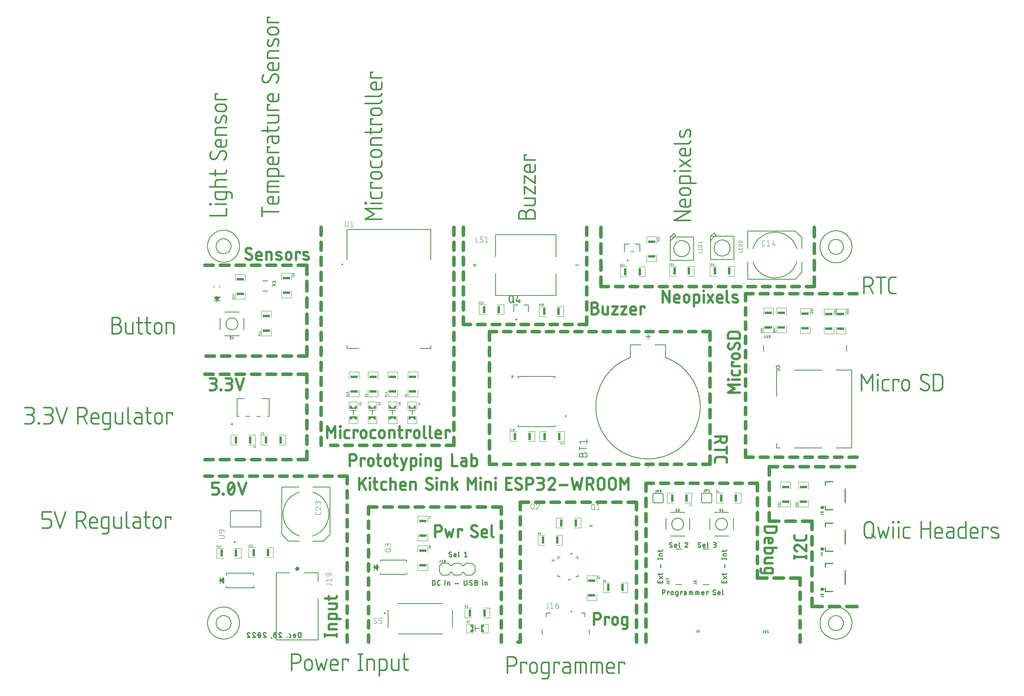
<source format=gbr>
G04 EAGLE Gerber RS-274X export*
G75*
%MOMM*%
%FSLAX34Y34*%
%LPD*%
%INSilkscreen Top*%
%IPPOS*%
%AMOC8*
5,1,8,0,0,1.08239X$1,22.5*%
G01*
%ADD10C,0.304800*%
%ADD11C,0.762000*%
%ADD12C,0.508000*%
%ADD13C,0.228600*%
%ADD14C,0.152400*%
%ADD15C,0.203200*%
%ADD16C,0.200000*%
%ADD17C,0.127000*%
%ADD18C,0.101600*%
%ADD19C,0.100000*%
%ADD20R,0.500000X1.600000*%
%ADD21R,3.600000X0.100000*%
%ADD22C,0.025400*%
%ADD23R,1.600000X0.500000*%
%ADD24R,0.100000X3.600000*%
%ADD25R,0.100000X1.700000*%
%ADD26R,1.700000X0.100000*%
%ADD27C,0.076200*%
%ADD28C,0.254000*%
%ADD29C,0.400000*%

G36*
X398595Y476489D02*
X398595Y476489D01*
X398596Y476499D01*
X398597Y476504D01*
X398597Y476509D01*
X398598Y476514D01*
X398598Y476519D01*
X398599Y476524D01*
X398599Y476529D01*
X398600Y476534D01*
X398601Y476539D01*
X398603Y476559D01*
X398603Y476564D01*
X398604Y476569D01*
X398604Y476574D01*
X398605Y476579D01*
X398606Y476584D01*
X398606Y476589D01*
X398607Y476594D01*
X398609Y476619D01*
X398610Y476619D01*
X398609Y476619D01*
X398610Y476623D01*
X398610Y476624D01*
X398611Y476628D01*
X398611Y476629D01*
X398611Y476633D01*
X398612Y476638D01*
X398612Y476643D01*
X398613Y476648D01*
X398613Y476653D01*
X398616Y476673D01*
X398616Y476678D01*
X398617Y476683D01*
X398617Y476688D01*
X398618Y476693D01*
X398618Y476698D01*
X398619Y476703D01*
X398620Y476708D01*
X398622Y476733D01*
X398623Y476738D01*
X398623Y476743D01*
X398624Y476743D01*
X398623Y476743D01*
X398624Y476748D01*
X398625Y476753D01*
X398625Y476758D01*
X398626Y476763D01*
X398626Y476768D01*
X398629Y476787D01*
X398629Y476788D01*
X398629Y476792D01*
X398630Y476797D01*
X398630Y476802D01*
X398631Y476807D01*
X398631Y476812D01*
X398632Y476817D01*
X398632Y476822D01*
X398633Y476827D01*
X398635Y476847D01*
X398636Y476852D01*
X398636Y476857D01*
X398637Y476862D01*
X398637Y476867D01*
X398638Y476867D01*
X398637Y476867D01*
X398638Y476872D01*
X398639Y476877D01*
X398639Y476882D01*
X398641Y476902D01*
X398642Y476907D01*
X398643Y476912D01*
X398643Y476917D01*
X398644Y476922D01*
X398644Y476927D01*
X398645Y476932D01*
X398645Y476937D01*
X398646Y476941D01*
X398646Y476942D01*
X398648Y476961D01*
X398649Y476966D01*
X398649Y476971D01*
X398650Y476976D01*
X398650Y476981D01*
X398651Y476986D01*
X398651Y476991D01*
X398652Y476991D01*
X398651Y476991D01*
X398652Y476996D01*
X398654Y477016D01*
X398655Y477021D01*
X398655Y477026D01*
X398656Y477031D01*
X398657Y477036D01*
X398657Y477041D01*
X398658Y477046D01*
X398658Y477051D01*
X398659Y477056D01*
X398661Y477076D01*
X398662Y477081D01*
X398662Y477086D01*
X398663Y477091D01*
X398663Y477096D01*
X398664Y477100D01*
X398664Y477101D01*
X398664Y477105D01*
X398664Y477106D01*
X398665Y477110D01*
X398668Y477135D01*
X398668Y477140D01*
X398669Y477145D01*
X398669Y477150D01*
X398670Y477155D01*
X398671Y477160D01*
X398671Y477165D01*
X398672Y477170D01*
X398674Y477190D01*
X398674Y477195D01*
X398675Y477200D01*
X398676Y477205D01*
X398676Y477210D01*
X398677Y477215D01*
X398677Y477220D01*
X398678Y477225D01*
X398678Y477230D01*
X398681Y477250D01*
X398681Y477255D01*
X398682Y477259D01*
X398682Y477260D01*
X398682Y477264D01*
X398682Y477265D01*
X398683Y477269D01*
X398683Y477274D01*
X398684Y477279D01*
X398685Y477284D01*
X398687Y477304D01*
X398687Y477309D01*
X398688Y477314D01*
X398688Y477319D01*
X398689Y477324D01*
X398690Y477329D01*
X398690Y477334D01*
X398691Y477339D01*
X398691Y477344D01*
X398693Y477364D01*
X398694Y477369D01*
X398695Y477374D01*
X398695Y477379D01*
X398991Y478223D01*
X399467Y478981D01*
X400099Y479613D01*
X400857Y480089D01*
X401701Y480385D01*
X402590Y480485D01*
X403479Y480385D01*
X404323Y480089D01*
X405081Y479613D01*
X405713Y478981D01*
X406189Y478223D01*
X406485Y477379D01*
X406585Y476489D01*
X406590Y476485D01*
X410090Y476485D01*
X410095Y476489D01*
X410095Y476490D01*
X410095Y483490D01*
X410091Y483495D01*
X410090Y483495D01*
X395090Y483495D01*
X395085Y483491D01*
X395085Y483490D01*
X395085Y476490D01*
X395089Y476485D01*
X395090Y476485D01*
X398590Y476485D01*
X398595Y476489D01*
G37*
G36*
X314775Y476489D02*
X314775Y476489D01*
X314776Y476499D01*
X314777Y476504D01*
X314777Y476509D01*
X314778Y476514D01*
X314778Y476519D01*
X314779Y476524D01*
X314779Y476529D01*
X314780Y476534D01*
X314781Y476539D01*
X314783Y476559D01*
X314783Y476564D01*
X314784Y476569D01*
X314784Y476574D01*
X314785Y476579D01*
X314786Y476584D01*
X314786Y476589D01*
X314787Y476594D01*
X314789Y476619D01*
X314790Y476619D01*
X314789Y476619D01*
X314790Y476623D01*
X314790Y476624D01*
X314791Y476628D01*
X314791Y476629D01*
X314791Y476633D01*
X314792Y476638D01*
X314792Y476643D01*
X314793Y476648D01*
X314793Y476653D01*
X314796Y476673D01*
X314796Y476678D01*
X314797Y476683D01*
X314797Y476688D01*
X314798Y476693D01*
X314798Y476698D01*
X314799Y476703D01*
X314800Y476708D01*
X314802Y476733D01*
X314803Y476738D01*
X314803Y476743D01*
X314804Y476743D01*
X314803Y476743D01*
X314804Y476748D01*
X314805Y476753D01*
X314805Y476758D01*
X314806Y476763D01*
X314806Y476768D01*
X314809Y476787D01*
X314809Y476788D01*
X314809Y476792D01*
X314810Y476797D01*
X314810Y476802D01*
X314811Y476807D01*
X314811Y476812D01*
X314812Y476817D01*
X314812Y476822D01*
X314813Y476827D01*
X314815Y476847D01*
X314816Y476852D01*
X314816Y476857D01*
X314817Y476862D01*
X314817Y476867D01*
X314818Y476867D01*
X314817Y476867D01*
X314818Y476872D01*
X314819Y476877D01*
X314819Y476882D01*
X314821Y476902D01*
X314822Y476907D01*
X314823Y476912D01*
X314823Y476917D01*
X314824Y476922D01*
X314824Y476927D01*
X314825Y476932D01*
X314825Y476937D01*
X314826Y476941D01*
X314826Y476942D01*
X314828Y476961D01*
X314829Y476966D01*
X314829Y476971D01*
X314830Y476976D01*
X314830Y476981D01*
X314831Y476986D01*
X314831Y476991D01*
X314832Y476991D01*
X314831Y476991D01*
X314832Y476996D01*
X314834Y477016D01*
X314835Y477021D01*
X314835Y477026D01*
X314836Y477031D01*
X314837Y477036D01*
X314837Y477041D01*
X314838Y477046D01*
X314838Y477051D01*
X314839Y477056D01*
X314841Y477076D01*
X314842Y477081D01*
X314842Y477086D01*
X314843Y477091D01*
X314843Y477096D01*
X314844Y477100D01*
X314844Y477101D01*
X314844Y477105D01*
X314844Y477106D01*
X314845Y477110D01*
X314848Y477135D01*
X314848Y477140D01*
X314849Y477145D01*
X314849Y477150D01*
X314850Y477155D01*
X314851Y477160D01*
X314851Y477165D01*
X314852Y477170D01*
X314854Y477190D01*
X314854Y477195D01*
X314855Y477200D01*
X314856Y477205D01*
X314856Y477210D01*
X314857Y477215D01*
X314857Y477220D01*
X314858Y477225D01*
X314858Y477230D01*
X314861Y477250D01*
X314861Y477255D01*
X314862Y477259D01*
X314862Y477260D01*
X314862Y477264D01*
X314862Y477265D01*
X314863Y477269D01*
X314863Y477274D01*
X314864Y477279D01*
X314865Y477284D01*
X314867Y477304D01*
X314867Y477309D01*
X314868Y477314D01*
X314868Y477319D01*
X314869Y477324D01*
X314870Y477329D01*
X314870Y477334D01*
X314871Y477339D01*
X314871Y477344D01*
X314873Y477364D01*
X314874Y477369D01*
X314875Y477374D01*
X314875Y477379D01*
X315171Y478223D01*
X315647Y478981D01*
X316279Y479613D01*
X317037Y480089D01*
X317881Y480385D01*
X318770Y480485D01*
X319659Y480385D01*
X320503Y480089D01*
X321261Y479613D01*
X321893Y478981D01*
X322369Y478223D01*
X322665Y477379D01*
X322765Y476489D01*
X322770Y476485D01*
X326270Y476485D01*
X326275Y476489D01*
X326275Y476490D01*
X326275Y483490D01*
X326271Y483495D01*
X326270Y483495D01*
X311270Y483495D01*
X311265Y483491D01*
X311265Y483490D01*
X311265Y476490D01*
X311269Y476485D01*
X311270Y476485D01*
X314770Y476485D01*
X314775Y476489D01*
G37*
G36*
X440505Y476489D02*
X440505Y476489D01*
X440506Y476499D01*
X440507Y476504D01*
X440507Y476509D01*
X440508Y476514D01*
X440508Y476519D01*
X440509Y476524D01*
X440509Y476529D01*
X440510Y476534D01*
X440511Y476539D01*
X440513Y476559D01*
X440513Y476564D01*
X440514Y476569D01*
X440514Y476574D01*
X440515Y476579D01*
X440516Y476584D01*
X440516Y476589D01*
X440517Y476594D01*
X440519Y476619D01*
X440520Y476619D01*
X440519Y476619D01*
X440520Y476623D01*
X440520Y476624D01*
X440521Y476628D01*
X440521Y476629D01*
X440521Y476633D01*
X440522Y476638D01*
X440522Y476643D01*
X440523Y476648D01*
X440523Y476653D01*
X440526Y476673D01*
X440526Y476678D01*
X440527Y476683D01*
X440527Y476688D01*
X440528Y476693D01*
X440528Y476698D01*
X440529Y476703D01*
X440530Y476708D01*
X440532Y476733D01*
X440533Y476738D01*
X440533Y476743D01*
X440534Y476743D01*
X440533Y476743D01*
X440534Y476748D01*
X440535Y476753D01*
X440535Y476758D01*
X440536Y476763D01*
X440536Y476768D01*
X440539Y476787D01*
X440539Y476788D01*
X440539Y476792D01*
X440540Y476797D01*
X440540Y476802D01*
X440541Y476807D01*
X440541Y476812D01*
X440542Y476817D01*
X440542Y476822D01*
X440543Y476827D01*
X440545Y476847D01*
X440546Y476852D01*
X440546Y476857D01*
X440547Y476862D01*
X440547Y476867D01*
X440548Y476867D01*
X440547Y476867D01*
X440548Y476872D01*
X440549Y476877D01*
X440549Y476882D01*
X440551Y476902D01*
X440552Y476907D01*
X440553Y476912D01*
X440553Y476917D01*
X440554Y476922D01*
X440554Y476927D01*
X440555Y476932D01*
X440555Y476937D01*
X440556Y476941D01*
X440556Y476942D01*
X440558Y476961D01*
X440559Y476966D01*
X440559Y476971D01*
X440560Y476976D01*
X440560Y476981D01*
X440561Y476986D01*
X440561Y476991D01*
X440562Y476991D01*
X440561Y476991D01*
X440562Y476996D01*
X440564Y477016D01*
X440565Y477021D01*
X440565Y477026D01*
X440566Y477031D01*
X440567Y477036D01*
X440567Y477041D01*
X440568Y477046D01*
X440568Y477051D01*
X440569Y477056D01*
X440571Y477076D01*
X440572Y477081D01*
X440572Y477086D01*
X440573Y477091D01*
X440573Y477096D01*
X440574Y477100D01*
X440574Y477101D01*
X440574Y477105D01*
X440574Y477106D01*
X440575Y477110D01*
X440578Y477135D01*
X440578Y477140D01*
X440579Y477145D01*
X440579Y477150D01*
X440580Y477155D01*
X440581Y477160D01*
X440581Y477165D01*
X440582Y477170D01*
X440584Y477190D01*
X440584Y477195D01*
X440585Y477200D01*
X440586Y477205D01*
X440586Y477210D01*
X440587Y477215D01*
X440587Y477220D01*
X440588Y477225D01*
X440588Y477230D01*
X440591Y477250D01*
X440591Y477255D01*
X440592Y477259D01*
X440592Y477260D01*
X440592Y477264D01*
X440592Y477265D01*
X440593Y477269D01*
X440593Y477274D01*
X440594Y477279D01*
X440595Y477284D01*
X440597Y477304D01*
X440597Y477309D01*
X440598Y477314D01*
X440598Y477319D01*
X440599Y477324D01*
X440600Y477329D01*
X440600Y477334D01*
X440601Y477339D01*
X440601Y477344D01*
X440603Y477364D01*
X440604Y477369D01*
X440605Y477374D01*
X440605Y477379D01*
X440901Y478223D01*
X441377Y478981D01*
X442009Y479613D01*
X442767Y480089D01*
X443611Y480385D01*
X444500Y480485D01*
X445389Y480385D01*
X446233Y480089D01*
X446991Y479613D01*
X447623Y478981D01*
X448099Y478223D01*
X448395Y477379D01*
X448495Y476489D01*
X448500Y476485D01*
X452000Y476485D01*
X452005Y476489D01*
X452005Y476490D01*
X452005Y483490D01*
X452001Y483495D01*
X452000Y483495D01*
X437000Y483495D01*
X436995Y483491D01*
X436995Y483490D01*
X436995Y476490D01*
X436999Y476485D01*
X437000Y476485D01*
X440500Y476485D01*
X440505Y476489D01*
G37*
G36*
X355415Y476489D02*
X355415Y476489D01*
X355416Y476499D01*
X355417Y476504D01*
X355417Y476509D01*
X355418Y476514D01*
X355418Y476519D01*
X355419Y476524D01*
X355419Y476529D01*
X355420Y476534D01*
X355421Y476539D01*
X355423Y476559D01*
X355423Y476564D01*
X355424Y476569D01*
X355424Y476574D01*
X355425Y476579D01*
X355426Y476584D01*
X355426Y476589D01*
X355427Y476594D01*
X355429Y476619D01*
X355430Y476619D01*
X355429Y476619D01*
X355430Y476623D01*
X355430Y476624D01*
X355431Y476628D01*
X355431Y476629D01*
X355431Y476633D01*
X355432Y476638D01*
X355432Y476643D01*
X355433Y476648D01*
X355433Y476653D01*
X355436Y476673D01*
X355436Y476678D01*
X355437Y476683D01*
X355437Y476688D01*
X355438Y476693D01*
X355438Y476698D01*
X355439Y476703D01*
X355440Y476708D01*
X355442Y476733D01*
X355443Y476738D01*
X355443Y476743D01*
X355444Y476743D01*
X355443Y476743D01*
X355444Y476748D01*
X355445Y476753D01*
X355445Y476758D01*
X355446Y476763D01*
X355446Y476768D01*
X355449Y476787D01*
X355449Y476788D01*
X355449Y476792D01*
X355450Y476797D01*
X355450Y476802D01*
X355451Y476807D01*
X355451Y476812D01*
X355452Y476817D01*
X355452Y476822D01*
X355453Y476827D01*
X355455Y476847D01*
X355456Y476852D01*
X355456Y476857D01*
X355457Y476862D01*
X355457Y476867D01*
X355458Y476867D01*
X355457Y476867D01*
X355458Y476872D01*
X355459Y476877D01*
X355459Y476882D01*
X355461Y476902D01*
X355462Y476907D01*
X355463Y476912D01*
X355463Y476917D01*
X355464Y476922D01*
X355464Y476927D01*
X355465Y476932D01*
X355465Y476937D01*
X355466Y476941D01*
X355466Y476942D01*
X355468Y476961D01*
X355469Y476966D01*
X355469Y476971D01*
X355470Y476976D01*
X355470Y476981D01*
X355471Y476986D01*
X355471Y476991D01*
X355472Y476991D01*
X355471Y476991D01*
X355472Y476996D01*
X355474Y477016D01*
X355475Y477021D01*
X355475Y477026D01*
X355476Y477031D01*
X355477Y477036D01*
X355477Y477041D01*
X355478Y477046D01*
X355478Y477051D01*
X355479Y477056D01*
X355481Y477076D01*
X355482Y477081D01*
X355482Y477086D01*
X355483Y477091D01*
X355483Y477096D01*
X355484Y477100D01*
X355484Y477101D01*
X355484Y477105D01*
X355484Y477106D01*
X355485Y477110D01*
X355488Y477135D01*
X355488Y477140D01*
X355489Y477145D01*
X355489Y477150D01*
X355490Y477155D01*
X355491Y477160D01*
X355491Y477165D01*
X355492Y477170D01*
X355494Y477190D01*
X355494Y477195D01*
X355495Y477200D01*
X355496Y477205D01*
X355496Y477210D01*
X355497Y477215D01*
X355497Y477220D01*
X355498Y477225D01*
X355498Y477230D01*
X355501Y477250D01*
X355501Y477255D01*
X355502Y477259D01*
X355502Y477260D01*
X355502Y477264D01*
X355502Y477265D01*
X355503Y477269D01*
X355503Y477274D01*
X355504Y477279D01*
X355505Y477284D01*
X355507Y477304D01*
X355507Y477309D01*
X355508Y477314D01*
X355508Y477319D01*
X355509Y477324D01*
X355510Y477329D01*
X355510Y477334D01*
X355511Y477339D01*
X355511Y477344D01*
X355513Y477364D01*
X355514Y477369D01*
X355515Y477374D01*
X355515Y477379D01*
X355811Y478223D01*
X356287Y478981D01*
X356919Y479613D01*
X357677Y480089D01*
X358521Y480385D01*
X359410Y480485D01*
X360299Y480385D01*
X361143Y480089D01*
X361901Y479613D01*
X362533Y478981D01*
X363009Y478223D01*
X363305Y477379D01*
X363405Y476489D01*
X363410Y476485D01*
X366910Y476485D01*
X366915Y476489D01*
X366915Y476490D01*
X366915Y483490D01*
X366911Y483495D01*
X366910Y483495D01*
X351910Y483495D01*
X351905Y483491D01*
X351905Y483490D01*
X351905Y476490D01*
X351909Y476485D01*
X351910Y476485D01*
X355410Y476485D01*
X355415Y476489D01*
G37*
G36*
X576205Y21709D02*
X576205Y21709D01*
X576205Y21710D01*
X576205Y36710D01*
X576201Y36715D01*
X576200Y36715D01*
X569200Y36715D01*
X569195Y36711D01*
X569195Y36710D01*
X569195Y33210D01*
X569199Y33205D01*
X570089Y33105D01*
X570933Y32809D01*
X571691Y32333D01*
X572323Y31701D01*
X572799Y30943D01*
X573095Y30099D01*
X573195Y29210D01*
X573194Y29199D01*
X573194Y29198D01*
X573193Y29194D01*
X573193Y29189D01*
X573192Y29184D01*
X573191Y29179D01*
X573191Y29174D01*
X573190Y29169D01*
X573190Y29164D01*
X573189Y29159D01*
X573187Y29139D01*
X573186Y29134D01*
X573186Y29129D01*
X573185Y29124D01*
X573185Y29119D01*
X573184Y29114D01*
X573184Y29109D01*
X573183Y29104D01*
X573181Y29084D01*
X573180Y29079D01*
X573180Y29074D01*
X573179Y29069D01*
X573179Y29064D01*
X573178Y29059D01*
X573177Y29054D01*
X573177Y29049D01*
X573176Y29045D01*
X573176Y29044D01*
X573174Y29025D01*
X573174Y29020D01*
X573173Y29015D01*
X573172Y29010D01*
X573172Y29005D01*
X573171Y29000D01*
X573171Y28995D01*
X573170Y28990D01*
X573167Y28965D01*
X573167Y28960D01*
X573166Y28955D01*
X573166Y28950D01*
X573165Y28945D01*
X573165Y28940D01*
X573164Y28935D01*
X573163Y28930D01*
X573161Y28910D01*
X573161Y28905D01*
X573160Y28900D01*
X573160Y28895D01*
X573159Y28890D01*
X573158Y28886D01*
X573158Y28885D01*
X573158Y28881D01*
X573158Y28880D01*
X573157Y28876D01*
X573157Y28871D01*
X573155Y28851D01*
X573154Y28846D01*
X573153Y28841D01*
X573153Y28836D01*
X573152Y28831D01*
X573152Y28826D01*
X573151Y28821D01*
X573151Y28816D01*
X573148Y28796D01*
X573148Y28791D01*
X573147Y28786D01*
X573147Y28781D01*
X573146Y28776D01*
X573146Y28771D01*
X573145Y28766D01*
X573144Y28761D01*
X573144Y28756D01*
X573142Y28736D01*
X573141Y28731D01*
X573141Y28727D01*
X573141Y28726D01*
X573140Y28722D01*
X573140Y28721D01*
X573139Y28717D01*
X573139Y28712D01*
X573138Y28707D01*
X573138Y28702D01*
X573136Y28682D01*
X573135Y28682D01*
X573135Y28677D01*
X573134Y28672D01*
X573134Y28667D01*
X573133Y28662D01*
X573133Y28657D01*
X573132Y28652D01*
X573132Y28647D01*
X573131Y28642D01*
X573129Y28622D01*
X573128Y28617D01*
X573128Y28612D01*
X573127Y28607D01*
X573127Y28602D01*
X573126Y28597D01*
X573125Y28592D01*
X573125Y28587D01*
X573122Y28563D01*
X573122Y28562D01*
X573122Y28558D01*
X573121Y28558D01*
X573122Y28558D01*
X573121Y28553D01*
X573120Y28548D01*
X573120Y28543D01*
X573119Y28538D01*
X573119Y28533D01*
X573118Y28528D01*
X573116Y28508D01*
X573115Y28503D01*
X573115Y28498D01*
X573114Y28493D01*
X573114Y28488D01*
X573113Y28483D01*
X573113Y28478D01*
X573112Y28473D01*
X573111Y28468D01*
X573109Y28448D01*
X573109Y28443D01*
X573108Y28438D01*
X573108Y28433D01*
X573107Y28433D01*
X573108Y28433D01*
X573107Y28428D01*
X573106Y28423D01*
X573106Y28418D01*
X573105Y28413D01*
X573103Y28394D01*
X573102Y28389D01*
X573102Y28384D01*
X573101Y28379D01*
X573101Y28374D01*
X573100Y28369D01*
X573100Y28364D01*
X573099Y28359D01*
X573099Y28354D01*
X573096Y28334D01*
X573096Y28329D01*
X573095Y28324D01*
X573095Y28321D01*
X572799Y27477D01*
X572323Y26719D01*
X571691Y26087D01*
X570933Y25611D01*
X570089Y25315D01*
X569932Y25297D01*
X569799Y25283D01*
X569623Y25263D01*
X569314Y25228D01*
X569199Y25215D01*
X569195Y25210D01*
X569195Y21710D01*
X569199Y21705D01*
X569200Y21705D01*
X576200Y21705D01*
X576205Y21709D01*
G37*
G36*
X599205Y21709D02*
X599205Y21709D01*
X599205Y21710D01*
X599205Y25210D01*
X599201Y25215D01*
X598311Y25315D01*
X597467Y25611D01*
X596709Y26087D01*
X596077Y26719D01*
X595601Y27477D01*
X595305Y28321D01*
X595205Y29210D01*
X595205Y29212D01*
X595207Y29232D01*
X595208Y29232D01*
X595208Y29237D01*
X595209Y29242D01*
X595209Y29247D01*
X595210Y29252D01*
X595210Y29257D01*
X595211Y29262D01*
X595211Y29267D01*
X595214Y29292D01*
X595215Y29297D01*
X595215Y29302D01*
X595216Y29307D01*
X595216Y29312D01*
X595217Y29316D01*
X595217Y29317D01*
X595218Y29321D01*
X595218Y29322D01*
X595218Y29326D01*
X595220Y29346D01*
X595221Y29351D01*
X595221Y29356D01*
X595222Y29356D01*
X595221Y29356D01*
X595222Y29361D01*
X595223Y29366D01*
X595223Y29371D01*
X595224Y29376D01*
X595224Y29381D01*
X595225Y29386D01*
X595227Y29406D01*
X595228Y29411D01*
X595228Y29416D01*
X595229Y29421D01*
X595229Y29426D01*
X595230Y29431D01*
X595230Y29436D01*
X595231Y29441D01*
X595233Y29461D01*
X595234Y29466D01*
X595234Y29471D01*
X595235Y29475D01*
X595235Y29476D01*
X595235Y29480D01*
X595236Y29480D01*
X595235Y29481D01*
X595236Y29485D01*
X595237Y29490D01*
X595237Y29495D01*
X595238Y29500D01*
X595240Y29520D01*
X595241Y29525D01*
X595241Y29530D01*
X595242Y29535D01*
X595242Y29540D01*
X595243Y29545D01*
X595243Y29550D01*
X595244Y29555D01*
X595246Y29575D01*
X595247Y29580D01*
X595247Y29585D01*
X595248Y29590D01*
X595248Y29595D01*
X595249Y29600D01*
X595249Y29605D01*
X595250Y29605D01*
X595249Y29605D01*
X595250Y29610D01*
X595251Y29615D01*
X595253Y29634D01*
X595253Y29635D01*
X595253Y29639D01*
X595253Y29640D01*
X595254Y29644D01*
X595255Y29649D01*
X595255Y29654D01*
X595256Y29659D01*
X595256Y29664D01*
X595257Y29669D01*
X595260Y29694D01*
X595260Y29699D01*
X595261Y29704D01*
X595261Y29709D01*
X595262Y29714D01*
X595262Y29719D01*
X595263Y29724D01*
X595263Y29729D01*
X595264Y29729D01*
X595263Y29729D01*
X595266Y29749D01*
X595266Y29754D01*
X595267Y29759D01*
X595267Y29764D01*
X595268Y29769D01*
X595269Y29774D01*
X595269Y29779D01*
X595270Y29784D01*
X595272Y29808D01*
X595273Y29813D01*
X595274Y29818D01*
X595274Y29823D01*
X595275Y29828D01*
X595275Y29833D01*
X595276Y29838D01*
X595276Y29843D01*
X595279Y29863D01*
X595279Y29868D01*
X595280Y29873D01*
X595280Y29878D01*
X595281Y29883D01*
X595281Y29888D01*
X595282Y29893D01*
X595283Y29898D01*
X595283Y29903D01*
X595285Y29923D01*
X595286Y29928D01*
X595286Y29933D01*
X595287Y29938D01*
X595288Y29943D01*
X595288Y29948D01*
X595289Y29952D01*
X595289Y29953D01*
X595289Y29957D01*
X595289Y29958D01*
X595291Y29977D01*
X595292Y29982D01*
X595293Y29987D01*
X595293Y29992D01*
X595294Y29997D01*
X595294Y30002D01*
X595295Y30007D01*
X595295Y30012D01*
X595296Y30017D01*
X595298Y30037D01*
X595299Y30042D01*
X595299Y30047D01*
X595300Y30052D01*
X595300Y30057D01*
X595301Y30062D01*
X595302Y30067D01*
X595302Y30072D01*
X595304Y30092D01*
X595305Y30097D01*
X595305Y30099D01*
X595601Y30943D01*
X596077Y31701D01*
X596709Y32333D01*
X597467Y32809D01*
X598311Y33105D01*
X599201Y33205D01*
X599205Y33210D01*
X599205Y36710D01*
X599201Y36715D01*
X599200Y36715D01*
X592200Y36715D01*
X592195Y36711D01*
X592195Y36710D01*
X592195Y21710D01*
X592199Y21705D01*
X592200Y21705D01*
X599200Y21705D01*
X599205Y21709D01*
G37*
G36*
X410095Y499489D02*
X410095Y499489D01*
X410095Y499490D01*
X410095Y506490D01*
X410091Y506495D01*
X410090Y506495D01*
X406590Y506495D01*
X406585Y506491D01*
X406585Y506487D01*
X406584Y506482D01*
X406584Y506477D01*
X406583Y506477D01*
X406584Y506477D01*
X406583Y506472D01*
X406582Y506467D01*
X406582Y506462D01*
X406581Y506457D01*
X406579Y506437D01*
X406578Y506432D01*
X406578Y506427D01*
X406577Y506422D01*
X406577Y506417D01*
X406576Y506412D01*
X406576Y506407D01*
X406575Y506402D01*
X406573Y506382D01*
X406572Y506377D01*
X406572Y506372D01*
X406571Y506367D01*
X406571Y506362D01*
X406570Y506357D01*
X406570Y506352D01*
X406569Y506352D01*
X406570Y506352D01*
X406569Y506348D01*
X406569Y506347D01*
X406568Y506343D01*
X406568Y506342D01*
X406566Y506323D01*
X406566Y506318D01*
X406565Y506313D01*
X406564Y506308D01*
X406564Y506303D01*
X406563Y506298D01*
X406563Y506293D01*
X406562Y506288D01*
X406559Y506263D01*
X406559Y506258D01*
X406558Y506253D01*
X406558Y506248D01*
X406557Y506243D01*
X406557Y506238D01*
X406556Y506233D01*
X406556Y506228D01*
X406555Y506228D01*
X406556Y506228D01*
X406553Y506208D01*
X406553Y506203D01*
X406552Y506198D01*
X406552Y506193D01*
X406551Y506189D01*
X406551Y506188D01*
X406550Y506184D01*
X406550Y506183D01*
X406550Y506179D01*
X406549Y506174D01*
X406547Y506149D01*
X406546Y506144D01*
X406545Y506139D01*
X406545Y506134D01*
X406544Y506129D01*
X406544Y506124D01*
X406543Y506119D01*
X406543Y506114D01*
X406540Y506094D01*
X406540Y506089D01*
X406539Y506084D01*
X406539Y506079D01*
X406538Y506074D01*
X406538Y506069D01*
X406537Y506064D01*
X406536Y506059D01*
X406536Y506054D01*
X406534Y506034D01*
X406533Y506030D01*
X406533Y506029D01*
X406533Y506025D01*
X406533Y506024D01*
X406532Y506020D01*
X406531Y506015D01*
X406531Y506010D01*
X406530Y506005D01*
X406530Y506000D01*
X406528Y505980D01*
X406527Y505975D01*
X406526Y505970D01*
X406526Y505965D01*
X406525Y505960D01*
X406525Y505955D01*
X406524Y505950D01*
X406524Y505945D01*
X406523Y505940D01*
X406521Y505920D01*
X406520Y505915D01*
X406520Y505910D01*
X406519Y505905D01*
X406519Y505900D01*
X406518Y505895D01*
X406517Y505890D01*
X406517Y505885D01*
X406515Y505866D01*
X406515Y505865D01*
X406514Y505861D01*
X406514Y505856D01*
X406513Y505851D01*
X406512Y505846D01*
X406512Y505841D01*
X406511Y505836D01*
X406511Y505831D01*
X406510Y505826D01*
X406508Y505806D01*
X406507Y505801D01*
X406507Y505796D01*
X406506Y505791D01*
X406506Y505786D01*
X406505Y505781D01*
X406505Y505776D01*
X406504Y505771D01*
X406501Y505746D01*
X406501Y505741D01*
X406500Y505736D01*
X406500Y505731D01*
X406499Y505726D01*
X406498Y505721D01*
X406498Y505716D01*
X406497Y505712D01*
X406497Y505711D01*
X406495Y505692D01*
X406495Y505687D01*
X406494Y505687D01*
X406495Y505687D01*
X406494Y505682D01*
X406493Y505677D01*
X406493Y505672D01*
X406492Y505667D01*
X406492Y505662D01*
X406491Y505657D01*
X406491Y505652D01*
X406488Y505632D01*
X406488Y505627D01*
X406487Y505622D01*
X406487Y505617D01*
X406486Y505612D01*
X406486Y505607D01*
X406485Y505602D01*
X406485Y505601D01*
X406189Y504757D01*
X405713Y503999D01*
X405081Y503367D01*
X404323Y502891D01*
X403479Y502595D01*
X403438Y502591D01*
X403261Y502571D01*
X402953Y502536D01*
X402776Y502516D01*
X402644Y502501D01*
X402590Y502495D01*
X401701Y502595D01*
X400857Y502891D01*
X400099Y503367D01*
X399467Y503999D01*
X398991Y504757D01*
X398695Y505601D01*
X398595Y506491D01*
X398590Y506495D01*
X395090Y506495D01*
X395085Y506491D01*
X395085Y506490D01*
X395085Y499490D01*
X395089Y499485D01*
X395090Y499485D01*
X410090Y499485D01*
X410095Y499489D01*
G37*
G36*
X366915Y499489D02*
X366915Y499489D01*
X366915Y499490D01*
X366915Y506490D01*
X366911Y506495D01*
X366910Y506495D01*
X363410Y506495D01*
X363405Y506491D01*
X363405Y506487D01*
X363404Y506482D01*
X363404Y506477D01*
X363403Y506477D01*
X363404Y506477D01*
X363403Y506472D01*
X363402Y506467D01*
X363402Y506462D01*
X363401Y506457D01*
X363399Y506437D01*
X363398Y506432D01*
X363398Y506427D01*
X363397Y506422D01*
X363397Y506417D01*
X363396Y506412D01*
X363396Y506407D01*
X363395Y506402D01*
X363393Y506382D01*
X363392Y506377D01*
X363392Y506372D01*
X363391Y506367D01*
X363391Y506362D01*
X363390Y506357D01*
X363390Y506352D01*
X363389Y506352D01*
X363390Y506352D01*
X363389Y506348D01*
X363389Y506347D01*
X363388Y506343D01*
X363388Y506342D01*
X363386Y506323D01*
X363386Y506318D01*
X363385Y506313D01*
X363384Y506308D01*
X363384Y506303D01*
X363383Y506298D01*
X363383Y506293D01*
X363382Y506288D01*
X363379Y506263D01*
X363379Y506258D01*
X363378Y506253D01*
X363378Y506248D01*
X363377Y506243D01*
X363377Y506238D01*
X363376Y506233D01*
X363376Y506228D01*
X363375Y506228D01*
X363376Y506228D01*
X363373Y506208D01*
X363373Y506203D01*
X363372Y506198D01*
X363372Y506193D01*
X363371Y506189D01*
X363371Y506188D01*
X363370Y506184D01*
X363370Y506183D01*
X363370Y506179D01*
X363369Y506174D01*
X363367Y506149D01*
X363366Y506144D01*
X363365Y506139D01*
X363365Y506134D01*
X363364Y506129D01*
X363364Y506124D01*
X363363Y506119D01*
X363363Y506114D01*
X363360Y506094D01*
X363360Y506089D01*
X363359Y506084D01*
X363359Y506079D01*
X363358Y506074D01*
X363358Y506069D01*
X363357Y506064D01*
X363356Y506059D01*
X363356Y506054D01*
X363354Y506034D01*
X363353Y506030D01*
X363353Y506029D01*
X363353Y506025D01*
X363353Y506024D01*
X363352Y506020D01*
X363351Y506015D01*
X363351Y506010D01*
X363350Y506005D01*
X363350Y506000D01*
X363348Y505980D01*
X363347Y505975D01*
X363346Y505970D01*
X363346Y505965D01*
X363345Y505960D01*
X363345Y505955D01*
X363344Y505950D01*
X363344Y505945D01*
X363343Y505940D01*
X363341Y505920D01*
X363340Y505915D01*
X363340Y505910D01*
X363339Y505905D01*
X363339Y505900D01*
X363338Y505895D01*
X363337Y505890D01*
X363337Y505885D01*
X363335Y505866D01*
X363335Y505865D01*
X363334Y505861D01*
X363334Y505856D01*
X363333Y505851D01*
X363332Y505846D01*
X363332Y505841D01*
X363331Y505836D01*
X363331Y505831D01*
X363330Y505826D01*
X363328Y505806D01*
X363327Y505801D01*
X363327Y505796D01*
X363326Y505791D01*
X363326Y505786D01*
X363325Y505781D01*
X363325Y505776D01*
X363324Y505771D01*
X363321Y505746D01*
X363321Y505741D01*
X363320Y505736D01*
X363320Y505731D01*
X363319Y505726D01*
X363318Y505721D01*
X363318Y505716D01*
X363317Y505712D01*
X363317Y505711D01*
X363315Y505692D01*
X363315Y505687D01*
X363314Y505687D01*
X363315Y505687D01*
X363314Y505682D01*
X363313Y505677D01*
X363313Y505672D01*
X363312Y505667D01*
X363312Y505662D01*
X363311Y505657D01*
X363311Y505652D01*
X363308Y505632D01*
X363308Y505627D01*
X363307Y505622D01*
X363307Y505617D01*
X363306Y505612D01*
X363306Y505607D01*
X363305Y505602D01*
X363305Y505601D01*
X363009Y504757D01*
X362533Y503999D01*
X361901Y503367D01*
X361143Y502891D01*
X360299Y502595D01*
X360258Y502591D01*
X360081Y502571D01*
X359773Y502536D01*
X359596Y502516D01*
X359464Y502501D01*
X359410Y502495D01*
X358521Y502595D01*
X357677Y502891D01*
X356919Y503367D01*
X356287Y503999D01*
X355811Y504757D01*
X355515Y505601D01*
X355415Y506491D01*
X355410Y506495D01*
X351910Y506495D01*
X351905Y506491D01*
X351905Y506490D01*
X351905Y499490D01*
X351909Y499485D01*
X351910Y499485D01*
X366910Y499485D01*
X366915Y499489D01*
G37*
G36*
X452005Y499489D02*
X452005Y499489D01*
X452005Y499490D01*
X452005Y506490D01*
X452001Y506495D01*
X452000Y506495D01*
X448500Y506495D01*
X448495Y506491D01*
X448495Y506487D01*
X448494Y506482D01*
X448494Y506477D01*
X448493Y506477D01*
X448494Y506477D01*
X448493Y506472D01*
X448492Y506467D01*
X448492Y506462D01*
X448491Y506457D01*
X448489Y506437D01*
X448488Y506432D01*
X448488Y506427D01*
X448487Y506422D01*
X448487Y506417D01*
X448486Y506412D01*
X448486Y506407D01*
X448485Y506402D01*
X448483Y506382D01*
X448482Y506377D01*
X448482Y506372D01*
X448481Y506367D01*
X448481Y506362D01*
X448480Y506357D01*
X448480Y506352D01*
X448479Y506352D01*
X448480Y506352D01*
X448479Y506348D01*
X448479Y506347D01*
X448478Y506343D01*
X448478Y506342D01*
X448476Y506323D01*
X448476Y506318D01*
X448475Y506313D01*
X448474Y506308D01*
X448474Y506303D01*
X448473Y506298D01*
X448473Y506293D01*
X448472Y506288D01*
X448469Y506263D01*
X448469Y506258D01*
X448468Y506253D01*
X448468Y506248D01*
X448467Y506243D01*
X448467Y506238D01*
X448466Y506233D01*
X448466Y506228D01*
X448465Y506228D01*
X448466Y506228D01*
X448463Y506208D01*
X448463Y506203D01*
X448462Y506198D01*
X448462Y506193D01*
X448461Y506189D01*
X448461Y506188D01*
X448460Y506184D01*
X448460Y506183D01*
X448460Y506179D01*
X448459Y506174D01*
X448457Y506149D01*
X448456Y506144D01*
X448455Y506139D01*
X448455Y506134D01*
X448454Y506129D01*
X448454Y506124D01*
X448453Y506119D01*
X448453Y506114D01*
X448450Y506094D01*
X448450Y506089D01*
X448449Y506084D01*
X448449Y506079D01*
X448448Y506074D01*
X448448Y506069D01*
X448447Y506064D01*
X448446Y506059D01*
X448446Y506054D01*
X448444Y506034D01*
X448443Y506030D01*
X448443Y506029D01*
X448443Y506025D01*
X448443Y506024D01*
X448442Y506020D01*
X448441Y506015D01*
X448441Y506010D01*
X448440Y506005D01*
X448440Y506000D01*
X448438Y505980D01*
X448437Y505975D01*
X448436Y505970D01*
X448436Y505965D01*
X448435Y505960D01*
X448435Y505955D01*
X448434Y505950D01*
X448434Y505945D01*
X448433Y505940D01*
X448431Y505920D01*
X448430Y505915D01*
X448430Y505910D01*
X448429Y505905D01*
X448429Y505900D01*
X448428Y505895D01*
X448427Y505890D01*
X448427Y505885D01*
X448425Y505866D01*
X448425Y505865D01*
X448424Y505861D01*
X448424Y505856D01*
X448423Y505851D01*
X448422Y505846D01*
X448422Y505841D01*
X448421Y505836D01*
X448421Y505831D01*
X448420Y505826D01*
X448418Y505806D01*
X448417Y505801D01*
X448417Y505796D01*
X448416Y505791D01*
X448416Y505786D01*
X448415Y505781D01*
X448415Y505776D01*
X448414Y505771D01*
X448411Y505746D01*
X448411Y505741D01*
X448410Y505736D01*
X448410Y505731D01*
X448409Y505726D01*
X448408Y505721D01*
X448408Y505716D01*
X448407Y505712D01*
X448407Y505711D01*
X448405Y505692D01*
X448405Y505687D01*
X448404Y505687D01*
X448405Y505687D01*
X448404Y505682D01*
X448403Y505677D01*
X448403Y505672D01*
X448402Y505667D01*
X448402Y505662D01*
X448401Y505657D01*
X448401Y505652D01*
X448398Y505632D01*
X448398Y505627D01*
X448397Y505622D01*
X448397Y505617D01*
X448396Y505612D01*
X448396Y505607D01*
X448395Y505602D01*
X448395Y505601D01*
X448099Y504757D01*
X447623Y503999D01*
X446991Y503367D01*
X446233Y502891D01*
X445389Y502595D01*
X445348Y502591D01*
X445171Y502571D01*
X444863Y502536D01*
X444686Y502516D01*
X444554Y502501D01*
X444500Y502495D01*
X443611Y502595D01*
X442767Y502891D01*
X442009Y503367D01*
X441377Y503999D01*
X440901Y504757D01*
X440605Y505601D01*
X440505Y506491D01*
X440500Y506495D01*
X437000Y506495D01*
X436995Y506491D01*
X436995Y506490D01*
X436995Y499490D01*
X436999Y499485D01*
X437000Y499485D01*
X452000Y499485D01*
X452005Y499489D01*
G37*
G36*
X326275Y499489D02*
X326275Y499489D01*
X326275Y499490D01*
X326275Y506490D01*
X326271Y506495D01*
X326270Y506495D01*
X322770Y506495D01*
X322765Y506491D01*
X322765Y506487D01*
X322764Y506482D01*
X322764Y506477D01*
X322763Y506477D01*
X322764Y506477D01*
X322763Y506472D01*
X322762Y506467D01*
X322762Y506462D01*
X322761Y506457D01*
X322759Y506437D01*
X322758Y506432D01*
X322758Y506427D01*
X322757Y506422D01*
X322757Y506417D01*
X322756Y506412D01*
X322756Y506407D01*
X322755Y506402D01*
X322753Y506382D01*
X322752Y506377D01*
X322752Y506372D01*
X322751Y506367D01*
X322751Y506362D01*
X322750Y506357D01*
X322750Y506352D01*
X322749Y506352D01*
X322750Y506352D01*
X322749Y506348D01*
X322749Y506347D01*
X322748Y506343D01*
X322748Y506342D01*
X322746Y506323D01*
X322746Y506318D01*
X322745Y506313D01*
X322744Y506308D01*
X322744Y506303D01*
X322743Y506298D01*
X322743Y506293D01*
X322742Y506288D01*
X322739Y506263D01*
X322739Y506258D01*
X322738Y506253D01*
X322738Y506248D01*
X322737Y506243D01*
X322737Y506238D01*
X322736Y506233D01*
X322736Y506228D01*
X322735Y506228D01*
X322736Y506228D01*
X322733Y506208D01*
X322733Y506203D01*
X322732Y506198D01*
X322732Y506193D01*
X322731Y506189D01*
X322731Y506188D01*
X322730Y506184D01*
X322730Y506183D01*
X322730Y506179D01*
X322729Y506174D01*
X322727Y506149D01*
X322726Y506144D01*
X322725Y506139D01*
X322725Y506134D01*
X322724Y506129D01*
X322724Y506124D01*
X322723Y506119D01*
X322723Y506114D01*
X322720Y506094D01*
X322720Y506089D01*
X322719Y506084D01*
X322719Y506079D01*
X322718Y506074D01*
X322718Y506069D01*
X322717Y506064D01*
X322716Y506059D01*
X322716Y506054D01*
X322714Y506034D01*
X322713Y506030D01*
X322713Y506029D01*
X322713Y506025D01*
X322713Y506024D01*
X322712Y506020D01*
X322711Y506015D01*
X322711Y506010D01*
X322710Y506005D01*
X322710Y506000D01*
X322708Y505980D01*
X322707Y505975D01*
X322706Y505970D01*
X322706Y505965D01*
X322705Y505960D01*
X322705Y505955D01*
X322704Y505950D01*
X322704Y505945D01*
X322703Y505940D01*
X322701Y505920D01*
X322700Y505915D01*
X322700Y505910D01*
X322699Y505905D01*
X322699Y505900D01*
X322698Y505895D01*
X322697Y505890D01*
X322697Y505885D01*
X322695Y505866D01*
X322695Y505865D01*
X322694Y505861D01*
X322694Y505856D01*
X322693Y505851D01*
X322692Y505846D01*
X322692Y505841D01*
X322691Y505836D01*
X322691Y505831D01*
X322690Y505826D01*
X322688Y505806D01*
X322687Y505801D01*
X322687Y505796D01*
X322686Y505791D01*
X322686Y505786D01*
X322685Y505781D01*
X322685Y505776D01*
X322684Y505771D01*
X322681Y505746D01*
X322681Y505741D01*
X322680Y505736D01*
X322680Y505731D01*
X322679Y505726D01*
X322678Y505721D01*
X322678Y505716D01*
X322677Y505712D01*
X322677Y505711D01*
X322675Y505692D01*
X322675Y505687D01*
X322674Y505687D01*
X322675Y505687D01*
X322674Y505682D01*
X322673Y505677D01*
X322673Y505672D01*
X322672Y505667D01*
X322672Y505662D01*
X322671Y505657D01*
X322671Y505652D01*
X322668Y505632D01*
X322668Y505627D01*
X322667Y505622D01*
X322667Y505617D01*
X322666Y505612D01*
X322666Y505607D01*
X322665Y505602D01*
X322665Y505601D01*
X322369Y504757D01*
X321893Y503999D01*
X321261Y503367D01*
X320503Y502891D01*
X319659Y502595D01*
X319618Y502591D01*
X319441Y502571D01*
X319133Y502536D01*
X318956Y502516D01*
X318824Y502501D01*
X318770Y502495D01*
X317881Y502595D01*
X317037Y502891D01*
X316279Y503367D01*
X315647Y503999D01*
X315171Y504757D01*
X314875Y505601D01*
X314775Y506491D01*
X314770Y506495D01*
X311270Y506495D01*
X311265Y506491D01*
X311265Y506490D01*
X311265Y499490D01*
X311269Y499485D01*
X311270Y499485D01*
X326270Y499485D01*
X326275Y499489D01*
G37*
G36*
X775083Y481840D02*
X775083Y481840D01*
X775085Y481839D01*
X775128Y481859D01*
X775172Y481877D01*
X775172Y481879D01*
X775174Y481880D01*
X775207Y481965D01*
X775207Y485775D01*
X775206Y485777D01*
X775207Y485779D01*
X775187Y485822D01*
X775169Y485866D01*
X775167Y485866D01*
X775166Y485868D01*
X775081Y485901D01*
X772541Y485901D01*
X772539Y485900D01*
X772537Y485901D01*
X772494Y485881D01*
X772450Y485863D01*
X772450Y485861D01*
X772448Y485860D01*
X772415Y485775D01*
X772415Y481965D01*
X772416Y481963D01*
X772415Y481961D01*
X772435Y481918D01*
X772453Y481874D01*
X772455Y481874D01*
X772456Y481872D01*
X772541Y481839D01*
X775081Y481839D01*
X775083Y481840D01*
G37*
G36*
X782918Y132082D02*
X782918Y132082D01*
X782920Y132081D01*
X782963Y132101D01*
X783006Y132119D01*
X783007Y132121D01*
X783009Y132122D01*
X783042Y132207D01*
X783042Y134747D01*
X783041Y134749D01*
X783042Y134751D01*
X783022Y134794D01*
X783003Y134838D01*
X783001Y134838D01*
X783001Y134840D01*
X782916Y134873D01*
X779106Y134873D01*
X779104Y134872D01*
X779102Y134873D01*
X779059Y134853D01*
X779015Y134835D01*
X779014Y134833D01*
X779012Y134832D01*
X778979Y134747D01*
X778979Y132207D01*
X778980Y132205D01*
X778979Y132203D01*
X778999Y132160D01*
X779018Y132116D01*
X779020Y132116D01*
X779021Y132114D01*
X779106Y132081D01*
X782916Y132081D01*
X782918Y132082D01*
G37*
G36*
X787919Y187708D02*
X787919Y187708D01*
X787921Y187707D01*
X787964Y187727D01*
X788008Y187745D01*
X788008Y187747D01*
X788010Y187748D01*
X788043Y187833D01*
X788043Y190373D01*
X788042Y190375D01*
X788043Y190377D01*
X788023Y190420D01*
X788005Y190464D01*
X788003Y190464D01*
X788002Y190466D01*
X787917Y190499D01*
X784107Y190499D01*
X784105Y190498D01*
X784103Y190499D01*
X784060Y190479D01*
X784016Y190461D01*
X784015Y190459D01*
X784013Y190458D01*
X783981Y190373D01*
X783981Y187833D01*
X783981Y187831D01*
X783981Y187829D01*
X784001Y187786D01*
X784019Y187742D01*
X784021Y187742D01*
X784022Y187740D01*
X784107Y187707D01*
X787917Y187707D01*
X787919Y187708D01*
G37*
D10*
X379476Y905764D02*
X344424Y905764D01*
X363897Y917448D01*
X344424Y929132D01*
X379476Y929132D01*
X379476Y940308D02*
X356108Y940308D01*
X346371Y939334D02*
X344424Y939334D01*
X344424Y941282D01*
X346371Y941282D01*
X346371Y939334D01*
X379476Y956450D02*
X379476Y964239D01*
X379476Y956450D02*
X379474Y956300D01*
X379468Y956149D01*
X379459Y955999D01*
X379445Y955849D01*
X379428Y955700D01*
X379406Y955551D01*
X379381Y955403D01*
X379352Y955255D01*
X379320Y955108D01*
X379283Y954962D01*
X379243Y954817D01*
X379199Y954673D01*
X379152Y954531D01*
X379100Y954389D01*
X379046Y954249D01*
X378987Y954111D01*
X378925Y953973D01*
X378860Y953838D01*
X378791Y953704D01*
X378718Y953573D01*
X378642Y953443D01*
X378563Y953315D01*
X378481Y953189D01*
X378395Y953065D01*
X378307Y952944D01*
X378215Y952824D01*
X378120Y952708D01*
X378022Y952593D01*
X377921Y952482D01*
X377818Y952373D01*
X377711Y952266D01*
X377602Y952163D01*
X377491Y952062D01*
X377376Y951964D01*
X377260Y951869D01*
X377140Y951777D01*
X377019Y951689D01*
X376895Y951603D01*
X376769Y951521D01*
X376641Y951442D01*
X376511Y951366D01*
X376380Y951293D01*
X376246Y951224D01*
X376111Y951159D01*
X375973Y951097D01*
X375835Y951038D01*
X375695Y950984D01*
X375553Y950932D01*
X375411Y950885D01*
X375267Y950841D01*
X375122Y950801D01*
X374976Y950764D01*
X374829Y950732D01*
X374681Y950703D01*
X374533Y950678D01*
X374384Y950656D01*
X374235Y950639D01*
X374085Y950625D01*
X373935Y950616D01*
X373784Y950610D01*
X373634Y950608D01*
X361950Y950608D01*
X361800Y950610D01*
X361649Y950616D01*
X361499Y950625D01*
X361349Y950639D01*
X361200Y950656D01*
X361051Y950678D01*
X360903Y950703D01*
X360755Y950732D01*
X360608Y950764D01*
X360462Y950801D01*
X360317Y950841D01*
X360173Y950885D01*
X360031Y950932D01*
X359889Y950984D01*
X359749Y951038D01*
X359611Y951097D01*
X359473Y951159D01*
X359338Y951224D01*
X359204Y951293D01*
X359073Y951366D01*
X358943Y951442D01*
X358815Y951521D01*
X358689Y951603D01*
X358565Y951689D01*
X358444Y951777D01*
X358324Y951869D01*
X358208Y951964D01*
X358093Y952062D01*
X357982Y952163D01*
X357873Y952266D01*
X357766Y952373D01*
X357663Y952482D01*
X357562Y952593D01*
X357464Y952708D01*
X357369Y952824D01*
X357277Y952944D01*
X357189Y953065D01*
X357103Y953189D01*
X357021Y953315D01*
X356942Y953443D01*
X356866Y953573D01*
X356793Y953704D01*
X356724Y953838D01*
X356659Y953973D01*
X356597Y954111D01*
X356538Y954249D01*
X356484Y954389D01*
X356432Y954531D01*
X356385Y954673D01*
X356341Y954817D01*
X356301Y954962D01*
X356264Y955108D01*
X356232Y955255D01*
X356203Y955403D01*
X356178Y955551D01*
X356156Y955700D01*
X356139Y955849D01*
X356125Y955999D01*
X356116Y956149D01*
X356110Y956300D01*
X356108Y956450D01*
X356108Y964239D01*
X356108Y973442D02*
X379476Y973442D01*
X356108Y973442D02*
X356108Y985126D01*
X360003Y985126D01*
X363897Y992526D02*
X371687Y992526D01*
X363897Y992526D02*
X363707Y992528D01*
X363518Y992535D01*
X363328Y992547D01*
X363139Y992563D01*
X362951Y992584D01*
X362763Y992609D01*
X362576Y992639D01*
X362389Y992673D01*
X362203Y992712D01*
X362019Y992756D01*
X361835Y992804D01*
X361653Y992856D01*
X361472Y992913D01*
X361293Y992974D01*
X361115Y993040D01*
X360938Y993110D01*
X360764Y993184D01*
X360591Y993262D01*
X360420Y993345D01*
X360251Y993432D01*
X360085Y993523D01*
X359921Y993617D01*
X359759Y993716D01*
X359599Y993819D01*
X359442Y993926D01*
X359288Y994036D01*
X359137Y994150D01*
X358988Y994268D01*
X358842Y994389D01*
X358699Y994514D01*
X358560Y994642D01*
X358423Y994774D01*
X358290Y994909D01*
X358160Y995047D01*
X358033Y995188D01*
X357910Y995333D01*
X357790Y995480D01*
X357675Y995630D01*
X357562Y995783D01*
X357454Y995939D01*
X357349Y996097D01*
X357248Y996257D01*
X357152Y996421D01*
X357059Y996586D01*
X356970Y996754D01*
X356885Y996923D01*
X356805Y997095D01*
X356728Y997269D01*
X356656Y997444D01*
X356589Y997621D01*
X356525Y997800D01*
X356466Y997980D01*
X356411Y998162D01*
X356361Y998345D01*
X356316Y998529D01*
X356274Y998714D01*
X356238Y998900D01*
X356205Y999087D01*
X356178Y999275D01*
X356155Y999463D01*
X356136Y999652D01*
X356122Y999841D01*
X356113Y1000031D01*
X356109Y1000220D01*
X356109Y1000410D01*
X356113Y1000599D01*
X356122Y1000789D01*
X356136Y1000978D01*
X356155Y1001167D01*
X356178Y1001355D01*
X356205Y1001543D01*
X356238Y1001730D01*
X356274Y1001916D01*
X356316Y1002101D01*
X356361Y1002285D01*
X356411Y1002468D01*
X356466Y1002650D01*
X356525Y1002830D01*
X356589Y1003009D01*
X356656Y1003186D01*
X356728Y1003361D01*
X356805Y1003535D01*
X356885Y1003707D01*
X356970Y1003876D01*
X357059Y1004044D01*
X357152Y1004210D01*
X357248Y1004373D01*
X357349Y1004533D01*
X357454Y1004691D01*
X357562Y1004847D01*
X357675Y1005000D01*
X357790Y1005150D01*
X357910Y1005297D01*
X358033Y1005442D01*
X358160Y1005583D01*
X358290Y1005721D01*
X358423Y1005856D01*
X358560Y1005988D01*
X358699Y1006116D01*
X358842Y1006241D01*
X358988Y1006362D01*
X359137Y1006480D01*
X359288Y1006594D01*
X359442Y1006704D01*
X359599Y1006811D01*
X359759Y1006914D01*
X359921Y1007013D01*
X360085Y1007107D01*
X360251Y1007198D01*
X360420Y1007285D01*
X360591Y1007368D01*
X360764Y1007446D01*
X360938Y1007520D01*
X361115Y1007590D01*
X361293Y1007656D01*
X361472Y1007717D01*
X361653Y1007774D01*
X361835Y1007826D01*
X362019Y1007874D01*
X362203Y1007918D01*
X362389Y1007957D01*
X362576Y1007991D01*
X362763Y1008021D01*
X362951Y1008046D01*
X363139Y1008067D01*
X363328Y1008083D01*
X363518Y1008095D01*
X363707Y1008102D01*
X363897Y1008104D01*
X363897Y1008105D02*
X371687Y1008105D01*
X371687Y1008104D02*
X371877Y1008102D01*
X372066Y1008095D01*
X372256Y1008083D01*
X372445Y1008067D01*
X372633Y1008046D01*
X372821Y1008021D01*
X373008Y1007991D01*
X373195Y1007957D01*
X373381Y1007918D01*
X373565Y1007874D01*
X373749Y1007826D01*
X373931Y1007774D01*
X374112Y1007717D01*
X374291Y1007656D01*
X374469Y1007590D01*
X374646Y1007520D01*
X374820Y1007446D01*
X374993Y1007368D01*
X375164Y1007285D01*
X375333Y1007198D01*
X375499Y1007107D01*
X375663Y1007013D01*
X375825Y1006914D01*
X375985Y1006811D01*
X376142Y1006704D01*
X376296Y1006594D01*
X376447Y1006480D01*
X376596Y1006362D01*
X376742Y1006241D01*
X376885Y1006116D01*
X377024Y1005988D01*
X377161Y1005856D01*
X377294Y1005721D01*
X377424Y1005583D01*
X377551Y1005442D01*
X377674Y1005297D01*
X377794Y1005150D01*
X377909Y1005000D01*
X378022Y1004847D01*
X378130Y1004691D01*
X378235Y1004533D01*
X378336Y1004373D01*
X378432Y1004210D01*
X378525Y1004044D01*
X378614Y1003876D01*
X378699Y1003707D01*
X378779Y1003535D01*
X378856Y1003361D01*
X378928Y1003186D01*
X378995Y1003009D01*
X379059Y1002830D01*
X379118Y1002650D01*
X379173Y1002468D01*
X379223Y1002285D01*
X379268Y1002101D01*
X379310Y1001916D01*
X379346Y1001730D01*
X379379Y1001543D01*
X379406Y1001355D01*
X379429Y1001167D01*
X379448Y1000978D01*
X379462Y1000789D01*
X379471Y1000599D01*
X379475Y1000410D01*
X379475Y1000220D01*
X379471Y1000031D01*
X379462Y999841D01*
X379448Y999652D01*
X379429Y999463D01*
X379406Y999275D01*
X379379Y999087D01*
X379346Y998900D01*
X379310Y998714D01*
X379268Y998529D01*
X379223Y998345D01*
X379173Y998162D01*
X379118Y997980D01*
X379059Y997800D01*
X378995Y997621D01*
X378928Y997444D01*
X378856Y997269D01*
X378779Y997095D01*
X378699Y996923D01*
X378614Y996754D01*
X378525Y996586D01*
X378432Y996421D01*
X378336Y996257D01*
X378235Y996097D01*
X378130Y995939D01*
X378022Y995783D01*
X377909Y995630D01*
X377794Y995480D01*
X377674Y995333D01*
X377551Y995188D01*
X377424Y995047D01*
X377294Y994909D01*
X377161Y994774D01*
X377024Y994642D01*
X376885Y994514D01*
X376742Y994389D01*
X376596Y994268D01*
X376447Y994150D01*
X376296Y994036D01*
X376142Y993926D01*
X375985Y993819D01*
X375825Y993716D01*
X375663Y993617D01*
X375499Y993523D01*
X375333Y993432D01*
X375164Y993345D01*
X374993Y993262D01*
X374820Y993184D01*
X374646Y993110D01*
X374469Y993040D01*
X374291Y992974D01*
X374112Y992913D01*
X373931Y992856D01*
X373749Y992804D01*
X373565Y992756D01*
X373381Y992712D01*
X373195Y992673D01*
X373008Y992639D01*
X372821Y992609D01*
X372633Y992584D01*
X372445Y992563D01*
X372256Y992547D01*
X372066Y992535D01*
X371877Y992528D01*
X371687Y992526D01*
X379476Y1023125D02*
X379476Y1030914D01*
X379476Y1023125D02*
X379474Y1022975D01*
X379468Y1022824D01*
X379459Y1022674D01*
X379445Y1022524D01*
X379428Y1022375D01*
X379406Y1022226D01*
X379381Y1022078D01*
X379352Y1021930D01*
X379320Y1021783D01*
X379283Y1021637D01*
X379243Y1021492D01*
X379199Y1021348D01*
X379152Y1021206D01*
X379100Y1021064D01*
X379046Y1020924D01*
X378987Y1020786D01*
X378925Y1020648D01*
X378860Y1020513D01*
X378791Y1020379D01*
X378718Y1020248D01*
X378642Y1020118D01*
X378563Y1019990D01*
X378481Y1019864D01*
X378395Y1019740D01*
X378307Y1019619D01*
X378215Y1019499D01*
X378120Y1019383D01*
X378022Y1019268D01*
X377921Y1019157D01*
X377818Y1019048D01*
X377711Y1018941D01*
X377602Y1018838D01*
X377491Y1018737D01*
X377376Y1018639D01*
X377260Y1018544D01*
X377140Y1018452D01*
X377019Y1018364D01*
X376895Y1018278D01*
X376769Y1018196D01*
X376641Y1018117D01*
X376511Y1018041D01*
X376380Y1017968D01*
X376246Y1017899D01*
X376111Y1017834D01*
X375973Y1017772D01*
X375835Y1017713D01*
X375695Y1017659D01*
X375553Y1017607D01*
X375411Y1017560D01*
X375267Y1017516D01*
X375122Y1017476D01*
X374976Y1017439D01*
X374829Y1017407D01*
X374681Y1017378D01*
X374533Y1017353D01*
X374384Y1017331D01*
X374235Y1017314D01*
X374085Y1017300D01*
X373935Y1017291D01*
X373784Y1017285D01*
X373634Y1017283D01*
X361950Y1017283D01*
X361800Y1017285D01*
X361649Y1017291D01*
X361499Y1017300D01*
X361349Y1017314D01*
X361200Y1017331D01*
X361051Y1017353D01*
X360903Y1017378D01*
X360755Y1017407D01*
X360608Y1017439D01*
X360462Y1017476D01*
X360317Y1017516D01*
X360173Y1017560D01*
X360031Y1017607D01*
X359889Y1017659D01*
X359749Y1017713D01*
X359611Y1017772D01*
X359473Y1017834D01*
X359338Y1017899D01*
X359204Y1017968D01*
X359073Y1018041D01*
X358943Y1018117D01*
X358815Y1018196D01*
X358689Y1018278D01*
X358565Y1018364D01*
X358444Y1018452D01*
X358324Y1018544D01*
X358208Y1018639D01*
X358093Y1018737D01*
X357982Y1018838D01*
X357873Y1018941D01*
X357766Y1019048D01*
X357663Y1019157D01*
X357562Y1019268D01*
X357464Y1019383D01*
X357369Y1019499D01*
X357277Y1019619D01*
X357189Y1019740D01*
X357103Y1019864D01*
X357021Y1019990D01*
X356942Y1020118D01*
X356866Y1020248D01*
X356793Y1020379D01*
X356724Y1020513D01*
X356659Y1020648D01*
X356597Y1020786D01*
X356538Y1020924D01*
X356484Y1021064D01*
X356432Y1021206D01*
X356385Y1021348D01*
X356341Y1021492D01*
X356301Y1021637D01*
X356264Y1021783D01*
X356232Y1021930D01*
X356203Y1022078D01*
X356178Y1022226D01*
X356156Y1022375D01*
X356139Y1022524D01*
X356125Y1022674D01*
X356116Y1022824D01*
X356110Y1022975D01*
X356108Y1023125D01*
X356108Y1030914D01*
X363897Y1039199D02*
X371687Y1039199D01*
X363897Y1039199D02*
X363707Y1039201D01*
X363518Y1039208D01*
X363328Y1039220D01*
X363139Y1039236D01*
X362951Y1039257D01*
X362763Y1039282D01*
X362576Y1039312D01*
X362389Y1039346D01*
X362203Y1039385D01*
X362019Y1039429D01*
X361835Y1039477D01*
X361653Y1039529D01*
X361472Y1039586D01*
X361293Y1039647D01*
X361115Y1039713D01*
X360938Y1039783D01*
X360764Y1039857D01*
X360591Y1039935D01*
X360420Y1040018D01*
X360251Y1040105D01*
X360085Y1040196D01*
X359921Y1040290D01*
X359759Y1040389D01*
X359599Y1040492D01*
X359442Y1040599D01*
X359288Y1040709D01*
X359137Y1040823D01*
X358988Y1040941D01*
X358842Y1041062D01*
X358699Y1041187D01*
X358560Y1041315D01*
X358423Y1041447D01*
X358290Y1041582D01*
X358160Y1041720D01*
X358033Y1041861D01*
X357910Y1042006D01*
X357790Y1042153D01*
X357675Y1042303D01*
X357562Y1042456D01*
X357454Y1042612D01*
X357349Y1042770D01*
X357248Y1042930D01*
X357152Y1043094D01*
X357059Y1043259D01*
X356970Y1043427D01*
X356885Y1043596D01*
X356805Y1043768D01*
X356728Y1043942D01*
X356656Y1044117D01*
X356589Y1044294D01*
X356525Y1044473D01*
X356466Y1044653D01*
X356411Y1044835D01*
X356361Y1045018D01*
X356316Y1045202D01*
X356274Y1045387D01*
X356238Y1045573D01*
X356205Y1045760D01*
X356178Y1045948D01*
X356155Y1046136D01*
X356136Y1046325D01*
X356122Y1046514D01*
X356113Y1046704D01*
X356109Y1046893D01*
X356109Y1047083D01*
X356113Y1047272D01*
X356122Y1047462D01*
X356136Y1047651D01*
X356155Y1047840D01*
X356178Y1048028D01*
X356205Y1048216D01*
X356238Y1048403D01*
X356274Y1048589D01*
X356316Y1048774D01*
X356361Y1048958D01*
X356411Y1049141D01*
X356466Y1049323D01*
X356525Y1049503D01*
X356589Y1049682D01*
X356656Y1049859D01*
X356728Y1050034D01*
X356805Y1050208D01*
X356885Y1050380D01*
X356970Y1050549D01*
X357059Y1050717D01*
X357152Y1050883D01*
X357248Y1051046D01*
X357349Y1051206D01*
X357454Y1051364D01*
X357562Y1051520D01*
X357675Y1051673D01*
X357790Y1051823D01*
X357910Y1051970D01*
X358033Y1052115D01*
X358160Y1052256D01*
X358290Y1052394D01*
X358423Y1052529D01*
X358560Y1052661D01*
X358699Y1052789D01*
X358842Y1052914D01*
X358988Y1053035D01*
X359137Y1053153D01*
X359288Y1053267D01*
X359442Y1053377D01*
X359599Y1053484D01*
X359759Y1053587D01*
X359921Y1053686D01*
X360085Y1053780D01*
X360251Y1053871D01*
X360420Y1053958D01*
X360591Y1054041D01*
X360764Y1054119D01*
X360938Y1054193D01*
X361115Y1054263D01*
X361293Y1054329D01*
X361472Y1054390D01*
X361653Y1054447D01*
X361835Y1054499D01*
X362019Y1054547D01*
X362203Y1054591D01*
X362389Y1054630D01*
X362576Y1054664D01*
X362763Y1054694D01*
X362951Y1054719D01*
X363139Y1054740D01*
X363328Y1054756D01*
X363518Y1054768D01*
X363707Y1054775D01*
X363897Y1054777D01*
X371687Y1054777D01*
X371877Y1054775D01*
X372066Y1054768D01*
X372256Y1054756D01*
X372445Y1054740D01*
X372633Y1054719D01*
X372821Y1054694D01*
X373008Y1054664D01*
X373195Y1054630D01*
X373381Y1054591D01*
X373565Y1054547D01*
X373749Y1054499D01*
X373931Y1054447D01*
X374112Y1054390D01*
X374291Y1054329D01*
X374469Y1054263D01*
X374646Y1054193D01*
X374820Y1054119D01*
X374993Y1054041D01*
X375164Y1053958D01*
X375333Y1053871D01*
X375499Y1053780D01*
X375663Y1053686D01*
X375825Y1053587D01*
X375985Y1053484D01*
X376142Y1053377D01*
X376296Y1053267D01*
X376447Y1053153D01*
X376596Y1053035D01*
X376742Y1052914D01*
X376885Y1052789D01*
X377024Y1052661D01*
X377161Y1052529D01*
X377294Y1052394D01*
X377424Y1052256D01*
X377551Y1052115D01*
X377674Y1051970D01*
X377794Y1051823D01*
X377909Y1051673D01*
X378022Y1051520D01*
X378130Y1051364D01*
X378235Y1051206D01*
X378336Y1051046D01*
X378432Y1050883D01*
X378525Y1050717D01*
X378614Y1050549D01*
X378699Y1050380D01*
X378779Y1050208D01*
X378856Y1050034D01*
X378928Y1049859D01*
X378995Y1049682D01*
X379059Y1049503D01*
X379118Y1049323D01*
X379173Y1049141D01*
X379223Y1048958D01*
X379268Y1048774D01*
X379310Y1048589D01*
X379346Y1048403D01*
X379379Y1048216D01*
X379406Y1048028D01*
X379429Y1047840D01*
X379448Y1047651D01*
X379462Y1047462D01*
X379471Y1047272D01*
X379475Y1047083D01*
X379475Y1046893D01*
X379471Y1046704D01*
X379462Y1046514D01*
X379448Y1046325D01*
X379429Y1046136D01*
X379406Y1045948D01*
X379379Y1045760D01*
X379346Y1045573D01*
X379310Y1045387D01*
X379268Y1045202D01*
X379223Y1045018D01*
X379173Y1044835D01*
X379118Y1044653D01*
X379059Y1044473D01*
X378995Y1044294D01*
X378928Y1044117D01*
X378856Y1043942D01*
X378779Y1043768D01*
X378699Y1043596D01*
X378614Y1043427D01*
X378525Y1043259D01*
X378432Y1043094D01*
X378336Y1042930D01*
X378235Y1042770D01*
X378130Y1042612D01*
X378022Y1042456D01*
X377909Y1042303D01*
X377794Y1042153D01*
X377674Y1042006D01*
X377551Y1041861D01*
X377424Y1041720D01*
X377294Y1041582D01*
X377161Y1041447D01*
X377024Y1041315D01*
X376885Y1041187D01*
X376742Y1041062D01*
X376596Y1040941D01*
X376447Y1040823D01*
X376296Y1040709D01*
X376142Y1040599D01*
X375985Y1040492D01*
X375825Y1040389D01*
X375663Y1040290D01*
X375499Y1040196D01*
X375333Y1040105D01*
X375164Y1040018D01*
X374993Y1039935D01*
X374820Y1039857D01*
X374646Y1039783D01*
X374469Y1039713D01*
X374291Y1039647D01*
X374112Y1039586D01*
X373931Y1039529D01*
X373749Y1039477D01*
X373565Y1039429D01*
X373381Y1039385D01*
X373195Y1039346D01*
X373008Y1039312D01*
X372821Y1039282D01*
X372633Y1039257D01*
X372445Y1039236D01*
X372256Y1039220D01*
X372066Y1039208D01*
X371877Y1039201D01*
X371687Y1039199D01*
X379476Y1064916D02*
X356108Y1064916D01*
X356108Y1074653D01*
X356110Y1074803D01*
X356116Y1074954D01*
X356125Y1075104D01*
X356139Y1075254D01*
X356156Y1075403D01*
X356178Y1075552D01*
X356203Y1075700D01*
X356232Y1075848D01*
X356264Y1075995D01*
X356301Y1076141D01*
X356341Y1076286D01*
X356385Y1076430D01*
X356432Y1076572D01*
X356484Y1076714D01*
X356538Y1076854D01*
X356597Y1076992D01*
X356659Y1077130D01*
X356724Y1077265D01*
X356793Y1077399D01*
X356866Y1077530D01*
X356942Y1077660D01*
X357021Y1077788D01*
X357103Y1077914D01*
X357189Y1078038D01*
X357277Y1078159D01*
X357369Y1078279D01*
X357464Y1078395D01*
X357562Y1078510D01*
X357663Y1078621D01*
X357766Y1078730D01*
X357873Y1078837D01*
X357982Y1078940D01*
X358093Y1079041D01*
X358208Y1079139D01*
X358324Y1079234D01*
X358444Y1079326D01*
X358565Y1079414D01*
X358689Y1079500D01*
X358815Y1079582D01*
X358943Y1079661D01*
X359073Y1079737D01*
X359204Y1079810D01*
X359338Y1079879D01*
X359473Y1079944D01*
X359611Y1080006D01*
X359749Y1080065D01*
X359889Y1080119D01*
X360031Y1080171D01*
X360173Y1080218D01*
X360317Y1080262D01*
X360462Y1080302D01*
X360608Y1080339D01*
X360755Y1080371D01*
X360903Y1080400D01*
X361051Y1080425D01*
X361200Y1080447D01*
X361349Y1080464D01*
X361499Y1080478D01*
X361649Y1080487D01*
X361800Y1080493D01*
X361950Y1080495D01*
X379476Y1080495D01*
X356108Y1088813D02*
X356108Y1100497D01*
X344424Y1092708D02*
X373634Y1092708D01*
X373784Y1092710D01*
X373935Y1092716D01*
X374085Y1092725D01*
X374235Y1092739D01*
X374384Y1092756D01*
X374533Y1092778D01*
X374681Y1092803D01*
X374829Y1092832D01*
X374976Y1092864D01*
X375122Y1092901D01*
X375267Y1092941D01*
X375411Y1092985D01*
X375553Y1093032D01*
X375695Y1093084D01*
X375835Y1093138D01*
X375973Y1093197D01*
X376111Y1093259D01*
X376246Y1093324D01*
X376380Y1093393D01*
X376511Y1093466D01*
X376641Y1093542D01*
X376769Y1093621D01*
X376895Y1093703D01*
X377019Y1093789D01*
X377140Y1093877D01*
X377260Y1093969D01*
X377376Y1094064D01*
X377491Y1094162D01*
X377602Y1094263D01*
X377711Y1094366D01*
X377818Y1094473D01*
X377921Y1094582D01*
X378022Y1094693D01*
X378120Y1094808D01*
X378215Y1094924D01*
X378307Y1095044D01*
X378395Y1095165D01*
X378481Y1095289D01*
X378563Y1095415D01*
X378642Y1095543D01*
X378718Y1095673D01*
X378791Y1095804D01*
X378860Y1095938D01*
X378925Y1096073D01*
X378987Y1096211D01*
X379046Y1096349D01*
X379100Y1096489D01*
X379152Y1096631D01*
X379199Y1096773D01*
X379243Y1096917D01*
X379283Y1097062D01*
X379320Y1097208D01*
X379352Y1097355D01*
X379381Y1097503D01*
X379406Y1097651D01*
X379428Y1097800D01*
X379445Y1097949D01*
X379459Y1098099D01*
X379468Y1098249D01*
X379474Y1098400D01*
X379476Y1098550D01*
X379476Y1100497D01*
X379476Y1109650D02*
X356108Y1109650D01*
X356108Y1121334D01*
X360003Y1121334D01*
X363897Y1128733D02*
X371687Y1128733D01*
X363897Y1128734D02*
X363707Y1128736D01*
X363518Y1128743D01*
X363328Y1128755D01*
X363139Y1128771D01*
X362951Y1128792D01*
X362763Y1128817D01*
X362576Y1128847D01*
X362389Y1128881D01*
X362203Y1128920D01*
X362019Y1128964D01*
X361835Y1129012D01*
X361653Y1129064D01*
X361472Y1129121D01*
X361293Y1129182D01*
X361115Y1129248D01*
X360938Y1129318D01*
X360764Y1129392D01*
X360591Y1129470D01*
X360420Y1129553D01*
X360251Y1129640D01*
X360085Y1129731D01*
X359921Y1129825D01*
X359759Y1129924D01*
X359599Y1130027D01*
X359442Y1130134D01*
X359288Y1130244D01*
X359137Y1130358D01*
X358988Y1130476D01*
X358842Y1130597D01*
X358699Y1130722D01*
X358560Y1130850D01*
X358423Y1130982D01*
X358290Y1131117D01*
X358160Y1131255D01*
X358033Y1131396D01*
X357910Y1131541D01*
X357790Y1131688D01*
X357675Y1131838D01*
X357562Y1131991D01*
X357454Y1132147D01*
X357349Y1132305D01*
X357248Y1132465D01*
X357152Y1132629D01*
X357059Y1132794D01*
X356970Y1132962D01*
X356885Y1133131D01*
X356805Y1133303D01*
X356728Y1133477D01*
X356656Y1133652D01*
X356589Y1133829D01*
X356525Y1134008D01*
X356466Y1134188D01*
X356411Y1134370D01*
X356361Y1134553D01*
X356316Y1134737D01*
X356274Y1134922D01*
X356238Y1135108D01*
X356205Y1135295D01*
X356178Y1135483D01*
X356155Y1135671D01*
X356136Y1135860D01*
X356122Y1136049D01*
X356113Y1136239D01*
X356109Y1136428D01*
X356109Y1136618D01*
X356113Y1136807D01*
X356122Y1136997D01*
X356136Y1137186D01*
X356155Y1137375D01*
X356178Y1137563D01*
X356205Y1137751D01*
X356238Y1137938D01*
X356274Y1138124D01*
X356316Y1138309D01*
X356361Y1138493D01*
X356411Y1138676D01*
X356466Y1138858D01*
X356525Y1139038D01*
X356589Y1139217D01*
X356656Y1139394D01*
X356728Y1139569D01*
X356805Y1139743D01*
X356885Y1139915D01*
X356970Y1140084D01*
X357059Y1140252D01*
X357152Y1140418D01*
X357248Y1140581D01*
X357349Y1140741D01*
X357454Y1140899D01*
X357562Y1141055D01*
X357675Y1141208D01*
X357790Y1141358D01*
X357910Y1141505D01*
X358033Y1141650D01*
X358160Y1141791D01*
X358290Y1141929D01*
X358423Y1142064D01*
X358560Y1142196D01*
X358699Y1142324D01*
X358842Y1142449D01*
X358988Y1142570D01*
X359137Y1142688D01*
X359288Y1142802D01*
X359442Y1142912D01*
X359599Y1143019D01*
X359759Y1143122D01*
X359921Y1143221D01*
X360085Y1143315D01*
X360251Y1143406D01*
X360420Y1143493D01*
X360591Y1143576D01*
X360764Y1143654D01*
X360938Y1143728D01*
X361115Y1143798D01*
X361293Y1143864D01*
X361472Y1143925D01*
X361653Y1143982D01*
X361835Y1144034D01*
X362019Y1144082D01*
X362203Y1144126D01*
X362389Y1144165D01*
X362576Y1144199D01*
X362763Y1144229D01*
X362951Y1144254D01*
X363139Y1144275D01*
X363328Y1144291D01*
X363518Y1144303D01*
X363707Y1144310D01*
X363897Y1144312D01*
X371687Y1144312D01*
X371877Y1144310D01*
X372066Y1144303D01*
X372256Y1144291D01*
X372445Y1144275D01*
X372633Y1144254D01*
X372821Y1144229D01*
X373008Y1144199D01*
X373195Y1144165D01*
X373381Y1144126D01*
X373565Y1144082D01*
X373749Y1144034D01*
X373931Y1143982D01*
X374112Y1143925D01*
X374291Y1143864D01*
X374469Y1143798D01*
X374646Y1143728D01*
X374820Y1143654D01*
X374993Y1143576D01*
X375164Y1143493D01*
X375333Y1143406D01*
X375499Y1143315D01*
X375663Y1143221D01*
X375825Y1143122D01*
X375985Y1143019D01*
X376142Y1142912D01*
X376296Y1142802D01*
X376447Y1142688D01*
X376596Y1142570D01*
X376742Y1142449D01*
X376885Y1142324D01*
X377024Y1142196D01*
X377161Y1142064D01*
X377294Y1141929D01*
X377424Y1141791D01*
X377551Y1141650D01*
X377674Y1141505D01*
X377794Y1141358D01*
X377909Y1141208D01*
X378022Y1141055D01*
X378130Y1140899D01*
X378235Y1140741D01*
X378336Y1140581D01*
X378432Y1140418D01*
X378525Y1140252D01*
X378614Y1140084D01*
X378699Y1139915D01*
X378779Y1139743D01*
X378856Y1139569D01*
X378928Y1139394D01*
X378995Y1139217D01*
X379059Y1139038D01*
X379118Y1138858D01*
X379173Y1138676D01*
X379223Y1138493D01*
X379268Y1138309D01*
X379310Y1138124D01*
X379346Y1137938D01*
X379379Y1137751D01*
X379406Y1137563D01*
X379429Y1137375D01*
X379448Y1137186D01*
X379462Y1136997D01*
X379471Y1136807D01*
X379475Y1136618D01*
X379475Y1136428D01*
X379471Y1136239D01*
X379462Y1136049D01*
X379448Y1135860D01*
X379429Y1135671D01*
X379406Y1135483D01*
X379379Y1135295D01*
X379346Y1135108D01*
X379310Y1134922D01*
X379268Y1134737D01*
X379223Y1134553D01*
X379173Y1134370D01*
X379118Y1134188D01*
X379059Y1134008D01*
X378995Y1133829D01*
X378928Y1133652D01*
X378856Y1133477D01*
X378779Y1133303D01*
X378699Y1133131D01*
X378614Y1132962D01*
X378525Y1132794D01*
X378432Y1132629D01*
X378336Y1132465D01*
X378235Y1132305D01*
X378130Y1132147D01*
X378022Y1131991D01*
X377909Y1131838D01*
X377794Y1131688D01*
X377674Y1131541D01*
X377551Y1131396D01*
X377424Y1131255D01*
X377294Y1131117D01*
X377161Y1130982D01*
X377024Y1130850D01*
X376885Y1130722D01*
X376742Y1130597D01*
X376596Y1130476D01*
X376447Y1130358D01*
X376296Y1130244D01*
X376142Y1130134D01*
X375985Y1130027D01*
X375825Y1129924D01*
X375663Y1129825D01*
X375499Y1129731D01*
X375333Y1129640D01*
X375164Y1129553D01*
X374993Y1129470D01*
X374820Y1129392D01*
X374646Y1129318D01*
X374469Y1129248D01*
X374291Y1129182D01*
X374112Y1129121D01*
X373931Y1129064D01*
X373749Y1129012D01*
X373565Y1128964D01*
X373381Y1128920D01*
X373195Y1128881D01*
X373008Y1128847D01*
X372821Y1128817D01*
X372633Y1128792D01*
X372445Y1128771D01*
X372256Y1128755D01*
X372066Y1128743D01*
X371877Y1128736D01*
X371687Y1128734D01*
X373634Y1154536D02*
X344424Y1154536D01*
X373634Y1154536D02*
X373784Y1154538D01*
X373935Y1154544D01*
X374085Y1154553D01*
X374235Y1154567D01*
X374384Y1154584D01*
X374533Y1154606D01*
X374681Y1154631D01*
X374829Y1154660D01*
X374976Y1154692D01*
X375122Y1154729D01*
X375267Y1154769D01*
X375411Y1154813D01*
X375553Y1154860D01*
X375695Y1154912D01*
X375835Y1154966D01*
X375973Y1155025D01*
X376111Y1155087D01*
X376246Y1155152D01*
X376380Y1155221D01*
X376511Y1155294D01*
X376641Y1155370D01*
X376769Y1155449D01*
X376895Y1155531D01*
X377019Y1155617D01*
X377140Y1155705D01*
X377260Y1155797D01*
X377376Y1155892D01*
X377491Y1155990D01*
X377602Y1156091D01*
X377711Y1156194D01*
X377818Y1156301D01*
X377921Y1156410D01*
X378022Y1156521D01*
X378120Y1156636D01*
X378215Y1156752D01*
X378307Y1156872D01*
X378395Y1156993D01*
X378481Y1157117D01*
X378563Y1157243D01*
X378642Y1157371D01*
X378718Y1157501D01*
X378791Y1157632D01*
X378860Y1157766D01*
X378925Y1157901D01*
X378987Y1158039D01*
X379046Y1158177D01*
X379100Y1158317D01*
X379152Y1158459D01*
X379199Y1158601D01*
X379243Y1158745D01*
X379283Y1158890D01*
X379320Y1159036D01*
X379352Y1159183D01*
X379381Y1159331D01*
X379406Y1159479D01*
X379428Y1159628D01*
X379445Y1159777D01*
X379459Y1159927D01*
X379468Y1160077D01*
X379474Y1160228D01*
X379476Y1160378D01*
X373634Y1169776D02*
X344424Y1169776D01*
X373634Y1169776D02*
X373784Y1169778D01*
X373935Y1169784D01*
X374085Y1169793D01*
X374235Y1169807D01*
X374384Y1169824D01*
X374533Y1169846D01*
X374681Y1169871D01*
X374829Y1169900D01*
X374976Y1169932D01*
X375122Y1169969D01*
X375267Y1170009D01*
X375411Y1170053D01*
X375553Y1170100D01*
X375695Y1170152D01*
X375835Y1170206D01*
X375973Y1170265D01*
X376111Y1170327D01*
X376246Y1170392D01*
X376380Y1170461D01*
X376511Y1170534D01*
X376641Y1170610D01*
X376769Y1170689D01*
X376895Y1170771D01*
X377019Y1170857D01*
X377140Y1170945D01*
X377260Y1171037D01*
X377376Y1171132D01*
X377491Y1171230D01*
X377602Y1171331D01*
X377711Y1171434D01*
X377818Y1171541D01*
X377921Y1171650D01*
X378022Y1171761D01*
X378120Y1171876D01*
X378215Y1171992D01*
X378307Y1172112D01*
X378395Y1172233D01*
X378481Y1172357D01*
X378563Y1172483D01*
X378642Y1172611D01*
X378718Y1172741D01*
X378791Y1172872D01*
X378860Y1173006D01*
X378925Y1173141D01*
X378987Y1173279D01*
X379046Y1173417D01*
X379100Y1173557D01*
X379152Y1173699D01*
X379199Y1173841D01*
X379243Y1173985D01*
X379283Y1174130D01*
X379320Y1174276D01*
X379352Y1174423D01*
X379381Y1174571D01*
X379406Y1174719D01*
X379428Y1174868D01*
X379445Y1175017D01*
X379459Y1175167D01*
X379468Y1175317D01*
X379474Y1175468D01*
X379476Y1175618D01*
X379476Y1189820D02*
X379476Y1199557D01*
X379476Y1189820D02*
X379474Y1189670D01*
X379468Y1189519D01*
X379459Y1189369D01*
X379445Y1189219D01*
X379428Y1189070D01*
X379406Y1188921D01*
X379381Y1188773D01*
X379352Y1188625D01*
X379320Y1188478D01*
X379283Y1188332D01*
X379243Y1188187D01*
X379199Y1188043D01*
X379152Y1187901D01*
X379100Y1187759D01*
X379046Y1187619D01*
X378987Y1187481D01*
X378925Y1187343D01*
X378860Y1187208D01*
X378791Y1187074D01*
X378718Y1186943D01*
X378642Y1186813D01*
X378563Y1186685D01*
X378481Y1186559D01*
X378395Y1186435D01*
X378307Y1186314D01*
X378215Y1186194D01*
X378120Y1186078D01*
X378022Y1185963D01*
X377921Y1185852D01*
X377818Y1185743D01*
X377711Y1185636D01*
X377602Y1185533D01*
X377491Y1185432D01*
X377376Y1185334D01*
X377260Y1185239D01*
X377140Y1185147D01*
X377019Y1185059D01*
X376895Y1184973D01*
X376769Y1184891D01*
X376641Y1184812D01*
X376511Y1184736D01*
X376380Y1184663D01*
X376246Y1184594D01*
X376111Y1184529D01*
X375973Y1184467D01*
X375835Y1184408D01*
X375695Y1184354D01*
X375553Y1184302D01*
X375411Y1184255D01*
X375267Y1184211D01*
X375122Y1184171D01*
X374976Y1184134D01*
X374829Y1184102D01*
X374681Y1184073D01*
X374533Y1184048D01*
X374384Y1184026D01*
X374235Y1184009D01*
X374085Y1183995D01*
X373935Y1183986D01*
X373784Y1183980D01*
X373634Y1183978D01*
X363897Y1183978D01*
X363897Y1183979D02*
X363707Y1183981D01*
X363518Y1183988D01*
X363328Y1184000D01*
X363139Y1184016D01*
X362951Y1184037D01*
X362763Y1184062D01*
X362576Y1184092D01*
X362389Y1184126D01*
X362203Y1184165D01*
X362019Y1184209D01*
X361835Y1184257D01*
X361653Y1184309D01*
X361472Y1184366D01*
X361293Y1184427D01*
X361115Y1184493D01*
X360938Y1184563D01*
X360764Y1184637D01*
X360591Y1184715D01*
X360420Y1184798D01*
X360251Y1184885D01*
X360085Y1184976D01*
X359921Y1185070D01*
X359759Y1185169D01*
X359599Y1185272D01*
X359442Y1185379D01*
X359288Y1185489D01*
X359137Y1185603D01*
X358988Y1185721D01*
X358842Y1185842D01*
X358699Y1185967D01*
X358560Y1186095D01*
X358423Y1186227D01*
X358290Y1186362D01*
X358160Y1186500D01*
X358033Y1186641D01*
X357910Y1186786D01*
X357790Y1186933D01*
X357675Y1187083D01*
X357562Y1187236D01*
X357454Y1187392D01*
X357349Y1187550D01*
X357248Y1187710D01*
X357152Y1187874D01*
X357059Y1188039D01*
X356970Y1188207D01*
X356885Y1188376D01*
X356805Y1188548D01*
X356728Y1188722D01*
X356656Y1188897D01*
X356589Y1189074D01*
X356525Y1189253D01*
X356466Y1189433D01*
X356411Y1189615D01*
X356361Y1189798D01*
X356316Y1189982D01*
X356274Y1190167D01*
X356238Y1190353D01*
X356205Y1190540D01*
X356178Y1190728D01*
X356155Y1190916D01*
X356136Y1191105D01*
X356122Y1191294D01*
X356113Y1191484D01*
X356109Y1191673D01*
X356109Y1191863D01*
X356113Y1192052D01*
X356122Y1192242D01*
X356136Y1192431D01*
X356155Y1192620D01*
X356178Y1192808D01*
X356205Y1192996D01*
X356238Y1193183D01*
X356274Y1193369D01*
X356316Y1193554D01*
X356361Y1193738D01*
X356411Y1193921D01*
X356466Y1194103D01*
X356525Y1194283D01*
X356589Y1194462D01*
X356656Y1194639D01*
X356728Y1194814D01*
X356805Y1194988D01*
X356885Y1195160D01*
X356970Y1195329D01*
X357059Y1195497D01*
X357152Y1195663D01*
X357248Y1195826D01*
X357349Y1195986D01*
X357454Y1196144D01*
X357562Y1196300D01*
X357675Y1196453D01*
X357790Y1196603D01*
X357910Y1196750D01*
X358033Y1196895D01*
X358160Y1197036D01*
X358290Y1197174D01*
X358423Y1197309D01*
X358560Y1197441D01*
X358699Y1197569D01*
X358842Y1197694D01*
X358988Y1197815D01*
X359137Y1197933D01*
X359288Y1198047D01*
X359442Y1198157D01*
X359599Y1198264D01*
X359759Y1198367D01*
X359921Y1198466D01*
X360085Y1198560D01*
X360251Y1198651D01*
X360420Y1198738D01*
X360591Y1198821D01*
X360764Y1198899D01*
X360938Y1198973D01*
X361115Y1199043D01*
X361293Y1199109D01*
X361472Y1199170D01*
X361653Y1199227D01*
X361835Y1199279D01*
X362019Y1199327D01*
X362203Y1199371D01*
X362389Y1199410D01*
X362576Y1199444D01*
X362763Y1199474D01*
X362951Y1199499D01*
X363139Y1199520D01*
X363328Y1199536D01*
X363518Y1199548D01*
X363707Y1199555D01*
X363897Y1199557D01*
X367792Y1199557D01*
X367792Y1183978D01*
X379476Y1209662D02*
X356108Y1209662D01*
X356108Y1221346D01*
X360003Y1221346D01*
X649224Y-32004D02*
X649224Y-67056D01*
X649224Y-32004D02*
X658961Y-32004D01*
X659198Y-32007D01*
X659435Y-32016D01*
X659672Y-32030D01*
X659908Y-32050D01*
X660144Y-32076D01*
X660379Y-32108D01*
X660613Y-32145D01*
X660846Y-32188D01*
X661078Y-32237D01*
X661309Y-32291D01*
X661538Y-32351D01*
X661766Y-32417D01*
X661992Y-32488D01*
X662217Y-32564D01*
X662439Y-32646D01*
X662660Y-32734D01*
X662878Y-32827D01*
X663094Y-32925D01*
X663307Y-33028D01*
X663518Y-33136D01*
X663726Y-33250D01*
X663932Y-33368D01*
X664134Y-33492D01*
X664334Y-33620D01*
X664530Y-33754D01*
X664723Y-33892D01*
X664912Y-34034D01*
X665098Y-34181D01*
X665280Y-34333D01*
X665459Y-34489D01*
X665633Y-34650D01*
X665804Y-34814D01*
X665971Y-34983D01*
X666133Y-35155D01*
X666291Y-35332D01*
X666445Y-35513D01*
X666595Y-35697D01*
X666740Y-35884D01*
X666880Y-36075D01*
X667016Y-36270D01*
X667146Y-36468D01*
X667272Y-36669D01*
X667393Y-36872D01*
X667510Y-37079D01*
X667621Y-37289D01*
X667726Y-37501D01*
X667827Y-37716D01*
X667922Y-37933D01*
X668012Y-38152D01*
X668097Y-38374D01*
X668176Y-38597D01*
X668250Y-38822D01*
X668319Y-39050D01*
X668381Y-39278D01*
X668439Y-39508D01*
X668490Y-39740D01*
X668536Y-39972D01*
X668576Y-40206D01*
X668611Y-40441D01*
X668640Y-40676D01*
X668663Y-40912D01*
X668680Y-41149D01*
X668692Y-41385D01*
X668697Y-41622D01*
X668697Y-41860D01*
X668692Y-42097D01*
X668680Y-42333D01*
X668663Y-42570D01*
X668640Y-42806D01*
X668611Y-43041D01*
X668576Y-43276D01*
X668536Y-43510D01*
X668490Y-43742D01*
X668439Y-43974D01*
X668381Y-44204D01*
X668319Y-44432D01*
X668250Y-44660D01*
X668176Y-44885D01*
X668097Y-45108D01*
X668012Y-45330D01*
X667922Y-45549D01*
X667827Y-45766D01*
X667726Y-45981D01*
X667621Y-46193D01*
X667510Y-46403D01*
X667393Y-46609D01*
X667272Y-46813D01*
X667146Y-47014D01*
X667016Y-47212D01*
X666880Y-47407D01*
X666740Y-47598D01*
X666595Y-47785D01*
X666445Y-47969D01*
X666291Y-48150D01*
X666133Y-48327D01*
X665971Y-48499D01*
X665804Y-48668D01*
X665633Y-48832D01*
X665459Y-48993D01*
X665280Y-49149D01*
X665098Y-49301D01*
X664912Y-49448D01*
X664723Y-49590D01*
X664530Y-49728D01*
X664334Y-49862D01*
X664134Y-49990D01*
X663932Y-50114D01*
X663726Y-50232D01*
X663518Y-50346D01*
X663307Y-50454D01*
X663094Y-50557D01*
X662878Y-50655D01*
X662660Y-50748D01*
X662439Y-50836D01*
X662217Y-50918D01*
X661992Y-50994D01*
X661766Y-51065D01*
X661538Y-51131D01*
X661309Y-51191D01*
X661078Y-51245D01*
X660846Y-51294D01*
X660613Y-51337D01*
X660379Y-51374D01*
X660144Y-51406D01*
X659908Y-51432D01*
X659672Y-51452D01*
X659435Y-51466D01*
X659198Y-51475D01*
X658961Y-51478D01*
X658961Y-51477D02*
X649224Y-51477D01*
X677878Y-43688D02*
X677878Y-67056D01*
X677878Y-43688D02*
X689562Y-43688D01*
X689562Y-47583D01*
X696962Y-51477D02*
X696962Y-59267D01*
X696962Y-51477D02*
X696964Y-51287D01*
X696971Y-51098D01*
X696983Y-50908D01*
X696999Y-50719D01*
X697020Y-50531D01*
X697045Y-50343D01*
X697075Y-50156D01*
X697109Y-49969D01*
X697148Y-49783D01*
X697192Y-49599D01*
X697240Y-49415D01*
X697292Y-49233D01*
X697349Y-49052D01*
X697410Y-48873D01*
X697476Y-48695D01*
X697546Y-48518D01*
X697620Y-48344D01*
X697698Y-48171D01*
X697781Y-48000D01*
X697868Y-47831D01*
X697959Y-47665D01*
X698053Y-47501D01*
X698152Y-47339D01*
X698255Y-47179D01*
X698362Y-47022D01*
X698472Y-46868D01*
X698586Y-46717D01*
X698704Y-46568D01*
X698825Y-46422D01*
X698950Y-46279D01*
X699078Y-46140D01*
X699210Y-46003D01*
X699345Y-45870D01*
X699483Y-45740D01*
X699624Y-45613D01*
X699769Y-45490D01*
X699916Y-45370D01*
X700066Y-45255D01*
X700219Y-45142D01*
X700375Y-45034D01*
X700533Y-44929D01*
X700693Y-44828D01*
X700857Y-44732D01*
X701022Y-44639D01*
X701190Y-44550D01*
X701359Y-44465D01*
X701531Y-44385D01*
X701705Y-44308D01*
X701880Y-44236D01*
X702057Y-44169D01*
X702236Y-44105D01*
X702416Y-44046D01*
X702598Y-43991D01*
X702781Y-43941D01*
X702965Y-43896D01*
X703150Y-43854D01*
X703336Y-43818D01*
X703523Y-43785D01*
X703711Y-43758D01*
X703899Y-43735D01*
X704088Y-43716D01*
X704277Y-43702D01*
X704467Y-43693D01*
X704656Y-43689D01*
X704846Y-43689D01*
X705035Y-43693D01*
X705225Y-43702D01*
X705414Y-43716D01*
X705603Y-43735D01*
X705791Y-43758D01*
X705979Y-43785D01*
X706166Y-43818D01*
X706352Y-43854D01*
X706537Y-43896D01*
X706721Y-43941D01*
X706904Y-43991D01*
X707086Y-44046D01*
X707266Y-44105D01*
X707445Y-44169D01*
X707622Y-44236D01*
X707797Y-44308D01*
X707971Y-44385D01*
X708143Y-44465D01*
X708312Y-44550D01*
X708480Y-44639D01*
X708646Y-44732D01*
X708809Y-44828D01*
X708969Y-44929D01*
X709127Y-45034D01*
X709283Y-45142D01*
X709436Y-45255D01*
X709586Y-45370D01*
X709733Y-45490D01*
X709878Y-45613D01*
X710019Y-45740D01*
X710157Y-45870D01*
X710292Y-46003D01*
X710424Y-46140D01*
X710552Y-46279D01*
X710677Y-46422D01*
X710798Y-46568D01*
X710916Y-46717D01*
X711030Y-46868D01*
X711140Y-47022D01*
X711247Y-47179D01*
X711350Y-47339D01*
X711449Y-47501D01*
X711543Y-47665D01*
X711634Y-47831D01*
X711721Y-48000D01*
X711804Y-48171D01*
X711882Y-48344D01*
X711956Y-48518D01*
X712026Y-48695D01*
X712092Y-48873D01*
X712153Y-49052D01*
X712210Y-49233D01*
X712262Y-49415D01*
X712310Y-49599D01*
X712354Y-49783D01*
X712393Y-49969D01*
X712427Y-50156D01*
X712457Y-50343D01*
X712482Y-50531D01*
X712503Y-50719D01*
X712519Y-50908D01*
X712531Y-51098D01*
X712538Y-51287D01*
X712540Y-51477D01*
X712540Y-59267D01*
X712538Y-59457D01*
X712531Y-59646D01*
X712519Y-59836D01*
X712503Y-60025D01*
X712482Y-60213D01*
X712457Y-60401D01*
X712427Y-60588D01*
X712393Y-60775D01*
X712354Y-60961D01*
X712310Y-61145D01*
X712262Y-61329D01*
X712210Y-61511D01*
X712153Y-61692D01*
X712092Y-61871D01*
X712026Y-62049D01*
X711956Y-62226D01*
X711882Y-62400D01*
X711804Y-62573D01*
X711721Y-62744D01*
X711634Y-62913D01*
X711543Y-63079D01*
X711449Y-63243D01*
X711350Y-63405D01*
X711247Y-63565D01*
X711140Y-63722D01*
X711030Y-63876D01*
X710916Y-64027D01*
X710798Y-64176D01*
X710677Y-64322D01*
X710552Y-64465D01*
X710424Y-64604D01*
X710292Y-64741D01*
X710157Y-64874D01*
X710019Y-65004D01*
X709878Y-65131D01*
X709733Y-65254D01*
X709586Y-65374D01*
X709436Y-65489D01*
X709283Y-65602D01*
X709127Y-65710D01*
X708969Y-65815D01*
X708809Y-65916D01*
X708646Y-66012D01*
X708480Y-66105D01*
X708312Y-66194D01*
X708143Y-66279D01*
X707971Y-66359D01*
X707797Y-66436D01*
X707622Y-66508D01*
X707445Y-66575D01*
X707266Y-66639D01*
X707086Y-66698D01*
X706904Y-66753D01*
X706721Y-66803D01*
X706537Y-66848D01*
X706352Y-66890D01*
X706166Y-66926D01*
X705979Y-66959D01*
X705791Y-66986D01*
X705603Y-67009D01*
X705414Y-67028D01*
X705225Y-67042D01*
X705035Y-67051D01*
X704846Y-67055D01*
X704656Y-67055D01*
X704467Y-67051D01*
X704277Y-67042D01*
X704088Y-67028D01*
X703899Y-67009D01*
X703711Y-66986D01*
X703523Y-66959D01*
X703336Y-66926D01*
X703150Y-66890D01*
X702965Y-66848D01*
X702781Y-66803D01*
X702598Y-66753D01*
X702416Y-66698D01*
X702236Y-66639D01*
X702057Y-66575D01*
X701880Y-66508D01*
X701705Y-66436D01*
X701531Y-66359D01*
X701359Y-66279D01*
X701190Y-66194D01*
X701022Y-66105D01*
X700857Y-66012D01*
X700693Y-65916D01*
X700533Y-65815D01*
X700375Y-65710D01*
X700219Y-65602D01*
X700066Y-65489D01*
X699916Y-65374D01*
X699769Y-65254D01*
X699624Y-65131D01*
X699483Y-65004D01*
X699345Y-64874D01*
X699210Y-64741D01*
X699078Y-64604D01*
X698950Y-64465D01*
X698825Y-64322D01*
X698704Y-64176D01*
X698586Y-64027D01*
X698472Y-63876D01*
X698362Y-63722D01*
X698255Y-63565D01*
X698152Y-63405D01*
X698053Y-63243D01*
X697959Y-63079D01*
X697868Y-62913D01*
X697781Y-62744D01*
X697698Y-62573D01*
X697620Y-62400D01*
X697546Y-62226D01*
X697476Y-62049D01*
X697410Y-61871D01*
X697349Y-61692D01*
X697292Y-61511D01*
X697240Y-61329D01*
X697192Y-61145D01*
X697148Y-60961D01*
X697109Y-60775D01*
X697075Y-60588D01*
X697045Y-60401D01*
X697020Y-60213D01*
X696999Y-60025D01*
X696983Y-59836D01*
X696971Y-59646D01*
X696964Y-59457D01*
X696962Y-59267D01*
X727593Y-67056D02*
X737330Y-67056D01*
X727593Y-67056D02*
X727443Y-67054D01*
X727292Y-67048D01*
X727142Y-67039D01*
X726992Y-67025D01*
X726843Y-67008D01*
X726694Y-66986D01*
X726546Y-66961D01*
X726398Y-66932D01*
X726251Y-66900D01*
X726105Y-66863D01*
X725960Y-66823D01*
X725816Y-66779D01*
X725674Y-66732D01*
X725532Y-66680D01*
X725392Y-66626D01*
X725254Y-66567D01*
X725116Y-66505D01*
X724981Y-66440D01*
X724847Y-66371D01*
X724716Y-66298D01*
X724586Y-66222D01*
X724458Y-66143D01*
X724332Y-66061D01*
X724208Y-65975D01*
X724087Y-65887D01*
X723967Y-65795D01*
X723851Y-65700D01*
X723736Y-65602D01*
X723625Y-65501D01*
X723516Y-65398D01*
X723409Y-65291D01*
X723306Y-65182D01*
X723205Y-65071D01*
X723107Y-64956D01*
X723012Y-64840D01*
X722920Y-64720D01*
X722832Y-64599D01*
X722746Y-64475D01*
X722664Y-64349D01*
X722585Y-64221D01*
X722509Y-64091D01*
X722436Y-63960D01*
X722367Y-63826D01*
X722302Y-63691D01*
X722240Y-63553D01*
X722181Y-63415D01*
X722127Y-63275D01*
X722075Y-63133D01*
X722028Y-62991D01*
X721984Y-62847D01*
X721944Y-62702D01*
X721907Y-62556D01*
X721875Y-62409D01*
X721846Y-62261D01*
X721821Y-62113D01*
X721799Y-61964D01*
X721782Y-61815D01*
X721768Y-61665D01*
X721759Y-61515D01*
X721753Y-61364D01*
X721751Y-61214D01*
X721751Y-49530D01*
X721753Y-49380D01*
X721759Y-49229D01*
X721768Y-49079D01*
X721782Y-48929D01*
X721799Y-48780D01*
X721821Y-48631D01*
X721846Y-48483D01*
X721875Y-48335D01*
X721907Y-48188D01*
X721944Y-48042D01*
X721984Y-47897D01*
X722028Y-47753D01*
X722075Y-47611D01*
X722127Y-47469D01*
X722181Y-47329D01*
X722240Y-47191D01*
X722302Y-47053D01*
X722367Y-46918D01*
X722436Y-46784D01*
X722509Y-46653D01*
X722585Y-46523D01*
X722664Y-46395D01*
X722746Y-46269D01*
X722832Y-46145D01*
X722920Y-46024D01*
X723012Y-45904D01*
X723107Y-45788D01*
X723205Y-45673D01*
X723306Y-45562D01*
X723409Y-45453D01*
X723516Y-45346D01*
X723625Y-45243D01*
X723736Y-45142D01*
X723851Y-45044D01*
X723967Y-44949D01*
X724087Y-44857D01*
X724208Y-44769D01*
X724332Y-44683D01*
X724458Y-44601D01*
X724586Y-44522D01*
X724716Y-44446D01*
X724847Y-44373D01*
X724981Y-44304D01*
X725116Y-44239D01*
X725254Y-44177D01*
X725392Y-44118D01*
X725532Y-44064D01*
X725674Y-44012D01*
X725816Y-43965D01*
X725960Y-43921D01*
X726105Y-43881D01*
X726251Y-43844D01*
X726398Y-43812D01*
X726546Y-43783D01*
X726694Y-43758D01*
X726843Y-43736D01*
X726992Y-43719D01*
X727142Y-43705D01*
X727292Y-43696D01*
X727443Y-43690D01*
X727593Y-43688D01*
X737330Y-43688D01*
X737330Y-72898D01*
X737328Y-73048D01*
X737322Y-73199D01*
X737313Y-73349D01*
X737299Y-73499D01*
X737282Y-73648D01*
X737260Y-73797D01*
X737235Y-73945D01*
X737206Y-74093D01*
X737174Y-74240D01*
X737137Y-74386D01*
X737097Y-74531D01*
X737053Y-74675D01*
X737006Y-74817D01*
X736954Y-74959D01*
X736900Y-75099D01*
X736841Y-75237D01*
X736779Y-75375D01*
X736714Y-75510D01*
X736645Y-75644D01*
X736572Y-75775D01*
X736496Y-75905D01*
X736417Y-76033D01*
X736335Y-76159D01*
X736249Y-76283D01*
X736161Y-76404D01*
X736069Y-76524D01*
X735974Y-76640D01*
X735876Y-76755D01*
X735775Y-76866D01*
X735672Y-76975D01*
X735565Y-77082D01*
X735456Y-77185D01*
X735345Y-77286D01*
X735230Y-77384D01*
X735114Y-77479D01*
X734994Y-77571D01*
X734873Y-77659D01*
X734749Y-77745D01*
X734623Y-77827D01*
X734495Y-77906D01*
X734365Y-77982D01*
X734234Y-78055D01*
X734100Y-78124D01*
X733965Y-78189D01*
X733827Y-78251D01*
X733689Y-78310D01*
X733549Y-78364D01*
X733407Y-78416D01*
X733265Y-78463D01*
X733121Y-78507D01*
X732976Y-78547D01*
X732830Y-78584D01*
X732683Y-78616D01*
X732535Y-78645D01*
X732387Y-78670D01*
X732238Y-78692D01*
X732089Y-78709D01*
X731939Y-78723D01*
X731789Y-78732D01*
X731638Y-78738D01*
X731488Y-78740D01*
X723698Y-78740D01*
X748363Y-67056D02*
X748363Y-43688D01*
X760047Y-43688D01*
X760047Y-47583D01*
X774287Y-53425D02*
X783050Y-53425D01*
X774287Y-53424D02*
X774121Y-53426D01*
X773955Y-53432D01*
X773789Y-53442D01*
X773624Y-53456D01*
X773459Y-53474D01*
X773295Y-53497D01*
X773131Y-53523D01*
X772967Y-53553D01*
X772805Y-53587D01*
X772643Y-53625D01*
X772483Y-53667D01*
X772323Y-53713D01*
X772165Y-53763D01*
X772008Y-53816D01*
X771852Y-53874D01*
X771698Y-53935D01*
X771545Y-54000D01*
X771394Y-54068D01*
X771244Y-54141D01*
X771097Y-54217D01*
X770951Y-54296D01*
X770807Y-54379D01*
X770666Y-54466D01*
X770526Y-54555D01*
X770389Y-54649D01*
X770254Y-54745D01*
X770121Y-54845D01*
X769991Y-54948D01*
X769864Y-55054D01*
X769739Y-55164D01*
X769616Y-55276D01*
X769497Y-55391D01*
X769380Y-55509D01*
X769266Y-55630D01*
X769156Y-55754D01*
X769048Y-55880D01*
X768943Y-56009D01*
X768842Y-56140D01*
X768744Y-56274D01*
X768649Y-56410D01*
X768557Y-56549D01*
X768469Y-56689D01*
X768384Y-56832D01*
X768303Y-56977D01*
X768225Y-57123D01*
X768151Y-57272D01*
X768081Y-57422D01*
X768014Y-57574D01*
X767951Y-57728D01*
X767892Y-57883D01*
X767836Y-58039D01*
X767784Y-58197D01*
X767737Y-58356D01*
X767693Y-58516D01*
X767653Y-58677D01*
X767617Y-58839D01*
X767584Y-59002D01*
X767556Y-59166D01*
X767532Y-59330D01*
X767512Y-59495D01*
X767496Y-59660D01*
X767484Y-59825D01*
X767476Y-59991D01*
X767472Y-60157D01*
X767472Y-60323D01*
X767476Y-60489D01*
X767484Y-60655D01*
X767496Y-60820D01*
X767512Y-60985D01*
X767532Y-61150D01*
X767556Y-61314D01*
X767584Y-61478D01*
X767617Y-61641D01*
X767653Y-61803D01*
X767693Y-61964D01*
X767737Y-62124D01*
X767784Y-62283D01*
X767836Y-62441D01*
X767892Y-62597D01*
X767951Y-62752D01*
X768014Y-62906D01*
X768081Y-63058D01*
X768151Y-63208D01*
X768225Y-63357D01*
X768303Y-63503D01*
X768384Y-63648D01*
X768469Y-63791D01*
X768557Y-63931D01*
X768649Y-64070D01*
X768744Y-64206D01*
X768842Y-64340D01*
X768943Y-64471D01*
X769048Y-64600D01*
X769156Y-64726D01*
X769266Y-64850D01*
X769380Y-64971D01*
X769497Y-65089D01*
X769616Y-65204D01*
X769739Y-65316D01*
X769864Y-65426D01*
X769991Y-65532D01*
X770121Y-65635D01*
X770254Y-65735D01*
X770389Y-65831D01*
X770526Y-65925D01*
X770666Y-66014D01*
X770807Y-66101D01*
X770951Y-66184D01*
X771097Y-66263D01*
X771244Y-66339D01*
X771394Y-66412D01*
X771545Y-66480D01*
X771698Y-66545D01*
X771852Y-66606D01*
X772008Y-66664D01*
X772165Y-66717D01*
X772323Y-66767D01*
X772483Y-66813D01*
X772643Y-66855D01*
X772805Y-66893D01*
X772967Y-66927D01*
X773131Y-66957D01*
X773295Y-66983D01*
X773459Y-67006D01*
X773624Y-67024D01*
X773789Y-67038D01*
X773955Y-67048D01*
X774121Y-67054D01*
X774287Y-67056D01*
X783050Y-67056D01*
X783050Y-49530D01*
X783048Y-49380D01*
X783042Y-49229D01*
X783033Y-49079D01*
X783019Y-48929D01*
X783002Y-48780D01*
X782980Y-48631D01*
X782955Y-48483D01*
X782926Y-48335D01*
X782894Y-48188D01*
X782857Y-48042D01*
X782817Y-47897D01*
X782773Y-47753D01*
X782726Y-47611D01*
X782674Y-47469D01*
X782620Y-47329D01*
X782561Y-47191D01*
X782499Y-47053D01*
X782434Y-46918D01*
X782365Y-46784D01*
X782292Y-46653D01*
X782216Y-46523D01*
X782137Y-46395D01*
X782055Y-46269D01*
X781969Y-46145D01*
X781881Y-46024D01*
X781789Y-45904D01*
X781694Y-45788D01*
X781596Y-45673D01*
X781495Y-45562D01*
X781392Y-45453D01*
X781285Y-45346D01*
X781176Y-45243D01*
X781065Y-45142D01*
X780950Y-45044D01*
X780834Y-44949D01*
X780714Y-44857D01*
X780593Y-44769D01*
X780469Y-44683D01*
X780343Y-44601D01*
X780215Y-44522D01*
X780085Y-44446D01*
X779954Y-44373D01*
X779820Y-44304D01*
X779685Y-44239D01*
X779547Y-44177D01*
X779409Y-44118D01*
X779269Y-44064D01*
X779127Y-44012D01*
X778985Y-43965D01*
X778841Y-43921D01*
X778696Y-43881D01*
X778550Y-43844D01*
X778403Y-43812D01*
X778255Y-43783D01*
X778107Y-43758D01*
X777958Y-43736D01*
X777809Y-43719D01*
X777659Y-43705D01*
X777509Y-43696D01*
X777358Y-43690D01*
X777208Y-43688D01*
X769418Y-43688D01*
X794032Y-43688D02*
X794032Y-67056D01*
X794032Y-43688D02*
X811558Y-43688D01*
X811708Y-43690D01*
X811859Y-43696D01*
X812009Y-43705D01*
X812159Y-43719D01*
X812308Y-43736D01*
X812457Y-43758D01*
X812605Y-43783D01*
X812753Y-43812D01*
X812900Y-43844D01*
X813046Y-43881D01*
X813191Y-43921D01*
X813335Y-43965D01*
X813477Y-44012D01*
X813619Y-44064D01*
X813759Y-44118D01*
X813897Y-44177D01*
X814035Y-44239D01*
X814170Y-44304D01*
X814304Y-44373D01*
X814435Y-44446D01*
X814565Y-44522D01*
X814693Y-44601D01*
X814819Y-44683D01*
X814943Y-44769D01*
X815064Y-44857D01*
X815184Y-44949D01*
X815300Y-45044D01*
X815415Y-45142D01*
X815526Y-45243D01*
X815635Y-45346D01*
X815742Y-45453D01*
X815845Y-45562D01*
X815946Y-45673D01*
X816044Y-45788D01*
X816139Y-45904D01*
X816231Y-46024D01*
X816319Y-46145D01*
X816405Y-46269D01*
X816487Y-46395D01*
X816566Y-46523D01*
X816642Y-46653D01*
X816715Y-46784D01*
X816784Y-46918D01*
X816849Y-47053D01*
X816911Y-47191D01*
X816970Y-47329D01*
X817024Y-47469D01*
X817076Y-47611D01*
X817123Y-47753D01*
X817167Y-47897D01*
X817207Y-48042D01*
X817244Y-48188D01*
X817276Y-48335D01*
X817305Y-48483D01*
X817330Y-48631D01*
X817352Y-48780D01*
X817369Y-48929D01*
X817383Y-49079D01*
X817392Y-49229D01*
X817398Y-49380D01*
X817400Y-49530D01*
X817400Y-67056D01*
X805716Y-67056D02*
X805716Y-43688D01*
X828322Y-43688D02*
X828322Y-67056D01*
X828322Y-43688D02*
X845848Y-43688D01*
X845998Y-43690D01*
X846149Y-43696D01*
X846299Y-43705D01*
X846449Y-43719D01*
X846598Y-43736D01*
X846747Y-43758D01*
X846895Y-43783D01*
X847043Y-43812D01*
X847190Y-43844D01*
X847336Y-43881D01*
X847481Y-43921D01*
X847625Y-43965D01*
X847767Y-44012D01*
X847909Y-44064D01*
X848049Y-44118D01*
X848187Y-44177D01*
X848325Y-44239D01*
X848460Y-44304D01*
X848594Y-44373D01*
X848725Y-44446D01*
X848855Y-44522D01*
X848983Y-44601D01*
X849109Y-44683D01*
X849233Y-44769D01*
X849354Y-44857D01*
X849474Y-44949D01*
X849590Y-45044D01*
X849705Y-45142D01*
X849816Y-45243D01*
X849925Y-45346D01*
X850032Y-45453D01*
X850135Y-45562D01*
X850236Y-45673D01*
X850334Y-45788D01*
X850429Y-45904D01*
X850521Y-46024D01*
X850609Y-46145D01*
X850695Y-46269D01*
X850777Y-46395D01*
X850856Y-46523D01*
X850932Y-46653D01*
X851005Y-46784D01*
X851074Y-46918D01*
X851139Y-47053D01*
X851201Y-47191D01*
X851260Y-47329D01*
X851314Y-47469D01*
X851366Y-47611D01*
X851413Y-47753D01*
X851457Y-47897D01*
X851497Y-48042D01*
X851534Y-48188D01*
X851566Y-48335D01*
X851595Y-48483D01*
X851620Y-48631D01*
X851642Y-48780D01*
X851659Y-48929D01*
X851673Y-49079D01*
X851682Y-49229D01*
X851688Y-49380D01*
X851690Y-49530D01*
X851690Y-67056D01*
X840006Y-67056D02*
X840006Y-43688D01*
X867586Y-67056D02*
X877323Y-67056D01*
X867586Y-67056D02*
X867436Y-67054D01*
X867285Y-67048D01*
X867135Y-67039D01*
X866985Y-67025D01*
X866836Y-67008D01*
X866687Y-66986D01*
X866539Y-66961D01*
X866391Y-66932D01*
X866244Y-66900D01*
X866098Y-66863D01*
X865953Y-66823D01*
X865809Y-66779D01*
X865667Y-66732D01*
X865525Y-66680D01*
X865385Y-66626D01*
X865247Y-66567D01*
X865109Y-66505D01*
X864974Y-66440D01*
X864840Y-66371D01*
X864709Y-66298D01*
X864579Y-66222D01*
X864451Y-66143D01*
X864325Y-66061D01*
X864201Y-65975D01*
X864080Y-65887D01*
X863960Y-65795D01*
X863844Y-65700D01*
X863729Y-65602D01*
X863618Y-65501D01*
X863509Y-65398D01*
X863402Y-65291D01*
X863299Y-65182D01*
X863198Y-65071D01*
X863100Y-64956D01*
X863005Y-64840D01*
X862913Y-64720D01*
X862825Y-64599D01*
X862739Y-64475D01*
X862657Y-64349D01*
X862578Y-64221D01*
X862502Y-64091D01*
X862429Y-63960D01*
X862360Y-63826D01*
X862295Y-63691D01*
X862233Y-63553D01*
X862174Y-63415D01*
X862120Y-63275D01*
X862068Y-63133D01*
X862021Y-62991D01*
X861977Y-62847D01*
X861937Y-62702D01*
X861900Y-62556D01*
X861868Y-62409D01*
X861839Y-62261D01*
X861814Y-62113D01*
X861792Y-61964D01*
X861775Y-61815D01*
X861761Y-61665D01*
X861752Y-61515D01*
X861746Y-61364D01*
X861744Y-61214D01*
X861744Y-51477D01*
X861745Y-51477D02*
X861747Y-51287D01*
X861754Y-51098D01*
X861766Y-50908D01*
X861782Y-50719D01*
X861803Y-50531D01*
X861828Y-50343D01*
X861858Y-50156D01*
X861892Y-49969D01*
X861931Y-49783D01*
X861975Y-49599D01*
X862023Y-49415D01*
X862075Y-49233D01*
X862132Y-49052D01*
X862193Y-48873D01*
X862259Y-48695D01*
X862329Y-48518D01*
X862403Y-48344D01*
X862481Y-48171D01*
X862564Y-48000D01*
X862651Y-47831D01*
X862742Y-47665D01*
X862836Y-47501D01*
X862935Y-47339D01*
X863038Y-47179D01*
X863145Y-47022D01*
X863255Y-46868D01*
X863369Y-46717D01*
X863487Y-46568D01*
X863608Y-46422D01*
X863733Y-46279D01*
X863861Y-46140D01*
X863993Y-46003D01*
X864128Y-45870D01*
X864266Y-45740D01*
X864407Y-45613D01*
X864552Y-45490D01*
X864699Y-45370D01*
X864849Y-45255D01*
X865002Y-45142D01*
X865158Y-45034D01*
X865316Y-44929D01*
X865476Y-44828D01*
X865640Y-44732D01*
X865805Y-44639D01*
X865973Y-44550D01*
X866142Y-44465D01*
X866314Y-44385D01*
X866488Y-44308D01*
X866663Y-44236D01*
X866840Y-44169D01*
X867019Y-44105D01*
X867199Y-44046D01*
X867381Y-43991D01*
X867564Y-43941D01*
X867748Y-43896D01*
X867933Y-43854D01*
X868119Y-43818D01*
X868306Y-43785D01*
X868494Y-43758D01*
X868682Y-43735D01*
X868871Y-43716D01*
X869060Y-43702D01*
X869250Y-43693D01*
X869439Y-43689D01*
X869629Y-43689D01*
X869818Y-43693D01*
X870008Y-43702D01*
X870197Y-43716D01*
X870386Y-43735D01*
X870574Y-43758D01*
X870762Y-43785D01*
X870949Y-43818D01*
X871135Y-43854D01*
X871320Y-43896D01*
X871504Y-43941D01*
X871687Y-43991D01*
X871869Y-44046D01*
X872049Y-44105D01*
X872228Y-44169D01*
X872405Y-44236D01*
X872580Y-44308D01*
X872754Y-44385D01*
X872926Y-44465D01*
X873095Y-44550D01*
X873263Y-44639D01*
X873429Y-44732D01*
X873592Y-44828D01*
X873752Y-44929D01*
X873910Y-45034D01*
X874066Y-45142D01*
X874219Y-45255D01*
X874369Y-45370D01*
X874516Y-45490D01*
X874661Y-45613D01*
X874802Y-45740D01*
X874940Y-45870D01*
X875075Y-46003D01*
X875207Y-46140D01*
X875335Y-46279D01*
X875460Y-46422D01*
X875581Y-46568D01*
X875699Y-46717D01*
X875813Y-46868D01*
X875923Y-47022D01*
X876030Y-47179D01*
X876133Y-47339D01*
X876232Y-47501D01*
X876326Y-47665D01*
X876417Y-47831D01*
X876504Y-48000D01*
X876587Y-48171D01*
X876665Y-48344D01*
X876739Y-48518D01*
X876809Y-48695D01*
X876875Y-48873D01*
X876936Y-49052D01*
X876993Y-49233D01*
X877045Y-49415D01*
X877093Y-49599D01*
X877137Y-49783D01*
X877176Y-49969D01*
X877210Y-50156D01*
X877240Y-50343D01*
X877265Y-50531D01*
X877286Y-50719D01*
X877302Y-50908D01*
X877314Y-51098D01*
X877321Y-51287D01*
X877323Y-51477D01*
X877323Y-55372D01*
X861744Y-55372D01*
X887428Y-67056D02*
X887428Y-43688D01*
X899112Y-43688D01*
X899112Y-47583D01*
X186944Y-60706D02*
X186944Y-25654D01*
X196681Y-25654D01*
X196918Y-25657D01*
X197155Y-25666D01*
X197392Y-25680D01*
X197628Y-25700D01*
X197864Y-25726D01*
X198099Y-25758D01*
X198333Y-25795D01*
X198566Y-25838D01*
X198798Y-25887D01*
X199029Y-25941D01*
X199258Y-26001D01*
X199486Y-26067D01*
X199712Y-26138D01*
X199937Y-26214D01*
X200159Y-26296D01*
X200380Y-26384D01*
X200598Y-26477D01*
X200814Y-26575D01*
X201027Y-26678D01*
X201238Y-26786D01*
X201446Y-26900D01*
X201652Y-27018D01*
X201854Y-27142D01*
X202054Y-27270D01*
X202250Y-27404D01*
X202443Y-27542D01*
X202632Y-27684D01*
X202818Y-27831D01*
X203000Y-27983D01*
X203179Y-28139D01*
X203353Y-28300D01*
X203524Y-28464D01*
X203691Y-28633D01*
X203853Y-28805D01*
X204011Y-28982D01*
X204165Y-29163D01*
X204315Y-29347D01*
X204460Y-29534D01*
X204600Y-29725D01*
X204736Y-29920D01*
X204866Y-30118D01*
X204992Y-30319D01*
X205113Y-30522D01*
X205230Y-30729D01*
X205341Y-30939D01*
X205446Y-31151D01*
X205547Y-31366D01*
X205642Y-31583D01*
X205732Y-31802D01*
X205817Y-32024D01*
X205896Y-32247D01*
X205970Y-32472D01*
X206039Y-32700D01*
X206101Y-32928D01*
X206159Y-33158D01*
X206210Y-33390D01*
X206256Y-33622D01*
X206296Y-33856D01*
X206331Y-34091D01*
X206360Y-34326D01*
X206383Y-34562D01*
X206400Y-34799D01*
X206412Y-35035D01*
X206417Y-35272D01*
X206417Y-35510D01*
X206412Y-35747D01*
X206400Y-35983D01*
X206383Y-36220D01*
X206360Y-36456D01*
X206331Y-36691D01*
X206296Y-36926D01*
X206256Y-37160D01*
X206210Y-37392D01*
X206159Y-37624D01*
X206101Y-37854D01*
X206039Y-38082D01*
X205970Y-38310D01*
X205896Y-38535D01*
X205817Y-38758D01*
X205732Y-38980D01*
X205642Y-39199D01*
X205547Y-39416D01*
X205446Y-39631D01*
X205341Y-39843D01*
X205230Y-40053D01*
X205113Y-40259D01*
X204992Y-40463D01*
X204866Y-40664D01*
X204736Y-40862D01*
X204600Y-41057D01*
X204460Y-41248D01*
X204315Y-41435D01*
X204165Y-41619D01*
X204011Y-41800D01*
X203853Y-41977D01*
X203691Y-42149D01*
X203524Y-42318D01*
X203353Y-42482D01*
X203179Y-42643D01*
X203000Y-42799D01*
X202818Y-42951D01*
X202632Y-43098D01*
X202443Y-43240D01*
X202250Y-43378D01*
X202054Y-43512D01*
X201854Y-43640D01*
X201652Y-43764D01*
X201446Y-43882D01*
X201238Y-43996D01*
X201027Y-44104D01*
X200814Y-44207D01*
X200598Y-44305D01*
X200380Y-44398D01*
X200159Y-44486D01*
X199937Y-44568D01*
X199712Y-44644D01*
X199486Y-44715D01*
X199258Y-44781D01*
X199029Y-44841D01*
X198798Y-44895D01*
X198566Y-44944D01*
X198333Y-44987D01*
X198099Y-45024D01*
X197864Y-45056D01*
X197628Y-45082D01*
X197392Y-45102D01*
X197155Y-45116D01*
X196918Y-45125D01*
X196681Y-45128D01*
X196681Y-45127D02*
X186944Y-45127D01*
X214679Y-45127D02*
X214679Y-52917D01*
X214680Y-45127D02*
X214682Y-44937D01*
X214689Y-44748D01*
X214701Y-44558D01*
X214717Y-44369D01*
X214738Y-44181D01*
X214763Y-43993D01*
X214793Y-43806D01*
X214827Y-43619D01*
X214866Y-43433D01*
X214910Y-43249D01*
X214958Y-43065D01*
X215010Y-42883D01*
X215067Y-42702D01*
X215128Y-42523D01*
X215194Y-42345D01*
X215264Y-42168D01*
X215338Y-41994D01*
X215416Y-41821D01*
X215499Y-41650D01*
X215586Y-41481D01*
X215677Y-41315D01*
X215771Y-41151D01*
X215870Y-40989D01*
X215973Y-40829D01*
X216080Y-40672D01*
X216190Y-40518D01*
X216304Y-40367D01*
X216422Y-40218D01*
X216543Y-40072D01*
X216668Y-39929D01*
X216796Y-39790D01*
X216928Y-39653D01*
X217063Y-39520D01*
X217201Y-39390D01*
X217342Y-39263D01*
X217487Y-39140D01*
X217634Y-39020D01*
X217784Y-38905D01*
X217937Y-38792D01*
X218093Y-38684D01*
X218251Y-38579D01*
X218411Y-38478D01*
X218575Y-38382D01*
X218740Y-38289D01*
X218908Y-38200D01*
X219077Y-38115D01*
X219249Y-38035D01*
X219423Y-37958D01*
X219598Y-37886D01*
X219775Y-37819D01*
X219954Y-37755D01*
X220134Y-37696D01*
X220316Y-37641D01*
X220499Y-37591D01*
X220683Y-37546D01*
X220868Y-37504D01*
X221054Y-37468D01*
X221241Y-37435D01*
X221429Y-37408D01*
X221617Y-37385D01*
X221806Y-37366D01*
X221995Y-37352D01*
X222185Y-37343D01*
X222374Y-37339D01*
X222564Y-37339D01*
X222753Y-37343D01*
X222943Y-37352D01*
X223132Y-37366D01*
X223321Y-37385D01*
X223509Y-37408D01*
X223697Y-37435D01*
X223884Y-37468D01*
X224070Y-37504D01*
X224255Y-37546D01*
X224439Y-37591D01*
X224622Y-37641D01*
X224804Y-37696D01*
X224984Y-37755D01*
X225163Y-37819D01*
X225340Y-37886D01*
X225515Y-37958D01*
X225689Y-38035D01*
X225861Y-38115D01*
X226030Y-38200D01*
X226198Y-38289D01*
X226364Y-38382D01*
X226527Y-38478D01*
X226687Y-38579D01*
X226845Y-38684D01*
X227001Y-38792D01*
X227154Y-38905D01*
X227304Y-39020D01*
X227451Y-39140D01*
X227596Y-39263D01*
X227737Y-39390D01*
X227875Y-39520D01*
X228010Y-39653D01*
X228142Y-39790D01*
X228270Y-39929D01*
X228395Y-40072D01*
X228516Y-40218D01*
X228634Y-40367D01*
X228748Y-40518D01*
X228858Y-40672D01*
X228965Y-40829D01*
X229068Y-40989D01*
X229167Y-41151D01*
X229261Y-41315D01*
X229352Y-41481D01*
X229439Y-41650D01*
X229522Y-41821D01*
X229600Y-41994D01*
X229674Y-42168D01*
X229744Y-42345D01*
X229810Y-42523D01*
X229871Y-42702D01*
X229928Y-42883D01*
X229980Y-43065D01*
X230028Y-43249D01*
X230072Y-43433D01*
X230111Y-43619D01*
X230145Y-43806D01*
X230175Y-43993D01*
X230200Y-44181D01*
X230221Y-44369D01*
X230237Y-44558D01*
X230249Y-44748D01*
X230256Y-44937D01*
X230258Y-45127D01*
X230258Y-52917D01*
X230256Y-53107D01*
X230249Y-53296D01*
X230237Y-53486D01*
X230221Y-53675D01*
X230200Y-53863D01*
X230175Y-54051D01*
X230145Y-54238D01*
X230111Y-54425D01*
X230072Y-54611D01*
X230028Y-54795D01*
X229980Y-54979D01*
X229928Y-55161D01*
X229871Y-55342D01*
X229810Y-55521D01*
X229744Y-55699D01*
X229674Y-55876D01*
X229600Y-56050D01*
X229522Y-56223D01*
X229439Y-56394D01*
X229352Y-56563D01*
X229261Y-56729D01*
X229167Y-56893D01*
X229068Y-57055D01*
X228965Y-57215D01*
X228858Y-57372D01*
X228748Y-57526D01*
X228634Y-57677D01*
X228516Y-57826D01*
X228395Y-57972D01*
X228270Y-58115D01*
X228142Y-58254D01*
X228010Y-58391D01*
X227875Y-58524D01*
X227737Y-58654D01*
X227596Y-58781D01*
X227451Y-58904D01*
X227304Y-59024D01*
X227154Y-59139D01*
X227001Y-59252D01*
X226845Y-59360D01*
X226687Y-59465D01*
X226527Y-59566D01*
X226364Y-59662D01*
X226198Y-59755D01*
X226030Y-59844D01*
X225861Y-59929D01*
X225689Y-60009D01*
X225515Y-60086D01*
X225340Y-60158D01*
X225163Y-60225D01*
X224984Y-60289D01*
X224804Y-60348D01*
X224622Y-60403D01*
X224439Y-60453D01*
X224255Y-60498D01*
X224070Y-60540D01*
X223884Y-60576D01*
X223697Y-60609D01*
X223509Y-60636D01*
X223321Y-60659D01*
X223132Y-60678D01*
X222943Y-60692D01*
X222753Y-60701D01*
X222564Y-60705D01*
X222374Y-60705D01*
X222185Y-60701D01*
X221995Y-60692D01*
X221806Y-60678D01*
X221617Y-60659D01*
X221429Y-60636D01*
X221241Y-60609D01*
X221054Y-60576D01*
X220868Y-60540D01*
X220683Y-60498D01*
X220499Y-60453D01*
X220316Y-60403D01*
X220134Y-60348D01*
X219954Y-60289D01*
X219775Y-60225D01*
X219598Y-60158D01*
X219423Y-60086D01*
X219249Y-60009D01*
X219077Y-59929D01*
X218908Y-59844D01*
X218740Y-59755D01*
X218575Y-59662D01*
X218411Y-59566D01*
X218251Y-59465D01*
X218093Y-59360D01*
X217937Y-59252D01*
X217784Y-59139D01*
X217634Y-59024D01*
X217487Y-58904D01*
X217342Y-58781D01*
X217201Y-58654D01*
X217063Y-58524D01*
X216928Y-58391D01*
X216796Y-58254D01*
X216668Y-58115D01*
X216543Y-57972D01*
X216422Y-57826D01*
X216304Y-57677D01*
X216190Y-57526D01*
X216080Y-57372D01*
X215973Y-57215D01*
X215870Y-57055D01*
X215771Y-56893D01*
X215677Y-56729D01*
X215586Y-56563D01*
X215499Y-56394D01*
X215416Y-56223D01*
X215338Y-56050D01*
X215264Y-55876D01*
X215194Y-55699D01*
X215128Y-55521D01*
X215067Y-55342D01*
X215010Y-55161D01*
X214958Y-54979D01*
X214910Y-54795D01*
X214866Y-54611D01*
X214827Y-54425D01*
X214793Y-54238D01*
X214763Y-54051D01*
X214738Y-53863D01*
X214717Y-53675D01*
X214701Y-53486D01*
X214689Y-53296D01*
X214682Y-53107D01*
X214680Y-52917D01*
X238407Y-37338D02*
X244249Y-60706D01*
X250091Y-45127D01*
X255933Y-60706D01*
X261775Y-37338D01*
X275766Y-60706D02*
X285503Y-60706D01*
X275766Y-60706D02*
X275616Y-60704D01*
X275465Y-60698D01*
X275315Y-60689D01*
X275165Y-60675D01*
X275016Y-60658D01*
X274867Y-60636D01*
X274719Y-60611D01*
X274571Y-60582D01*
X274424Y-60550D01*
X274278Y-60513D01*
X274133Y-60473D01*
X273989Y-60429D01*
X273847Y-60382D01*
X273705Y-60330D01*
X273565Y-60276D01*
X273427Y-60217D01*
X273289Y-60155D01*
X273154Y-60090D01*
X273020Y-60021D01*
X272889Y-59948D01*
X272759Y-59872D01*
X272631Y-59793D01*
X272505Y-59711D01*
X272381Y-59625D01*
X272260Y-59537D01*
X272140Y-59445D01*
X272024Y-59350D01*
X271909Y-59252D01*
X271798Y-59151D01*
X271689Y-59048D01*
X271582Y-58941D01*
X271479Y-58832D01*
X271378Y-58721D01*
X271280Y-58606D01*
X271185Y-58490D01*
X271093Y-58370D01*
X271005Y-58249D01*
X270919Y-58125D01*
X270837Y-57999D01*
X270758Y-57871D01*
X270682Y-57741D01*
X270609Y-57610D01*
X270540Y-57476D01*
X270475Y-57341D01*
X270413Y-57203D01*
X270354Y-57065D01*
X270300Y-56925D01*
X270248Y-56783D01*
X270201Y-56641D01*
X270157Y-56497D01*
X270117Y-56352D01*
X270080Y-56206D01*
X270048Y-56059D01*
X270019Y-55911D01*
X269994Y-55763D01*
X269972Y-55614D01*
X269955Y-55465D01*
X269941Y-55315D01*
X269932Y-55165D01*
X269926Y-55014D01*
X269924Y-54864D01*
X269924Y-45127D01*
X269925Y-45127D02*
X269927Y-44937D01*
X269934Y-44748D01*
X269946Y-44558D01*
X269962Y-44369D01*
X269983Y-44181D01*
X270008Y-43993D01*
X270038Y-43806D01*
X270072Y-43619D01*
X270111Y-43433D01*
X270155Y-43249D01*
X270203Y-43065D01*
X270255Y-42883D01*
X270312Y-42702D01*
X270373Y-42523D01*
X270439Y-42345D01*
X270509Y-42168D01*
X270583Y-41994D01*
X270661Y-41821D01*
X270744Y-41650D01*
X270831Y-41481D01*
X270922Y-41315D01*
X271016Y-41151D01*
X271115Y-40989D01*
X271218Y-40829D01*
X271325Y-40672D01*
X271435Y-40518D01*
X271549Y-40367D01*
X271667Y-40218D01*
X271788Y-40072D01*
X271913Y-39929D01*
X272041Y-39790D01*
X272173Y-39653D01*
X272308Y-39520D01*
X272446Y-39390D01*
X272587Y-39263D01*
X272732Y-39140D01*
X272879Y-39020D01*
X273029Y-38905D01*
X273182Y-38792D01*
X273338Y-38684D01*
X273496Y-38579D01*
X273656Y-38478D01*
X273820Y-38382D01*
X273985Y-38289D01*
X274153Y-38200D01*
X274322Y-38115D01*
X274494Y-38035D01*
X274668Y-37958D01*
X274843Y-37886D01*
X275020Y-37819D01*
X275199Y-37755D01*
X275379Y-37696D01*
X275561Y-37641D01*
X275744Y-37591D01*
X275928Y-37546D01*
X276113Y-37504D01*
X276299Y-37468D01*
X276486Y-37435D01*
X276674Y-37408D01*
X276862Y-37385D01*
X277051Y-37366D01*
X277240Y-37352D01*
X277430Y-37343D01*
X277619Y-37339D01*
X277809Y-37339D01*
X277998Y-37343D01*
X278188Y-37352D01*
X278377Y-37366D01*
X278566Y-37385D01*
X278754Y-37408D01*
X278942Y-37435D01*
X279129Y-37468D01*
X279315Y-37504D01*
X279500Y-37546D01*
X279684Y-37591D01*
X279867Y-37641D01*
X280049Y-37696D01*
X280229Y-37755D01*
X280408Y-37819D01*
X280585Y-37886D01*
X280760Y-37958D01*
X280934Y-38035D01*
X281106Y-38115D01*
X281275Y-38200D01*
X281443Y-38289D01*
X281609Y-38382D01*
X281772Y-38478D01*
X281932Y-38579D01*
X282090Y-38684D01*
X282246Y-38792D01*
X282399Y-38905D01*
X282549Y-39020D01*
X282696Y-39140D01*
X282841Y-39263D01*
X282982Y-39390D01*
X283120Y-39520D01*
X283255Y-39653D01*
X283387Y-39790D01*
X283515Y-39929D01*
X283640Y-40072D01*
X283761Y-40218D01*
X283879Y-40367D01*
X283993Y-40518D01*
X284103Y-40672D01*
X284210Y-40829D01*
X284313Y-40989D01*
X284412Y-41151D01*
X284506Y-41315D01*
X284597Y-41481D01*
X284684Y-41650D01*
X284767Y-41821D01*
X284845Y-41994D01*
X284919Y-42168D01*
X284989Y-42345D01*
X285055Y-42523D01*
X285116Y-42702D01*
X285173Y-42883D01*
X285225Y-43065D01*
X285273Y-43249D01*
X285317Y-43433D01*
X285356Y-43619D01*
X285390Y-43806D01*
X285420Y-43993D01*
X285445Y-44181D01*
X285466Y-44369D01*
X285482Y-44558D01*
X285494Y-44748D01*
X285501Y-44937D01*
X285503Y-45127D01*
X285503Y-49022D01*
X269924Y-49022D01*
X295608Y-60706D02*
X295608Y-37338D01*
X307292Y-37338D01*
X307292Y-41233D01*
X333911Y-25654D02*
X333911Y-60706D01*
X330016Y-60706D02*
X337806Y-60706D01*
X337806Y-25654D02*
X330016Y-25654D01*
X348029Y-37338D02*
X348029Y-60706D01*
X348029Y-37338D02*
X357766Y-37338D01*
X357916Y-37340D01*
X358067Y-37346D01*
X358217Y-37355D01*
X358367Y-37369D01*
X358516Y-37386D01*
X358665Y-37408D01*
X358813Y-37433D01*
X358961Y-37462D01*
X359108Y-37494D01*
X359254Y-37531D01*
X359399Y-37571D01*
X359543Y-37615D01*
X359685Y-37662D01*
X359827Y-37714D01*
X359967Y-37768D01*
X360105Y-37827D01*
X360243Y-37889D01*
X360378Y-37954D01*
X360512Y-38023D01*
X360643Y-38096D01*
X360773Y-38172D01*
X360901Y-38251D01*
X361027Y-38333D01*
X361151Y-38419D01*
X361272Y-38507D01*
X361392Y-38599D01*
X361508Y-38694D01*
X361623Y-38792D01*
X361734Y-38893D01*
X361843Y-38996D01*
X361950Y-39103D01*
X362053Y-39212D01*
X362154Y-39323D01*
X362252Y-39438D01*
X362347Y-39554D01*
X362439Y-39674D01*
X362527Y-39795D01*
X362613Y-39919D01*
X362695Y-40045D01*
X362774Y-40173D01*
X362850Y-40303D01*
X362923Y-40434D01*
X362992Y-40568D01*
X363057Y-40703D01*
X363119Y-40841D01*
X363178Y-40979D01*
X363232Y-41119D01*
X363284Y-41261D01*
X363331Y-41403D01*
X363375Y-41547D01*
X363415Y-41692D01*
X363452Y-41838D01*
X363484Y-41985D01*
X363513Y-42133D01*
X363538Y-42281D01*
X363560Y-42430D01*
X363577Y-42579D01*
X363591Y-42729D01*
X363600Y-42879D01*
X363606Y-43030D01*
X363608Y-43180D01*
X363608Y-60706D01*
X374675Y-72390D02*
X374675Y-37338D01*
X384412Y-37338D01*
X384562Y-37340D01*
X384713Y-37346D01*
X384863Y-37355D01*
X385013Y-37369D01*
X385162Y-37386D01*
X385311Y-37408D01*
X385459Y-37433D01*
X385607Y-37462D01*
X385754Y-37494D01*
X385900Y-37531D01*
X386045Y-37571D01*
X386189Y-37615D01*
X386331Y-37662D01*
X386473Y-37714D01*
X386613Y-37768D01*
X386751Y-37827D01*
X386889Y-37889D01*
X387024Y-37954D01*
X387158Y-38023D01*
X387289Y-38096D01*
X387419Y-38172D01*
X387547Y-38251D01*
X387673Y-38333D01*
X387797Y-38419D01*
X387918Y-38507D01*
X388038Y-38599D01*
X388154Y-38694D01*
X388269Y-38792D01*
X388380Y-38893D01*
X388489Y-38996D01*
X388596Y-39103D01*
X388699Y-39212D01*
X388800Y-39323D01*
X388898Y-39438D01*
X388993Y-39554D01*
X389085Y-39674D01*
X389173Y-39795D01*
X389259Y-39919D01*
X389341Y-40045D01*
X389420Y-40173D01*
X389496Y-40303D01*
X389569Y-40434D01*
X389638Y-40568D01*
X389703Y-40703D01*
X389765Y-40841D01*
X389824Y-40979D01*
X389878Y-41119D01*
X389930Y-41261D01*
X389977Y-41403D01*
X390021Y-41547D01*
X390061Y-41692D01*
X390098Y-41838D01*
X390130Y-41985D01*
X390159Y-42133D01*
X390184Y-42281D01*
X390206Y-42430D01*
X390223Y-42579D01*
X390237Y-42729D01*
X390246Y-42879D01*
X390252Y-43030D01*
X390254Y-43180D01*
X390254Y-54864D01*
X390252Y-55014D01*
X390246Y-55165D01*
X390237Y-55315D01*
X390223Y-55465D01*
X390206Y-55614D01*
X390184Y-55763D01*
X390159Y-55911D01*
X390130Y-56059D01*
X390098Y-56206D01*
X390061Y-56352D01*
X390021Y-56497D01*
X389977Y-56641D01*
X389930Y-56783D01*
X389878Y-56925D01*
X389824Y-57065D01*
X389765Y-57203D01*
X389703Y-57341D01*
X389638Y-57476D01*
X389569Y-57610D01*
X389496Y-57741D01*
X389420Y-57871D01*
X389341Y-57999D01*
X389259Y-58125D01*
X389173Y-58249D01*
X389085Y-58370D01*
X388993Y-58490D01*
X388898Y-58606D01*
X388800Y-58721D01*
X388699Y-58832D01*
X388596Y-58941D01*
X388489Y-59048D01*
X388380Y-59151D01*
X388269Y-59252D01*
X388154Y-59350D01*
X388038Y-59445D01*
X387918Y-59537D01*
X387797Y-59625D01*
X387673Y-59711D01*
X387547Y-59793D01*
X387419Y-59872D01*
X387289Y-59948D01*
X387158Y-60021D01*
X387024Y-60090D01*
X386889Y-60155D01*
X386751Y-60217D01*
X386613Y-60276D01*
X386473Y-60330D01*
X386331Y-60382D01*
X386189Y-60429D01*
X386045Y-60473D01*
X385900Y-60513D01*
X385754Y-60550D01*
X385607Y-60582D01*
X385459Y-60611D01*
X385311Y-60636D01*
X385162Y-60658D01*
X385013Y-60675D01*
X384863Y-60689D01*
X384713Y-60698D01*
X384562Y-60704D01*
X384412Y-60706D01*
X374675Y-60706D01*
X400417Y-54864D02*
X400417Y-37338D01*
X400417Y-54864D02*
X400419Y-55014D01*
X400425Y-55165D01*
X400434Y-55315D01*
X400448Y-55465D01*
X400465Y-55614D01*
X400487Y-55763D01*
X400512Y-55911D01*
X400541Y-56059D01*
X400573Y-56206D01*
X400610Y-56352D01*
X400650Y-56497D01*
X400694Y-56641D01*
X400741Y-56783D01*
X400793Y-56925D01*
X400847Y-57065D01*
X400906Y-57203D01*
X400968Y-57341D01*
X401033Y-57476D01*
X401102Y-57610D01*
X401175Y-57741D01*
X401251Y-57871D01*
X401330Y-57999D01*
X401412Y-58125D01*
X401498Y-58249D01*
X401586Y-58370D01*
X401678Y-58490D01*
X401773Y-58606D01*
X401871Y-58721D01*
X401972Y-58832D01*
X402075Y-58941D01*
X402182Y-59048D01*
X402291Y-59151D01*
X402402Y-59252D01*
X402517Y-59350D01*
X402633Y-59445D01*
X402753Y-59537D01*
X402874Y-59625D01*
X402998Y-59711D01*
X403124Y-59793D01*
X403252Y-59872D01*
X403382Y-59948D01*
X403513Y-60021D01*
X403647Y-60090D01*
X403782Y-60155D01*
X403920Y-60217D01*
X404058Y-60276D01*
X404198Y-60330D01*
X404340Y-60382D01*
X404482Y-60429D01*
X404626Y-60473D01*
X404771Y-60513D01*
X404917Y-60550D01*
X405064Y-60582D01*
X405212Y-60611D01*
X405360Y-60636D01*
X405509Y-60658D01*
X405658Y-60675D01*
X405808Y-60689D01*
X405958Y-60698D01*
X406109Y-60704D01*
X406259Y-60706D01*
X415995Y-60706D01*
X415995Y-37338D01*
X424314Y-37338D02*
X435998Y-37338D01*
X428209Y-25654D02*
X428209Y-54864D01*
X428211Y-55014D01*
X428217Y-55165D01*
X428226Y-55315D01*
X428240Y-55465D01*
X428257Y-55614D01*
X428279Y-55763D01*
X428304Y-55911D01*
X428333Y-56059D01*
X428365Y-56206D01*
X428402Y-56352D01*
X428442Y-56497D01*
X428486Y-56641D01*
X428533Y-56783D01*
X428585Y-56925D01*
X428639Y-57065D01*
X428698Y-57203D01*
X428760Y-57341D01*
X428825Y-57476D01*
X428894Y-57610D01*
X428967Y-57741D01*
X429043Y-57871D01*
X429122Y-57999D01*
X429204Y-58125D01*
X429290Y-58249D01*
X429378Y-58370D01*
X429470Y-58490D01*
X429565Y-58606D01*
X429663Y-58721D01*
X429764Y-58832D01*
X429867Y-58941D01*
X429974Y-59048D01*
X430083Y-59151D01*
X430194Y-59252D01*
X430309Y-59350D01*
X430425Y-59445D01*
X430545Y-59537D01*
X430666Y-59625D01*
X430790Y-59711D01*
X430916Y-59793D01*
X431044Y-59872D01*
X431174Y-59948D01*
X431305Y-60021D01*
X431439Y-60090D01*
X431574Y-60155D01*
X431712Y-60217D01*
X431850Y-60276D01*
X431990Y-60330D01*
X432132Y-60382D01*
X432274Y-60429D01*
X432418Y-60473D01*
X432563Y-60513D01*
X432709Y-60550D01*
X432856Y-60582D01*
X433004Y-60611D01*
X433152Y-60636D01*
X433301Y-60658D01*
X433450Y-60675D01*
X433600Y-60689D01*
X433750Y-60698D01*
X433901Y-60704D01*
X434051Y-60706D01*
X435998Y-60706D01*
X-374819Y467614D02*
X-384556Y467614D01*
X-374819Y467614D02*
X-374582Y467617D01*
X-374345Y467626D01*
X-374108Y467640D01*
X-373872Y467660D01*
X-373636Y467686D01*
X-373401Y467718D01*
X-373167Y467755D01*
X-372934Y467798D01*
X-372702Y467847D01*
X-372471Y467901D01*
X-372242Y467961D01*
X-372014Y468027D01*
X-371788Y468098D01*
X-371563Y468174D01*
X-371341Y468256D01*
X-371120Y468344D01*
X-370902Y468437D01*
X-370686Y468535D01*
X-370473Y468638D01*
X-370262Y468746D01*
X-370054Y468860D01*
X-369848Y468978D01*
X-369646Y469102D01*
X-369446Y469230D01*
X-369250Y469364D01*
X-369057Y469502D01*
X-368868Y469644D01*
X-368682Y469791D01*
X-368500Y469943D01*
X-368321Y470099D01*
X-368147Y470260D01*
X-367976Y470424D01*
X-367809Y470593D01*
X-367647Y470765D01*
X-367489Y470942D01*
X-367335Y471123D01*
X-367185Y471307D01*
X-367040Y471494D01*
X-366900Y471685D01*
X-366764Y471880D01*
X-366634Y472078D01*
X-366508Y472279D01*
X-366387Y472483D01*
X-366270Y472689D01*
X-366159Y472899D01*
X-366054Y473111D01*
X-365953Y473326D01*
X-365858Y473543D01*
X-365768Y473762D01*
X-365683Y473984D01*
X-365604Y474207D01*
X-365530Y474432D01*
X-365461Y474660D01*
X-365399Y474888D01*
X-365341Y475118D01*
X-365290Y475350D01*
X-365244Y475582D01*
X-365204Y475816D01*
X-365169Y476051D01*
X-365140Y476286D01*
X-365117Y476522D01*
X-365100Y476759D01*
X-365088Y476995D01*
X-365083Y477232D01*
X-365083Y477470D01*
X-365088Y477707D01*
X-365100Y477943D01*
X-365117Y478180D01*
X-365140Y478416D01*
X-365169Y478651D01*
X-365204Y478886D01*
X-365244Y479120D01*
X-365290Y479352D01*
X-365341Y479584D01*
X-365399Y479814D01*
X-365461Y480042D01*
X-365530Y480270D01*
X-365604Y480495D01*
X-365683Y480718D01*
X-365768Y480940D01*
X-365858Y481159D01*
X-365953Y481376D01*
X-366054Y481591D01*
X-366159Y481803D01*
X-366270Y482013D01*
X-366387Y482220D01*
X-366508Y482423D01*
X-366634Y482624D01*
X-366764Y482822D01*
X-366900Y483017D01*
X-367040Y483208D01*
X-367185Y483395D01*
X-367335Y483579D01*
X-367489Y483760D01*
X-367647Y483937D01*
X-367809Y484109D01*
X-367976Y484278D01*
X-368147Y484442D01*
X-368321Y484603D01*
X-368500Y484759D01*
X-368682Y484911D01*
X-368868Y485058D01*
X-369057Y485200D01*
X-369250Y485338D01*
X-369446Y485472D01*
X-369646Y485600D01*
X-369848Y485724D01*
X-370054Y485842D01*
X-370262Y485956D01*
X-370473Y486064D01*
X-370686Y486167D01*
X-370902Y486265D01*
X-371120Y486358D01*
X-371341Y486446D01*
X-371563Y486528D01*
X-371788Y486604D01*
X-372014Y486675D01*
X-372242Y486741D01*
X-372471Y486801D01*
X-372702Y486855D01*
X-372934Y486904D01*
X-373167Y486947D01*
X-373401Y486984D01*
X-373636Y487016D01*
X-373872Y487042D01*
X-374108Y487062D01*
X-374345Y487076D01*
X-374582Y487085D01*
X-374819Y487088D01*
X-372872Y502666D02*
X-384556Y502666D01*
X-372872Y502666D02*
X-372682Y502664D01*
X-372493Y502657D01*
X-372303Y502645D01*
X-372114Y502629D01*
X-371926Y502608D01*
X-371738Y502583D01*
X-371551Y502553D01*
X-371364Y502519D01*
X-371178Y502480D01*
X-370994Y502436D01*
X-370810Y502388D01*
X-370628Y502336D01*
X-370447Y502279D01*
X-370268Y502218D01*
X-370090Y502152D01*
X-369913Y502082D01*
X-369739Y502008D01*
X-369566Y501930D01*
X-369395Y501847D01*
X-369226Y501760D01*
X-369060Y501669D01*
X-368896Y501575D01*
X-368734Y501476D01*
X-368574Y501373D01*
X-368417Y501266D01*
X-368263Y501156D01*
X-368112Y501042D01*
X-367963Y500924D01*
X-367817Y500803D01*
X-367674Y500678D01*
X-367535Y500550D01*
X-367398Y500418D01*
X-367265Y500283D01*
X-367135Y500145D01*
X-367008Y500004D01*
X-366885Y499859D01*
X-366765Y499712D01*
X-366650Y499562D01*
X-366537Y499409D01*
X-366429Y499253D01*
X-366324Y499095D01*
X-366223Y498935D01*
X-366127Y498772D01*
X-366034Y498606D01*
X-365945Y498438D01*
X-365860Y498269D01*
X-365780Y498097D01*
X-365703Y497923D01*
X-365631Y497748D01*
X-365564Y497571D01*
X-365500Y497392D01*
X-365441Y497212D01*
X-365386Y497030D01*
X-365336Y496847D01*
X-365291Y496663D01*
X-365249Y496478D01*
X-365213Y496292D01*
X-365180Y496105D01*
X-365153Y495917D01*
X-365130Y495729D01*
X-365111Y495540D01*
X-365097Y495351D01*
X-365088Y495161D01*
X-365084Y494972D01*
X-365084Y494782D01*
X-365088Y494593D01*
X-365097Y494403D01*
X-365111Y494214D01*
X-365130Y494025D01*
X-365153Y493837D01*
X-365180Y493649D01*
X-365213Y493462D01*
X-365249Y493276D01*
X-365291Y493091D01*
X-365336Y492907D01*
X-365386Y492724D01*
X-365441Y492542D01*
X-365500Y492362D01*
X-365564Y492183D01*
X-365631Y492006D01*
X-365703Y491831D01*
X-365780Y491657D01*
X-365860Y491485D01*
X-365945Y491316D01*
X-366034Y491148D01*
X-366127Y490983D01*
X-366223Y490819D01*
X-366324Y490659D01*
X-366429Y490501D01*
X-366537Y490345D01*
X-366650Y490192D01*
X-366765Y490042D01*
X-366885Y489895D01*
X-367008Y489750D01*
X-367135Y489609D01*
X-367265Y489471D01*
X-367398Y489336D01*
X-367535Y489204D01*
X-367674Y489076D01*
X-367817Y488951D01*
X-367963Y488830D01*
X-368112Y488712D01*
X-368263Y488598D01*
X-368417Y488488D01*
X-368574Y488381D01*
X-368734Y488278D01*
X-368896Y488179D01*
X-369060Y488085D01*
X-369226Y487994D01*
X-369395Y487907D01*
X-369566Y487824D01*
X-369739Y487746D01*
X-369913Y487672D01*
X-370090Y487602D01*
X-370268Y487536D01*
X-370447Y487475D01*
X-370628Y487418D01*
X-370810Y487366D01*
X-370994Y487318D01*
X-371178Y487274D01*
X-371364Y487235D01*
X-371551Y487201D01*
X-371738Y487171D01*
X-371926Y487146D01*
X-372114Y487125D01*
X-372303Y487109D01*
X-372493Y487097D01*
X-372682Y487090D01*
X-372872Y487088D01*
X-372872Y487087D02*
X-380661Y487087D01*
X-355791Y469561D02*
X-355791Y467614D01*
X-355791Y469561D02*
X-353843Y469561D01*
X-353843Y467614D01*
X-355791Y467614D01*
X-344551Y467614D02*
X-334814Y467614D01*
X-334577Y467617D01*
X-334340Y467626D01*
X-334103Y467640D01*
X-333867Y467660D01*
X-333631Y467686D01*
X-333396Y467718D01*
X-333162Y467755D01*
X-332929Y467798D01*
X-332697Y467847D01*
X-332466Y467901D01*
X-332237Y467961D01*
X-332009Y468027D01*
X-331783Y468098D01*
X-331558Y468174D01*
X-331336Y468256D01*
X-331115Y468344D01*
X-330897Y468437D01*
X-330681Y468535D01*
X-330468Y468638D01*
X-330257Y468746D01*
X-330049Y468860D01*
X-329843Y468978D01*
X-329641Y469102D01*
X-329441Y469230D01*
X-329245Y469364D01*
X-329052Y469502D01*
X-328863Y469644D01*
X-328677Y469791D01*
X-328495Y469943D01*
X-328316Y470099D01*
X-328142Y470260D01*
X-327971Y470424D01*
X-327804Y470593D01*
X-327642Y470765D01*
X-327484Y470942D01*
X-327330Y471123D01*
X-327180Y471307D01*
X-327035Y471494D01*
X-326895Y471685D01*
X-326759Y471880D01*
X-326629Y472078D01*
X-326503Y472279D01*
X-326382Y472483D01*
X-326265Y472689D01*
X-326154Y472899D01*
X-326049Y473111D01*
X-325948Y473326D01*
X-325853Y473543D01*
X-325763Y473762D01*
X-325678Y473984D01*
X-325599Y474207D01*
X-325525Y474432D01*
X-325456Y474660D01*
X-325394Y474888D01*
X-325336Y475118D01*
X-325285Y475350D01*
X-325239Y475582D01*
X-325199Y475816D01*
X-325164Y476051D01*
X-325135Y476286D01*
X-325112Y476522D01*
X-325095Y476759D01*
X-325083Y476995D01*
X-325078Y477232D01*
X-325078Y477470D01*
X-325083Y477707D01*
X-325095Y477943D01*
X-325112Y478180D01*
X-325135Y478416D01*
X-325164Y478651D01*
X-325199Y478886D01*
X-325239Y479120D01*
X-325285Y479352D01*
X-325336Y479584D01*
X-325394Y479814D01*
X-325456Y480042D01*
X-325525Y480270D01*
X-325599Y480495D01*
X-325678Y480718D01*
X-325763Y480940D01*
X-325853Y481159D01*
X-325948Y481376D01*
X-326049Y481591D01*
X-326154Y481803D01*
X-326265Y482013D01*
X-326382Y482220D01*
X-326503Y482423D01*
X-326629Y482624D01*
X-326759Y482822D01*
X-326895Y483017D01*
X-327035Y483208D01*
X-327180Y483395D01*
X-327330Y483579D01*
X-327484Y483760D01*
X-327642Y483937D01*
X-327804Y484109D01*
X-327971Y484278D01*
X-328142Y484442D01*
X-328316Y484603D01*
X-328495Y484759D01*
X-328677Y484911D01*
X-328863Y485058D01*
X-329052Y485200D01*
X-329245Y485338D01*
X-329441Y485472D01*
X-329641Y485600D01*
X-329843Y485724D01*
X-330049Y485842D01*
X-330257Y485956D01*
X-330468Y486064D01*
X-330681Y486167D01*
X-330897Y486265D01*
X-331115Y486358D01*
X-331336Y486446D01*
X-331558Y486528D01*
X-331783Y486604D01*
X-332009Y486675D01*
X-332237Y486741D01*
X-332466Y486801D01*
X-332697Y486855D01*
X-332929Y486904D01*
X-333162Y486947D01*
X-333396Y486984D01*
X-333631Y487016D01*
X-333867Y487042D01*
X-334103Y487062D01*
X-334340Y487076D01*
X-334577Y487085D01*
X-334814Y487088D01*
X-332867Y502666D02*
X-344551Y502666D01*
X-332867Y502666D02*
X-332677Y502664D01*
X-332488Y502657D01*
X-332298Y502645D01*
X-332109Y502629D01*
X-331921Y502608D01*
X-331733Y502583D01*
X-331546Y502553D01*
X-331359Y502519D01*
X-331173Y502480D01*
X-330989Y502436D01*
X-330805Y502388D01*
X-330623Y502336D01*
X-330442Y502279D01*
X-330263Y502218D01*
X-330085Y502152D01*
X-329908Y502082D01*
X-329734Y502008D01*
X-329561Y501930D01*
X-329390Y501847D01*
X-329221Y501760D01*
X-329055Y501669D01*
X-328891Y501575D01*
X-328729Y501476D01*
X-328569Y501373D01*
X-328412Y501266D01*
X-328258Y501156D01*
X-328107Y501042D01*
X-327958Y500924D01*
X-327812Y500803D01*
X-327669Y500678D01*
X-327530Y500550D01*
X-327393Y500418D01*
X-327260Y500283D01*
X-327130Y500145D01*
X-327003Y500004D01*
X-326880Y499859D01*
X-326760Y499712D01*
X-326645Y499562D01*
X-326532Y499409D01*
X-326424Y499253D01*
X-326319Y499095D01*
X-326218Y498935D01*
X-326122Y498772D01*
X-326029Y498606D01*
X-325940Y498438D01*
X-325855Y498269D01*
X-325775Y498097D01*
X-325698Y497923D01*
X-325626Y497748D01*
X-325559Y497571D01*
X-325495Y497392D01*
X-325436Y497212D01*
X-325381Y497030D01*
X-325331Y496847D01*
X-325286Y496663D01*
X-325244Y496478D01*
X-325208Y496292D01*
X-325175Y496105D01*
X-325148Y495917D01*
X-325125Y495729D01*
X-325106Y495540D01*
X-325092Y495351D01*
X-325083Y495161D01*
X-325079Y494972D01*
X-325079Y494782D01*
X-325083Y494593D01*
X-325092Y494403D01*
X-325106Y494214D01*
X-325125Y494025D01*
X-325148Y493837D01*
X-325175Y493649D01*
X-325208Y493462D01*
X-325244Y493276D01*
X-325286Y493091D01*
X-325331Y492907D01*
X-325381Y492724D01*
X-325436Y492542D01*
X-325495Y492362D01*
X-325559Y492183D01*
X-325626Y492006D01*
X-325698Y491831D01*
X-325775Y491657D01*
X-325855Y491485D01*
X-325940Y491316D01*
X-326029Y491148D01*
X-326122Y490983D01*
X-326218Y490819D01*
X-326319Y490659D01*
X-326424Y490501D01*
X-326532Y490345D01*
X-326645Y490192D01*
X-326760Y490042D01*
X-326880Y489895D01*
X-327003Y489750D01*
X-327130Y489609D01*
X-327260Y489471D01*
X-327393Y489336D01*
X-327530Y489204D01*
X-327669Y489076D01*
X-327812Y488951D01*
X-327958Y488830D01*
X-328107Y488712D01*
X-328258Y488598D01*
X-328412Y488488D01*
X-328569Y488381D01*
X-328729Y488278D01*
X-328891Y488179D01*
X-329055Y488085D01*
X-329221Y487994D01*
X-329390Y487907D01*
X-329561Y487824D01*
X-329734Y487746D01*
X-329908Y487672D01*
X-330085Y487602D01*
X-330263Y487536D01*
X-330442Y487475D01*
X-330623Y487418D01*
X-330805Y487366D01*
X-330989Y487318D01*
X-331173Y487274D01*
X-331359Y487235D01*
X-331546Y487201D01*
X-331733Y487171D01*
X-331921Y487146D01*
X-332109Y487125D01*
X-332298Y487109D01*
X-332488Y487097D01*
X-332677Y487090D01*
X-332867Y487088D01*
X-332867Y487087D02*
X-340656Y487087D01*
X-317923Y502666D02*
X-306239Y467614D01*
X-294555Y502666D01*
X-271239Y502666D02*
X-271239Y467614D01*
X-271239Y502666D02*
X-261502Y502666D01*
X-261265Y502663D01*
X-261028Y502654D01*
X-260791Y502640D01*
X-260555Y502620D01*
X-260319Y502594D01*
X-260084Y502562D01*
X-259850Y502525D01*
X-259617Y502482D01*
X-259385Y502433D01*
X-259154Y502379D01*
X-258925Y502319D01*
X-258697Y502253D01*
X-258471Y502182D01*
X-258246Y502106D01*
X-258024Y502024D01*
X-257803Y501936D01*
X-257585Y501843D01*
X-257369Y501745D01*
X-257156Y501642D01*
X-256945Y501534D01*
X-256737Y501420D01*
X-256531Y501302D01*
X-256329Y501178D01*
X-256129Y501050D01*
X-255933Y500916D01*
X-255740Y500778D01*
X-255551Y500636D01*
X-255365Y500489D01*
X-255183Y500337D01*
X-255004Y500181D01*
X-254830Y500020D01*
X-254659Y499856D01*
X-254492Y499687D01*
X-254330Y499515D01*
X-254172Y499338D01*
X-254018Y499157D01*
X-253868Y498973D01*
X-253723Y498786D01*
X-253583Y498595D01*
X-253447Y498400D01*
X-253317Y498202D01*
X-253191Y498001D01*
X-253070Y497798D01*
X-252953Y497591D01*
X-252842Y497381D01*
X-252737Y497169D01*
X-252636Y496954D01*
X-252541Y496737D01*
X-252451Y496518D01*
X-252366Y496296D01*
X-252287Y496073D01*
X-252213Y495848D01*
X-252144Y495620D01*
X-252082Y495392D01*
X-252024Y495162D01*
X-251973Y494930D01*
X-251927Y494698D01*
X-251887Y494464D01*
X-251852Y494229D01*
X-251823Y493994D01*
X-251800Y493758D01*
X-251783Y493521D01*
X-251771Y493285D01*
X-251766Y493048D01*
X-251766Y492810D01*
X-251771Y492573D01*
X-251783Y492337D01*
X-251800Y492100D01*
X-251823Y491864D01*
X-251852Y491629D01*
X-251887Y491394D01*
X-251927Y491160D01*
X-251973Y490928D01*
X-252024Y490696D01*
X-252082Y490466D01*
X-252144Y490238D01*
X-252213Y490010D01*
X-252287Y489785D01*
X-252366Y489562D01*
X-252451Y489340D01*
X-252541Y489121D01*
X-252636Y488904D01*
X-252737Y488689D01*
X-252842Y488477D01*
X-252953Y488267D01*
X-253070Y488061D01*
X-253191Y487857D01*
X-253317Y487656D01*
X-253447Y487458D01*
X-253583Y487263D01*
X-253723Y487072D01*
X-253868Y486885D01*
X-254018Y486701D01*
X-254172Y486520D01*
X-254330Y486343D01*
X-254492Y486171D01*
X-254659Y486002D01*
X-254830Y485838D01*
X-255004Y485677D01*
X-255183Y485521D01*
X-255365Y485369D01*
X-255551Y485222D01*
X-255740Y485080D01*
X-255933Y484942D01*
X-256129Y484808D01*
X-256329Y484680D01*
X-256531Y484556D01*
X-256737Y484438D01*
X-256945Y484324D01*
X-257156Y484216D01*
X-257369Y484113D01*
X-257585Y484015D01*
X-257803Y483922D01*
X-258024Y483834D01*
X-258246Y483752D01*
X-258471Y483676D01*
X-258697Y483605D01*
X-258925Y483539D01*
X-259154Y483479D01*
X-259385Y483425D01*
X-259617Y483376D01*
X-259850Y483333D01*
X-260084Y483296D01*
X-260319Y483264D01*
X-260555Y483238D01*
X-260791Y483218D01*
X-261028Y483204D01*
X-261265Y483195D01*
X-261502Y483192D01*
X-261502Y483193D02*
X-271239Y483193D01*
X-259555Y483193D02*
X-251765Y467614D01*
X-236749Y467614D02*
X-227013Y467614D01*
X-236749Y467614D02*
X-236899Y467616D01*
X-237050Y467622D01*
X-237200Y467631D01*
X-237350Y467645D01*
X-237499Y467662D01*
X-237648Y467684D01*
X-237796Y467709D01*
X-237944Y467738D01*
X-238091Y467770D01*
X-238237Y467807D01*
X-238382Y467847D01*
X-238526Y467891D01*
X-238668Y467938D01*
X-238810Y467990D01*
X-238950Y468044D01*
X-239088Y468103D01*
X-239226Y468165D01*
X-239361Y468230D01*
X-239495Y468299D01*
X-239626Y468372D01*
X-239756Y468448D01*
X-239884Y468527D01*
X-240010Y468609D01*
X-240134Y468695D01*
X-240255Y468783D01*
X-240375Y468875D01*
X-240491Y468970D01*
X-240606Y469068D01*
X-240717Y469169D01*
X-240826Y469272D01*
X-240933Y469379D01*
X-241036Y469488D01*
X-241137Y469599D01*
X-241235Y469714D01*
X-241330Y469830D01*
X-241422Y469950D01*
X-241510Y470071D01*
X-241596Y470195D01*
X-241678Y470321D01*
X-241757Y470449D01*
X-241833Y470579D01*
X-241906Y470710D01*
X-241975Y470844D01*
X-242040Y470979D01*
X-242102Y471117D01*
X-242161Y471255D01*
X-242215Y471395D01*
X-242267Y471537D01*
X-242314Y471679D01*
X-242358Y471823D01*
X-242398Y471968D01*
X-242435Y472114D01*
X-242467Y472261D01*
X-242496Y472409D01*
X-242521Y472557D01*
X-242543Y472706D01*
X-242560Y472855D01*
X-242574Y473005D01*
X-242583Y473155D01*
X-242589Y473306D01*
X-242591Y473456D01*
X-242591Y483193D01*
X-242589Y483383D01*
X-242582Y483572D01*
X-242570Y483762D01*
X-242554Y483951D01*
X-242533Y484139D01*
X-242508Y484327D01*
X-242478Y484514D01*
X-242444Y484701D01*
X-242405Y484887D01*
X-242361Y485071D01*
X-242313Y485255D01*
X-242261Y485437D01*
X-242204Y485618D01*
X-242143Y485797D01*
X-242077Y485975D01*
X-242007Y486152D01*
X-241933Y486326D01*
X-241855Y486499D01*
X-241772Y486670D01*
X-241685Y486839D01*
X-241594Y487005D01*
X-241500Y487169D01*
X-241401Y487331D01*
X-241298Y487491D01*
X-241191Y487648D01*
X-241081Y487802D01*
X-240967Y487953D01*
X-240849Y488102D01*
X-240728Y488248D01*
X-240603Y488391D01*
X-240475Y488530D01*
X-240343Y488667D01*
X-240208Y488800D01*
X-240070Y488930D01*
X-239929Y489057D01*
X-239784Y489180D01*
X-239637Y489300D01*
X-239487Y489415D01*
X-239334Y489528D01*
X-239178Y489636D01*
X-239020Y489741D01*
X-238860Y489842D01*
X-238696Y489938D01*
X-238531Y490031D01*
X-238363Y490120D01*
X-238194Y490205D01*
X-238022Y490285D01*
X-237848Y490362D01*
X-237673Y490434D01*
X-237496Y490501D01*
X-237317Y490565D01*
X-237137Y490624D01*
X-236955Y490679D01*
X-236772Y490729D01*
X-236588Y490774D01*
X-236403Y490816D01*
X-236217Y490852D01*
X-236030Y490885D01*
X-235842Y490912D01*
X-235654Y490935D01*
X-235465Y490954D01*
X-235276Y490968D01*
X-235086Y490977D01*
X-234897Y490981D01*
X-234707Y490981D01*
X-234518Y490977D01*
X-234328Y490968D01*
X-234139Y490954D01*
X-233950Y490935D01*
X-233762Y490912D01*
X-233574Y490885D01*
X-233387Y490852D01*
X-233201Y490816D01*
X-233016Y490774D01*
X-232832Y490729D01*
X-232649Y490679D01*
X-232467Y490624D01*
X-232287Y490565D01*
X-232108Y490501D01*
X-231931Y490434D01*
X-231756Y490362D01*
X-231582Y490285D01*
X-231410Y490205D01*
X-231241Y490120D01*
X-231073Y490031D01*
X-230908Y489938D01*
X-230744Y489842D01*
X-230584Y489741D01*
X-230426Y489636D01*
X-230270Y489528D01*
X-230117Y489415D01*
X-229967Y489300D01*
X-229820Y489180D01*
X-229675Y489057D01*
X-229534Y488930D01*
X-229396Y488800D01*
X-229261Y488667D01*
X-229129Y488530D01*
X-229001Y488391D01*
X-228876Y488248D01*
X-228755Y488102D01*
X-228637Y487953D01*
X-228523Y487802D01*
X-228413Y487648D01*
X-228306Y487491D01*
X-228203Y487331D01*
X-228104Y487169D01*
X-228010Y487005D01*
X-227919Y486839D01*
X-227832Y486670D01*
X-227749Y486499D01*
X-227671Y486326D01*
X-227597Y486152D01*
X-227527Y485975D01*
X-227461Y485797D01*
X-227400Y485618D01*
X-227343Y485437D01*
X-227291Y485255D01*
X-227243Y485071D01*
X-227199Y484887D01*
X-227160Y484701D01*
X-227126Y484514D01*
X-227096Y484327D01*
X-227071Y484139D01*
X-227050Y483951D01*
X-227034Y483762D01*
X-227022Y483572D01*
X-227015Y483383D01*
X-227013Y483193D01*
X-227013Y479298D01*
X-242591Y479298D01*
X-211960Y467614D02*
X-202223Y467614D01*
X-211960Y467614D02*
X-212110Y467616D01*
X-212261Y467622D01*
X-212411Y467631D01*
X-212561Y467645D01*
X-212710Y467662D01*
X-212859Y467684D01*
X-213007Y467709D01*
X-213155Y467738D01*
X-213302Y467770D01*
X-213448Y467807D01*
X-213593Y467847D01*
X-213737Y467891D01*
X-213879Y467938D01*
X-214021Y467990D01*
X-214161Y468044D01*
X-214299Y468103D01*
X-214437Y468165D01*
X-214572Y468230D01*
X-214706Y468299D01*
X-214837Y468372D01*
X-214967Y468448D01*
X-215095Y468527D01*
X-215221Y468609D01*
X-215345Y468695D01*
X-215466Y468783D01*
X-215586Y468875D01*
X-215702Y468970D01*
X-215817Y469068D01*
X-215928Y469169D01*
X-216037Y469272D01*
X-216144Y469379D01*
X-216247Y469488D01*
X-216348Y469599D01*
X-216446Y469714D01*
X-216541Y469830D01*
X-216633Y469950D01*
X-216721Y470071D01*
X-216807Y470195D01*
X-216889Y470321D01*
X-216968Y470449D01*
X-217044Y470579D01*
X-217117Y470710D01*
X-217186Y470844D01*
X-217251Y470979D01*
X-217313Y471117D01*
X-217372Y471255D01*
X-217426Y471395D01*
X-217478Y471537D01*
X-217525Y471679D01*
X-217569Y471823D01*
X-217609Y471968D01*
X-217646Y472114D01*
X-217678Y472261D01*
X-217707Y472409D01*
X-217732Y472557D01*
X-217754Y472706D01*
X-217771Y472855D01*
X-217785Y473005D01*
X-217794Y473155D01*
X-217800Y473306D01*
X-217802Y473456D01*
X-217802Y485140D01*
X-217800Y485290D01*
X-217794Y485441D01*
X-217785Y485591D01*
X-217771Y485741D01*
X-217754Y485890D01*
X-217732Y486039D01*
X-217707Y486187D01*
X-217678Y486335D01*
X-217646Y486482D01*
X-217609Y486628D01*
X-217569Y486773D01*
X-217525Y486917D01*
X-217478Y487059D01*
X-217426Y487201D01*
X-217372Y487341D01*
X-217313Y487479D01*
X-217251Y487617D01*
X-217186Y487752D01*
X-217117Y487886D01*
X-217044Y488017D01*
X-216968Y488147D01*
X-216889Y488275D01*
X-216807Y488401D01*
X-216721Y488525D01*
X-216633Y488646D01*
X-216541Y488766D01*
X-216446Y488882D01*
X-216348Y488997D01*
X-216247Y489108D01*
X-216144Y489217D01*
X-216037Y489324D01*
X-215928Y489427D01*
X-215817Y489528D01*
X-215702Y489626D01*
X-215586Y489721D01*
X-215466Y489813D01*
X-215345Y489901D01*
X-215221Y489987D01*
X-215095Y490069D01*
X-214967Y490148D01*
X-214837Y490224D01*
X-214706Y490297D01*
X-214572Y490366D01*
X-214437Y490431D01*
X-214299Y490493D01*
X-214161Y490552D01*
X-214021Y490606D01*
X-213879Y490658D01*
X-213737Y490705D01*
X-213593Y490749D01*
X-213448Y490789D01*
X-213302Y490826D01*
X-213155Y490858D01*
X-213007Y490887D01*
X-212859Y490912D01*
X-212710Y490934D01*
X-212561Y490951D01*
X-212411Y490965D01*
X-212261Y490974D01*
X-212110Y490980D01*
X-211960Y490982D01*
X-202223Y490982D01*
X-202223Y461772D01*
X-202225Y461622D01*
X-202231Y461471D01*
X-202240Y461321D01*
X-202254Y461171D01*
X-202271Y461022D01*
X-202293Y460873D01*
X-202318Y460725D01*
X-202347Y460577D01*
X-202379Y460430D01*
X-202416Y460284D01*
X-202456Y460139D01*
X-202500Y459995D01*
X-202547Y459853D01*
X-202599Y459711D01*
X-202653Y459571D01*
X-202712Y459433D01*
X-202774Y459295D01*
X-202839Y459160D01*
X-202908Y459026D01*
X-202981Y458895D01*
X-203057Y458765D01*
X-203136Y458637D01*
X-203218Y458511D01*
X-203304Y458387D01*
X-203392Y458266D01*
X-203484Y458146D01*
X-203579Y458030D01*
X-203677Y457915D01*
X-203778Y457804D01*
X-203881Y457695D01*
X-203988Y457588D01*
X-204097Y457485D01*
X-204208Y457384D01*
X-204323Y457286D01*
X-204439Y457191D01*
X-204559Y457099D01*
X-204680Y457011D01*
X-204804Y456925D01*
X-204930Y456843D01*
X-205058Y456764D01*
X-205188Y456688D01*
X-205319Y456615D01*
X-205453Y456546D01*
X-205588Y456481D01*
X-205726Y456419D01*
X-205864Y456360D01*
X-206004Y456306D01*
X-206146Y456254D01*
X-206288Y456207D01*
X-206432Y456163D01*
X-206577Y456123D01*
X-206723Y456086D01*
X-206870Y456054D01*
X-207018Y456025D01*
X-207166Y456000D01*
X-207315Y455978D01*
X-207464Y455961D01*
X-207614Y455947D01*
X-207764Y455938D01*
X-207915Y455932D01*
X-208065Y455930D01*
X-215855Y455930D01*
X-191156Y473456D02*
X-191156Y490982D01*
X-191156Y473456D02*
X-191154Y473306D01*
X-191148Y473155D01*
X-191139Y473005D01*
X-191125Y472855D01*
X-191108Y472706D01*
X-191086Y472557D01*
X-191061Y472409D01*
X-191032Y472261D01*
X-191000Y472114D01*
X-190963Y471968D01*
X-190923Y471823D01*
X-190879Y471679D01*
X-190832Y471537D01*
X-190780Y471395D01*
X-190726Y471255D01*
X-190667Y471117D01*
X-190605Y470979D01*
X-190540Y470844D01*
X-190471Y470710D01*
X-190398Y470579D01*
X-190322Y470449D01*
X-190243Y470321D01*
X-190161Y470195D01*
X-190075Y470071D01*
X-189987Y469950D01*
X-189895Y469830D01*
X-189800Y469714D01*
X-189702Y469599D01*
X-189601Y469488D01*
X-189498Y469379D01*
X-189391Y469272D01*
X-189282Y469169D01*
X-189171Y469068D01*
X-189056Y468970D01*
X-188940Y468875D01*
X-188820Y468783D01*
X-188699Y468695D01*
X-188575Y468609D01*
X-188449Y468527D01*
X-188321Y468448D01*
X-188191Y468372D01*
X-188060Y468299D01*
X-187926Y468230D01*
X-187791Y468165D01*
X-187653Y468103D01*
X-187515Y468044D01*
X-187375Y467990D01*
X-187233Y467938D01*
X-187091Y467891D01*
X-186947Y467847D01*
X-186802Y467807D01*
X-186656Y467770D01*
X-186509Y467738D01*
X-186361Y467709D01*
X-186213Y467684D01*
X-186064Y467662D01*
X-185915Y467645D01*
X-185765Y467631D01*
X-185615Y467622D01*
X-185464Y467616D01*
X-185314Y467614D01*
X-175578Y467614D01*
X-175578Y490982D01*
X-164402Y502666D02*
X-164402Y473456D01*
X-164400Y473306D01*
X-164394Y473155D01*
X-164385Y473005D01*
X-164371Y472855D01*
X-164354Y472706D01*
X-164332Y472557D01*
X-164307Y472409D01*
X-164278Y472261D01*
X-164246Y472114D01*
X-164209Y471968D01*
X-164169Y471823D01*
X-164125Y471679D01*
X-164078Y471537D01*
X-164026Y471395D01*
X-163972Y471255D01*
X-163913Y471117D01*
X-163851Y470979D01*
X-163786Y470844D01*
X-163717Y470710D01*
X-163644Y470579D01*
X-163568Y470449D01*
X-163489Y470321D01*
X-163407Y470195D01*
X-163321Y470071D01*
X-163233Y469950D01*
X-163141Y469830D01*
X-163046Y469714D01*
X-162948Y469599D01*
X-162847Y469488D01*
X-162744Y469379D01*
X-162637Y469272D01*
X-162528Y469169D01*
X-162417Y469068D01*
X-162302Y468970D01*
X-162186Y468875D01*
X-162066Y468783D01*
X-161945Y468695D01*
X-161821Y468609D01*
X-161695Y468527D01*
X-161567Y468448D01*
X-161437Y468372D01*
X-161306Y468299D01*
X-161172Y468230D01*
X-161037Y468165D01*
X-160899Y468103D01*
X-160761Y468044D01*
X-160621Y467990D01*
X-160479Y467938D01*
X-160337Y467891D01*
X-160193Y467847D01*
X-160048Y467807D01*
X-159902Y467770D01*
X-159755Y467738D01*
X-159607Y467709D01*
X-159459Y467684D01*
X-159310Y467662D01*
X-159161Y467645D01*
X-159011Y467631D01*
X-158861Y467622D01*
X-158710Y467616D01*
X-158560Y467614D01*
X-143359Y481245D02*
X-134596Y481245D01*
X-143359Y481246D02*
X-143525Y481244D01*
X-143691Y481238D01*
X-143857Y481228D01*
X-144022Y481214D01*
X-144187Y481196D01*
X-144351Y481173D01*
X-144515Y481147D01*
X-144679Y481117D01*
X-144841Y481083D01*
X-145003Y481045D01*
X-145163Y481003D01*
X-145323Y480957D01*
X-145481Y480907D01*
X-145638Y480854D01*
X-145794Y480796D01*
X-145948Y480735D01*
X-146101Y480670D01*
X-146252Y480602D01*
X-146402Y480529D01*
X-146549Y480453D01*
X-146695Y480374D01*
X-146839Y480291D01*
X-146980Y480204D01*
X-147120Y480115D01*
X-147257Y480021D01*
X-147392Y479925D01*
X-147525Y479825D01*
X-147655Y479722D01*
X-147782Y479616D01*
X-147907Y479506D01*
X-148030Y479394D01*
X-148149Y479279D01*
X-148266Y479161D01*
X-148380Y479040D01*
X-148490Y478916D01*
X-148598Y478790D01*
X-148703Y478661D01*
X-148804Y478530D01*
X-148902Y478396D01*
X-148997Y478260D01*
X-149089Y478121D01*
X-149177Y477981D01*
X-149262Y477838D01*
X-149343Y477693D01*
X-149421Y477547D01*
X-149495Y477398D01*
X-149565Y477248D01*
X-149632Y477096D01*
X-149695Y476942D01*
X-149754Y476787D01*
X-149810Y476631D01*
X-149862Y476473D01*
X-149909Y476314D01*
X-149953Y476154D01*
X-149993Y475993D01*
X-150029Y475831D01*
X-150062Y475668D01*
X-150090Y475504D01*
X-150114Y475340D01*
X-150134Y475175D01*
X-150150Y475010D01*
X-150162Y474845D01*
X-150170Y474679D01*
X-150174Y474513D01*
X-150174Y474347D01*
X-150170Y474181D01*
X-150162Y474015D01*
X-150150Y473850D01*
X-150134Y473685D01*
X-150114Y473520D01*
X-150090Y473356D01*
X-150062Y473192D01*
X-150029Y473029D01*
X-149993Y472867D01*
X-149953Y472706D01*
X-149909Y472546D01*
X-149862Y472387D01*
X-149810Y472229D01*
X-149754Y472073D01*
X-149695Y471918D01*
X-149632Y471764D01*
X-149565Y471612D01*
X-149495Y471462D01*
X-149421Y471313D01*
X-149343Y471167D01*
X-149262Y471022D01*
X-149177Y470879D01*
X-149089Y470739D01*
X-148997Y470600D01*
X-148902Y470464D01*
X-148804Y470330D01*
X-148703Y470199D01*
X-148598Y470070D01*
X-148490Y469944D01*
X-148380Y469820D01*
X-148266Y469699D01*
X-148149Y469581D01*
X-148030Y469466D01*
X-147907Y469354D01*
X-147782Y469244D01*
X-147655Y469138D01*
X-147525Y469035D01*
X-147392Y468935D01*
X-147257Y468839D01*
X-147120Y468745D01*
X-146980Y468656D01*
X-146839Y468569D01*
X-146695Y468486D01*
X-146549Y468407D01*
X-146402Y468331D01*
X-146252Y468258D01*
X-146101Y468190D01*
X-145948Y468125D01*
X-145794Y468064D01*
X-145638Y468006D01*
X-145481Y467953D01*
X-145323Y467903D01*
X-145163Y467857D01*
X-145003Y467815D01*
X-144841Y467777D01*
X-144679Y467743D01*
X-144515Y467713D01*
X-144351Y467687D01*
X-144187Y467664D01*
X-144022Y467646D01*
X-143857Y467632D01*
X-143691Y467622D01*
X-143525Y467616D01*
X-143359Y467614D01*
X-134596Y467614D01*
X-134596Y485140D01*
X-134598Y485290D01*
X-134604Y485441D01*
X-134613Y485591D01*
X-134627Y485741D01*
X-134644Y485890D01*
X-134666Y486039D01*
X-134691Y486187D01*
X-134720Y486335D01*
X-134752Y486482D01*
X-134789Y486628D01*
X-134829Y486773D01*
X-134873Y486917D01*
X-134920Y487059D01*
X-134972Y487201D01*
X-135026Y487341D01*
X-135085Y487479D01*
X-135147Y487617D01*
X-135212Y487752D01*
X-135281Y487886D01*
X-135354Y488017D01*
X-135430Y488147D01*
X-135509Y488275D01*
X-135591Y488401D01*
X-135677Y488525D01*
X-135765Y488646D01*
X-135857Y488766D01*
X-135952Y488882D01*
X-136050Y488997D01*
X-136151Y489108D01*
X-136254Y489217D01*
X-136361Y489324D01*
X-136470Y489427D01*
X-136581Y489528D01*
X-136696Y489626D01*
X-136812Y489721D01*
X-136932Y489813D01*
X-137053Y489901D01*
X-137177Y489987D01*
X-137303Y490069D01*
X-137431Y490148D01*
X-137561Y490224D01*
X-137692Y490297D01*
X-137826Y490366D01*
X-137961Y490431D01*
X-138099Y490493D01*
X-138237Y490552D01*
X-138377Y490606D01*
X-138519Y490658D01*
X-138661Y490705D01*
X-138805Y490749D01*
X-138950Y490789D01*
X-139096Y490826D01*
X-139243Y490858D01*
X-139391Y490887D01*
X-139539Y490912D01*
X-139688Y490934D01*
X-139837Y490951D01*
X-139987Y490965D01*
X-140137Y490974D01*
X-140288Y490980D01*
X-140438Y490982D01*
X-148227Y490982D01*
X-126302Y490982D02*
X-114618Y490982D01*
X-122407Y502666D02*
X-122407Y473456D01*
X-122405Y473306D01*
X-122399Y473155D01*
X-122390Y473005D01*
X-122376Y472855D01*
X-122359Y472706D01*
X-122337Y472557D01*
X-122312Y472409D01*
X-122283Y472261D01*
X-122251Y472114D01*
X-122214Y471968D01*
X-122174Y471823D01*
X-122130Y471679D01*
X-122083Y471537D01*
X-122031Y471395D01*
X-121977Y471255D01*
X-121918Y471117D01*
X-121856Y470979D01*
X-121791Y470844D01*
X-121722Y470710D01*
X-121649Y470579D01*
X-121573Y470449D01*
X-121494Y470321D01*
X-121412Y470195D01*
X-121326Y470071D01*
X-121238Y469950D01*
X-121146Y469830D01*
X-121051Y469714D01*
X-120953Y469599D01*
X-120852Y469488D01*
X-120749Y469379D01*
X-120642Y469272D01*
X-120533Y469169D01*
X-120422Y469068D01*
X-120307Y468970D01*
X-120191Y468875D01*
X-120071Y468783D01*
X-119950Y468695D01*
X-119826Y468609D01*
X-119700Y468527D01*
X-119572Y468448D01*
X-119442Y468372D01*
X-119311Y468299D01*
X-119177Y468230D01*
X-119042Y468165D01*
X-118904Y468103D01*
X-118766Y468044D01*
X-118626Y467990D01*
X-118484Y467938D01*
X-118342Y467891D01*
X-118198Y467847D01*
X-118053Y467807D01*
X-117907Y467770D01*
X-117760Y467738D01*
X-117612Y467709D01*
X-117464Y467684D01*
X-117315Y467662D01*
X-117166Y467645D01*
X-117016Y467631D01*
X-116866Y467622D01*
X-116715Y467616D01*
X-116565Y467614D01*
X-114618Y467614D01*
X-106384Y475403D02*
X-106384Y483193D01*
X-106382Y483383D01*
X-106375Y483572D01*
X-106363Y483762D01*
X-106347Y483951D01*
X-106326Y484139D01*
X-106301Y484327D01*
X-106271Y484514D01*
X-106237Y484701D01*
X-106198Y484887D01*
X-106154Y485071D01*
X-106106Y485255D01*
X-106054Y485437D01*
X-105997Y485618D01*
X-105936Y485797D01*
X-105870Y485975D01*
X-105800Y486152D01*
X-105726Y486326D01*
X-105648Y486499D01*
X-105565Y486670D01*
X-105478Y486839D01*
X-105387Y487005D01*
X-105293Y487169D01*
X-105194Y487331D01*
X-105091Y487491D01*
X-104984Y487648D01*
X-104874Y487802D01*
X-104760Y487953D01*
X-104642Y488102D01*
X-104521Y488248D01*
X-104396Y488391D01*
X-104268Y488530D01*
X-104136Y488667D01*
X-104001Y488800D01*
X-103863Y488930D01*
X-103722Y489057D01*
X-103577Y489180D01*
X-103430Y489300D01*
X-103280Y489415D01*
X-103127Y489528D01*
X-102971Y489636D01*
X-102813Y489741D01*
X-102653Y489842D01*
X-102489Y489938D01*
X-102324Y490031D01*
X-102156Y490120D01*
X-101987Y490205D01*
X-101815Y490285D01*
X-101641Y490362D01*
X-101466Y490434D01*
X-101289Y490501D01*
X-101110Y490565D01*
X-100930Y490624D01*
X-100748Y490679D01*
X-100565Y490729D01*
X-100381Y490774D01*
X-100196Y490816D01*
X-100010Y490852D01*
X-99823Y490885D01*
X-99635Y490912D01*
X-99447Y490935D01*
X-99258Y490954D01*
X-99069Y490968D01*
X-98879Y490977D01*
X-98690Y490981D01*
X-98500Y490981D01*
X-98311Y490977D01*
X-98121Y490968D01*
X-97932Y490954D01*
X-97743Y490935D01*
X-97555Y490912D01*
X-97367Y490885D01*
X-97180Y490852D01*
X-96994Y490816D01*
X-96809Y490774D01*
X-96625Y490729D01*
X-96442Y490679D01*
X-96260Y490624D01*
X-96080Y490565D01*
X-95901Y490501D01*
X-95724Y490434D01*
X-95549Y490362D01*
X-95375Y490285D01*
X-95203Y490205D01*
X-95034Y490120D01*
X-94866Y490031D01*
X-94701Y489938D01*
X-94537Y489842D01*
X-94377Y489741D01*
X-94219Y489636D01*
X-94063Y489528D01*
X-93910Y489415D01*
X-93760Y489300D01*
X-93613Y489180D01*
X-93468Y489057D01*
X-93327Y488930D01*
X-93189Y488800D01*
X-93054Y488667D01*
X-92922Y488530D01*
X-92794Y488391D01*
X-92669Y488248D01*
X-92548Y488102D01*
X-92430Y487953D01*
X-92316Y487802D01*
X-92206Y487648D01*
X-92099Y487491D01*
X-91996Y487331D01*
X-91897Y487169D01*
X-91803Y487005D01*
X-91712Y486839D01*
X-91625Y486670D01*
X-91542Y486499D01*
X-91464Y486326D01*
X-91390Y486152D01*
X-91320Y485975D01*
X-91254Y485797D01*
X-91193Y485618D01*
X-91136Y485437D01*
X-91084Y485255D01*
X-91036Y485071D01*
X-90992Y484887D01*
X-90953Y484701D01*
X-90919Y484514D01*
X-90889Y484327D01*
X-90864Y484139D01*
X-90843Y483951D01*
X-90827Y483762D01*
X-90815Y483572D01*
X-90808Y483383D01*
X-90806Y483193D01*
X-90805Y483193D02*
X-90805Y475403D01*
X-90806Y475403D02*
X-90808Y475213D01*
X-90815Y475024D01*
X-90827Y474834D01*
X-90843Y474645D01*
X-90864Y474457D01*
X-90889Y474269D01*
X-90919Y474082D01*
X-90953Y473895D01*
X-90992Y473709D01*
X-91036Y473525D01*
X-91084Y473341D01*
X-91136Y473159D01*
X-91193Y472978D01*
X-91254Y472799D01*
X-91320Y472621D01*
X-91390Y472444D01*
X-91464Y472270D01*
X-91542Y472097D01*
X-91625Y471926D01*
X-91712Y471757D01*
X-91803Y471591D01*
X-91897Y471427D01*
X-91996Y471265D01*
X-92099Y471105D01*
X-92206Y470948D01*
X-92316Y470794D01*
X-92430Y470643D01*
X-92548Y470494D01*
X-92669Y470348D01*
X-92794Y470205D01*
X-92922Y470066D01*
X-93054Y469929D01*
X-93189Y469796D01*
X-93327Y469666D01*
X-93468Y469539D01*
X-93613Y469416D01*
X-93760Y469296D01*
X-93910Y469181D01*
X-94063Y469068D01*
X-94219Y468960D01*
X-94377Y468855D01*
X-94537Y468754D01*
X-94700Y468658D01*
X-94866Y468565D01*
X-95034Y468476D01*
X-95203Y468391D01*
X-95375Y468311D01*
X-95549Y468234D01*
X-95724Y468162D01*
X-95901Y468095D01*
X-96080Y468031D01*
X-96260Y467972D01*
X-96442Y467917D01*
X-96625Y467867D01*
X-96809Y467822D01*
X-96994Y467780D01*
X-97180Y467744D01*
X-97367Y467711D01*
X-97555Y467684D01*
X-97743Y467661D01*
X-97932Y467642D01*
X-98121Y467628D01*
X-98311Y467619D01*
X-98500Y467615D01*
X-98690Y467615D01*
X-98879Y467619D01*
X-99069Y467628D01*
X-99258Y467642D01*
X-99447Y467661D01*
X-99635Y467684D01*
X-99823Y467711D01*
X-100010Y467744D01*
X-100196Y467780D01*
X-100381Y467822D01*
X-100565Y467867D01*
X-100748Y467917D01*
X-100930Y467972D01*
X-101110Y468031D01*
X-101289Y468095D01*
X-101466Y468162D01*
X-101641Y468234D01*
X-101815Y468311D01*
X-101987Y468391D01*
X-102156Y468476D01*
X-102324Y468565D01*
X-102489Y468658D01*
X-102653Y468754D01*
X-102813Y468855D01*
X-102971Y468960D01*
X-103127Y469068D01*
X-103280Y469181D01*
X-103430Y469296D01*
X-103577Y469416D01*
X-103722Y469539D01*
X-103863Y469666D01*
X-104001Y469796D01*
X-104136Y469929D01*
X-104268Y470066D01*
X-104396Y470205D01*
X-104521Y470348D01*
X-104642Y470494D01*
X-104760Y470643D01*
X-104874Y470794D01*
X-104984Y470948D01*
X-105091Y471105D01*
X-105194Y471265D01*
X-105293Y471427D01*
X-105387Y471591D01*
X-105478Y471757D01*
X-105565Y471926D01*
X-105648Y472097D01*
X-105726Y472270D01*
X-105800Y472444D01*
X-105870Y472621D01*
X-105936Y472799D01*
X-105997Y472978D01*
X-106054Y473159D01*
X-106106Y473341D01*
X-106154Y473525D01*
X-106198Y473709D01*
X-106237Y473895D01*
X-106271Y474082D01*
X-106301Y474269D01*
X-106326Y474457D01*
X-106347Y474645D01*
X-106363Y474834D01*
X-106375Y475024D01*
X-106382Y475213D01*
X-106384Y475403D01*
X-80700Y467614D02*
X-80700Y490982D01*
X-69016Y490982D01*
X-69016Y487087D01*
X123444Y921851D02*
X158496Y921851D01*
X123444Y912114D02*
X123444Y931587D01*
X158496Y944668D02*
X158496Y954405D01*
X158496Y944668D02*
X158494Y944518D01*
X158488Y944367D01*
X158479Y944217D01*
X158465Y944067D01*
X158448Y943918D01*
X158426Y943769D01*
X158401Y943621D01*
X158372Y943473D01*
X158340Y943326D01*
X158303Y943180D01*
X158263Y943035D01*
X158219Y942891D01*
X158172Y942749D01*
X158120Y942607D01*
X158066Y942467D01*
X158007Y942329D01*
X157945Y942191D01*
X157880Y942056D01*
X157811Y941922D01*
X157738Y941791D01*
X157662Y941661D01*
X157583Y941533D01*
X157501Y941407D01*
X157415Y941283D01*
X157327Y941162D01*
X157235Y941042D01*
X157140Y940926D01*
X157042Y940811D01*
X156941Y940700D01*
X156838Y940591D01*
X156731Y940484D01*
X156622Y940381D01*
X156511Y940280D01*
X156396Y940182D01*
X156280Y940087D01*
X156160Y939995D01*
X156039Y939907D01*
X155915Y939821D01*
X155789Y939739D01*
X155661Y939660D01*
X155531Y939584D01*
X155400Y939511D01*
X155266Y939442D01*
X155131Y939377D01*
X154993Y939315D01*
X154855Y939256D01*
X154715Y939202D01*
X154573Y939150D01*
X154431Y939103D01*
X154287Y939059D01*
X154142Y939019D01*
X153996Y938982D01*
X153849Y938950D01*
X153701Y938921D01*
X153553Y938896D01*
X153404Y938874D01*
X153255Y938857D01*
X153105Y938843D01*
X152955Y938834D01*
X152804Y938828D01*
X152654Y938826D01*
X142917Y938826D01*
X142917Y938827D02*
X142727Y938829D01*
X142538Y938836D01*
X142348Y938848D01*
X142159Y938864D01*
X141971Y938885D01*
X141783Y938910D01*
X141596Y938940D01*
X141409Y938974D01*
X141223Y939013D01*
X141039Y939057D01*
X140855Y939105D01*
X140673Y939157D01*
X140492Y939214D01*
X140313Y939275D01*
X140135Y939341D01*
X139958Y939411D01*
X139784Y939485D01*
X139611Y939563D01*
X139440Y939646D01*
X139271Y939733D01*
X139105Y939824D01*
X138941Y939918D01*
X138779Y940017D01*
X138619Y940120D01*
X138462Y940227D01*
X138308Y940337D01*
X138157Y940451D01*
X138008Y940569D01*
X137862Y940690D01*
X137719Y940815D01*
X137580Y940943D01*
X137443Y941075D01*
X137310Y941210D01*
X137180Y941348D01*
X137053Y941489D01*
X136930Y941634D01*
X136810Y941781D01*
X136695Y941931D01*
X136582Y942084D01*
X136474Y942240D01*
X136369Y942398D01*
X136268Y942558D01*
X136172Y942722D01*
X136079Y942887D01*
X135990Y943055D01*
X135905Y943224D01*
X135825Y943396D01*
X135748Y943570D01*
X135676Y943745D01*
X135609Y943922D01*
X135545Y944101D01*
X135486Y944281D01*
X135431Y944463D01*
X135381Y944646D01*
X135336Y944830D01*
X135294Y945015D01*
X135258Y945201D01*
X135225Y945388D01*
X135198Y945576D01*
X135175Y945764D01*
X135156Y945953D01*
X135142Y946142D01*
X135133Y946332D01*
X135129Y946521D01*
X135129Y946711D01*
X135133Y946900D01*
X135142Y947090D01*
X135156Y947279D01*
X135175Y947468D01*
X135198Y947656D01*
X135225Y947844D01*
X135258Y948031D01*
X135294Y948217D01*
X135336Y948402D01*
X135381Y948586D01*
X135431Y948769D01*
X135486Y948951D01*
X135545Y949131D01*
X135609Y949310D01*
X135676Y949487D01*
X135748Y949662D01*
X135825Y949836D01*
X135905Y950008D01*
X135990Y950177D01*
X136079Y950345D01*
X136172Y950511D01*
X136268Y950674D01*
X136369Y950834D01*
X136474Y950992D01*
X136582Y951148D01*
X136695Y951301D01*
X136810Y951451D01*
X136930Y951598D01*
X137053Y951743D01*
X137180Y951884D01*
X137310Y952022D01*
X137443Y952157D01*
X137580Y952289D01*
X137719Y952417D01*
X137862Y952542D01*
X138008Y952663D01*
X138157Y952781D01*
X138308Y952895D01*
X138462Y953005D01*
X138619Y953112D01*
X138779Y953215D01*
X138941Y953314D01*
X139105Y953408D01*
X139271Y953499D01*
X139440Y953586D01*
X139611Y953669D01*
X139784Y953747D01*
X139958Y953821D01*
X140135Y953891D01*
X140313Y953957D01*
X140492Y954018D01*
X140673Y954075D01*
X140855Y954127D01*
X141039Y954175D01*
X141223Y954219D01*
X141409Y954258D01*
X141596Y954292D01*
X141783Y954322D01*
X141971Y954347D01*
X142159Y954368D01*
X142348Y954384D01*
X142538Y954396D01*
X142727Y954403D01*
X142917Y954405D01*
X146812Y954405D01*
X146812Y938826D01*
X158496Y964459D02*
X135128Y964459D01*
X135128Y981985D01*
X135130Y982135D01*
X135136Y982286D01*
X135145Y982436D01*
X135159Y982586D01*
X135176Y982735D01*
X135198Y982884D01*
X135223Y983032D01*
X135252Y983180D01*
X135284Y983327D01*
X135321Y983473D01*
X135361Y983618D01*
X135405Y983762D01*
X135452Y983904D01*
X135504Y984046D01*
X135558Y984186D01*
X135617Y984324D01*
X135679Y984462D01*
X135744Y984597D01*
X135813Y984731D01*
X135886Y984862D01*
X135962Y984992D01*
X136041Y985120D01*
X136123Y985246D01*
X136209Y985370D01*
X136297Y985491D01*
X136389Y985611D01*
X136484Y985727D01*
X136582Y985842D01*
X136683Y985953D01*
X136786Y986062D01*
X136893Y986169D01*
X137002Y986272D01*
X137113Y986373D01*
X137228Y986471D01*
X137344Y986566D01*
X137464Y986658D01*
X137585Y986746D01*
X137709Y986832D01*
X137835Y986914D01*
X137963Y986993D01*
X138093Y987069D01*
X138224Y987142D01*
X138358Y987211D01*
X138493Y987276D01*
X138631Y987338D01*
X138769Y987397D01*
X138909Y987451D01*
X139051Y987503D01*
X139193Y987550D01*
X139337Y987594D01*
X139482Y987634D01*
X139628Y987671D01*
X139775Y987703D01*
X139923Y987732D01*
X140071Y987757D01*
X140220Y987779D01*
X140369Y987796D01*
X140519Y987810D01*
X140669Y987819D01*
X140820Y987825D01*
X140970Y987827D01*
X158496Y987827D01*
X158496Y976143D02*
X135128Y976143D01*
X135128Y998810D02*
X170180Y998810D01*
X135128Y998810D02*
X135128Y1008546D01*
X135130Y1008696D01*
X135136Y1008847D01*
X135145Y1008997D01*
X135159Y1009147D01*
X135176Y1009296D01*
X135198Y1009445D01*
X135223Y1009593D01*
X135252Y1009741D01*
X135284Y1009888D01*
X135321Y1010034D01*
X135361Y1010179D01*
X135405Y1010323D01*
X135452Y1010465D01*
X135504Y1010607D01*
X135558Y1010747D01*
X135617Y1010885D01*
X135679Y1011023D01*
X135744Y1011158D01*
X135813Y1011292D01*
X135886Y1011423D01*
X135962Y1011553D01*
X136041Y1011681D01*
X136123Y1011807D01*
X136209Y1011931D01*
X136297Y1012052D01*
X136389Y1012172D01*
X136484Y1012288D01*
X136582Y1012403D01*
X136683Y1012514D01*
X136786Y1012623D01*
X136893Y1012730D01*
X137002Y1012833D01*
X137113Y1012934D01*
X137228Y1013032D01*
X137344Y1013127D01*
X137464Y1013219D01*
X137585Y1013307D01*
X137709Y1013393D01*
X137835Y1013475D01*
X137963Y1013554D01*
X138093Y1013630D01*
X138224Y1013703D01*
X138358Y1013772D01*
X138493Y1013837D01*
X138631Y1013899D01*
X138769Y1013958D01*
X138909Y1014012D01*
X139051Y1014064D01*
X139193Y1014111D01*
X139337Y1014155D01*
X139482Y1014195D01*
X139628Y1014232D01*
X139775Y1014264D01*
X139923Y1014293D01*
X140071Y1014318D01*
X140220Y1014340D01*
X140369Y1014357D01*
X140519Y1014371D01*
X140669Y1014380D01*
X140820Y1014386D01*
X140970Y1014388D01*
X152654Y1014388D01*
X152804Y1014386D01*
X152955Y1014380D01*
X153105Y1014371D01*
X153255Y1014357D01*
X153404Y1014340D01*
X153553Y1014318D01*
X153701Y1014293D01*
X153849Y1014264D01*
X153996Y1014232D01*
X154142Y1014195D01*
X154287Y1014155D01*
X154431Y1014111D01*
X154573Y1014064D01*
X154715Y1014012D01*
X154855Y1013958D01*
X154993Y1013899D01*
X155131Y1013837D01*
X155266Y1013772D01*
X155400Y1013703D01*
X155531Y1013630D01*
X155661Y1013554D01*
X155789Y1013475D01*
X155915Y1013393D01*
X156039Y1013307D01*
X156160Y1013219D01*
X156280Y1013127D01*
X156396Y1013032D01*
X156511Y1012934D01*
X156622Y1012833D01*
X156731Y1012730D01*
X156838Y1012623D01*
X156941Y1012514D01*
X157042Y1012403D01*
X157140Y1012288D01*
X157235Y1012172D01*
X157327Y1012052D01*
X157415Y1011931D01*
X157501Y1011807D01*
X157583Y1011681D01*
X157662Y1011553D01*
X157738Y1011423D01*
X157811Y1011292D01*
X157880Y1011158D01*
X157945Y1011023D01*
X158007Y1010885D01*
X158066Y1010747D01*
X158120Y1010607D01*
X158172Y1010465D01*
X158219Y1010323D01*
X158263Y1010179D01*
X158303Y1010034D01*
X158340Y1009888D01*
X158372Y1009741D01*
X158401Y1009593D01*
X158426Y1009445D01*
X158448Y1009296D01*
X158465Y1009147D01*
X158479Y1008997D01*
X158488Y1008847D01*
X158494Y1008696D01*
X158496Y1008546D01*
X158496Y998810D01*
X158496Y1029441D02*
X158496Y1039177D01*
X158496Y1029441D02*
X158494Y1029291D01*
X158488Y1029140D01*
X158479Y1028990D01*
X158465Y1028840D01*
X158448Y1028691D01*
X158426Y1028542D01*
X158401Y1028394D01*
X158372Y1028246D01*
X158340Y1028099D01*
X158303Y1027953D01*
X158263Y1027808D01*
X158219Y1027664D01*
X158172Y1027522D01*
X158120Y1027380D01*
X158066Y1027240D01*
X158007Y1027102D01*
X157945Y1026964D01*
X157880Y1026829D01*
X157811Y1026695D01*
X157738Y1026564D01*
X157662Y1026434D01*
X157583Y1026306D01*
X157501Y1026180D01*
X157415Y1026056D01*
X157327Y1025935D01*
X157235Y1025815D01*
X157140Y1025699D01*
X157042Y1025584D01*
X156941Y1025473D01*
X156838Y1025364D01*
X156731Y1025257D01*
X156622Y1025154D01*
X156511Y1025053D01*
X156396Y1024955D01*
X156280Y1024860D01*
X156160Y1024768D01*
X156039Y1024680D01*
X155915Y1024594D01*
X155789Y1024512D01*
X155661Y1024433D01*
X155531Y1024357D01*
X155400Y1024284D01*
X155266Y1024215D01*
X155131Y1024150D01*
X154993Y1024088D01*
X154855Y1024029D01*
X154715Y1023975D01*
X154573Y1023923D01*
X154431Y1023876D01*
X154287Y1023832D01*
X154142Y1023792D01*
X153996Y1023755D01*
X153849Y1023723D01*
X153701Y1023694D01*
X153553Y1023669D01*
X153404Y1023647D01*
X153255Y1023630D01*
X153105Y1023616D01*
X152955Y1023607D01*
X152804Y1023601D01*
X152654Y1023599D01*
X142917Y1023599D01*
X142727Y1023601D01*
X142538Y1023608D01*
X142348Y1023620D01*
X142159Y1023636D01*
X141971Y1023657D01*
X141783Y1023682D01*
X141596Y1023712D01*
X141409Y1023746D01*
X141223Y1023785D01*
X141039Y1023829D01*
X140855Y1023877D01*
X140673Y1023929D01*
X140492Y1023986D01*
X140313Y1024047D01*
X140135Y1024113D01*
X139958Y1024183D01*
X139784Y1024257D01*
X139611Y1024335D01*
X139440Y1024418D01*
X139271Y1024505D01*
X139105Y1024596D01*
X138941Y1024690D01*
X138779Y1024789D01*
X138619Y1024892D01*
X138462Y1024999D01*
X138308Y1025109D01*
X138157Y1025223D01*
X138008Y1025341D01*
X137862Y1025462D01*
X137719Y1025587D01*
X137580Y1025715D01*
X137443Y1025847D01*
X137310Y1025982D01*
X137180Y1026120D01*
X137053Y1026261D01*
X136930Y1026406D01*
X136810Y1026553D01*
X136695Y1026703D01*
X136582Y1026856D01*
X136474Y1027012D01*
X136369Y1027170D01*
X136268Y1027330D01*
X136172Y1027494D01*
X136079Y1027659D01*
X135990Y1027827D01*
X135905Y1027996D01*
X135825Y1028168D01*
X135748Y1028342D01*
X135676Y1028517D01*
X135609Y1028694D01*
X135545Y1028873D01*
X135486Y1029053D01*
X135431Y1029235D01*
X135381Y1029418D01*
X135336Y1029602D01*
X135294Y1029787D01*
X135258Y1029973D01*
X135225Y1030160D01*
X135198Y1030348D01*
X135175Y1030536D01*
X135156Y1030725D01*
X135142Y1030914D01*
X135133Y1031104D01*
X135129Y1031293D01*
X135129Y1031483D01*
X135133Y1031672D01*
X135142Y1031862D01*
X135156Y1032051D01*
X135175Y1032240D01*
X135198Y1032428D01*
X135225Y1032616D01*
X135258Y1032803D01*
X135294Y1032989D01*
X135336Y1033174D01*
X135381Y1033358D01*
X135431Y1033541D01*
X135486Y1033723D01*
X135545Y1033903D01*
X135609Y1034082D01*
X135676Y1034259D01*
X135748Y1034434D01*
X135825Y1034608D01*
X135905Y1034780D01*
X135990Y1034949D01*
X136079Y1035117D01*
X136172Y1035283D01*
X136268Y1035446D01*
X136369Y1035606D01*
X136474Y1035764D01*
X136582Y1035920D01*
X136695Y1036073D01*
X136810Y1036223D01*
X136930Y1036370D01*
X137053Y1036515D01*
X137180Y1036656D01*
X137310Y1036794D01*
X137443Y1036929D01*
X137580Y1037061D01*
X137719Y1037189D01*
X137862Y1037314D01*
X138008Y1037435D01*
X138157Y1037553D01*
X138308Y1037667D01*
X138462Y1037777D01*
X138619Y1037884D01*
X138779Y1037987D01*
X138941Y1038086D01*
X139105Y1038180D01*
X139271Y1038271D01*
X139440Y1038358D01*
X139611Y1038441D01*
X139784Y1038519D01*
X139958Y1038593D01*
X140135Y1038663D01*
X140313Y1038729D01*
X140492Y1038790D01*
X140673Y1038847D01*
X140855Y1038899D01*
X141039Y1038947D01*
X141223Y1038991D01*
X141409Y1039030D01*
X141596Y1039064D01*
X141783Y1039094D01*
X141971Y1039119D01*
X142159Y1039140D01*
X142348Y1039156D01*
X142538Y1039168D01*
X142727Y1039175D01*
X142917Y1039177D01*
X146812Y1039177D01*
X146812Y1023599D01*
X158496Y1049282D02*
X135128Y1049282D01*
X135128Y1060966D01*
X139023Y1060966D01*
X144865Y1075206D02*
X144865Y1083969D01*
X144864Y1075206D02*
X144866Y1075040D01*
X144872Y1074874D01*
X144882Y1074708D01*
X144896Y1074543D01*
X144914Y1074378D01*
X144937Y1074214D01*
X144963Y1074050D01*
X144993Y1073886D01*
X145027Y1073724D01*
X145065Y1073562D01*
X145107Y1073402D01*
X145153Y1073242D01*
X145203Y1073084D01*
X145256Y1072927D01*
X145314Y1072771D01*
X145375Y1072617D01*
X145440Y1072464D01*
X145508Y1072313D01*
X145581Y1072163D01*
X145657Y1072016D01*
X145736Y1071870D01*
X145819Y1071726D01*
X145906Y1071585D01*
X145995Y1071445D01*
X146089Y1071308D01*
X146185Y1071173D01*
X146285Y1071040D01*
X146388Y1070910D01*
X146494Y1070783D01*
X146604Y1070658D01*
X146716Y1070535D01*
X146831Y1070416D01*
X146949Y1070299D01*
X147070Y1070185D01*
X147194Y1070075D01*
X147320Y1069967D01*
X147449Y1069862D01*
X147580Y1069761D01*
X147714Y1069663D01*
X147850Y1069568D01*
X147989Y1069476D01*
X148129Y1069388D01*
X148272Y1069303D01*
X148417Y1069222D01*
X148563Y1069144D01*
X148712Y1069070D01*
X148862Y1069000D01*
X149014Y1068933D01*
X149168Y1068870D01*
X149323Y1068811D01*
X149479Y1068755D01*
X149637Y1068703D01*
X149796Y1068656D01*
X149956Y1068612D01*
X150117Y1068572D01*
X150279Y1068536D01*
X150442Y1068503D01*
X150606Y1068475D01*
X150770Y1068451D01*
X150935Y1068431D01*
X151100Y1068415D01*
X151265Y1068403D01*
X151431Y1068395D01*
X151597Y1068391D01*
X151763Y1068391D01*
X151929Y1068395D01*
X152095Y1068403D01*
X152260Y1068415D01*
X152425Y1068431D01*
X152590Y1068451D01*
X152754Y1068475D01*
X152918Y1068503D01*
X153081Y1068536D01*
X153243Y1068572D01*
X153404Y1068612D01*
X153564Y1068656D01*
X153723Y1068703D01*
X153881Y1068755D01*
X154037Y1068811D01*
X154192Y1068870D01*
X154346Y1068933D01*
X154498Y1069000D01*
X154648Y1069070D01*
X154797Y1069144D01*
X154943Y1069222D01*
X155088Y1069303D01*
X155231Y1069388D01*
X155371Y1069476D01*
X155510Y1069568D01*
X155646Y1069663D01*
X155780Y1069761D01*
X155911Y1069862D01*
X156040Y1069967D01*
X156166Y1070075D01*
X156290Y1070185D01*
X156411Y1070299D01*
X156529Y1070416D01*
X156644Y1070535D01*
X156756Y1070658D01*
X156866Y1070783D01*
X156972Y1070910D01*
X157075Y1071040D01*
X157175Y1071173D01*
X157271Y1071308D01*
X157365Y1071445D01*
X157454Y1071585D01*
X157541Y1071726D01*
X157624Y1071870D01*
X157703Y1072016D01*
X157779Y1072163D01*
X157852Y1072313D01*
X157920Y1072464D01*
X157985Y1072617D01*
X158046Y1072771D01*
X158104Y1072927D01*
X158157Y1073084D01*
X158207Y1073242D01*
X158253Y1073402D01*
X158295Y1073562D01*
X158333Y1073724D01*
X158367Y1073886D01*
X158397Y1074050D01*
X158423Y1074214D01*
X158446Y1074378D01*
X158464Y1074543D01*
X158478Y1074708D01*
X158488Y1074874D01*
X158494Y1075040D01*
X158496Y1075206D01*
X158496Y1083969D01*
X140970Y1083969D01*
X140820Y1083967D01*
X140669Y1083961D01*
X140519Y1083952D01*
X140369Y1083938D01*
X140220Y1083921D01*
X140071Y1083899D01*
X139923Y1083874D01*
X139775Y1083845D01*
X139628Y1083813D01*
X139482Y1083776D01*
X139337Y1083736D01*
X139193Y1083692D01*
X139051Y1083645D01*
X138909Y1083593D01*
X138769Y1083539D01*
X138631Y1083480D01*
X138493Y1083418D01*
X138358Y1083353D01*
X138224Y1083284D01*
X138093Y1083211D01*
X137963Y1083135D01*
X137835Y1083056D01*
X137709Y1082974D01*
X137585Y1082888D01*
X137464Y1082800D01*
X137344Y1082708D01*
X137228Y1082613D01*
X137113Y1082515D01*
X137002Y1082414D01*
X136893Y1082311D01*
X136786Y1082204D01*
X136683Y1082095D01*
X136582Y1081984D01*
X136484Y1081869D01*
X136389Y1081753D01*
X136297Y1081633D01*
X136209Y1081512D01*
X136123Y1081388D01*
X136041Y1081262D01*
X135962Y1081134D01*
X135886Y1081004D01*
X135813Y1080873D01*
X135744Y1080739D01*
X135679Y1080604D01*
X135617Y1080466D01*
X135558Y1080328D01*
X135504Y1080188D01*
X135452Y1080046D01*
X135405Y1079904D01*
X135361Y1079760D01*
X135321Y1079615D01*
X135284Y1079469D01*
X135252Y1079322D01*
X135223Y1079174D01*
X135198Y1079026D01*
X135176Y1078877D01*
X135159Y1078728D01*
X135145Y1078578D01*
X135136Y1078428D01*
X135130Y1078277D01*
X135128Y1078127D01*
X135128Y1070338D01*
X135128Y1092263D02*
X135128Y1103947D01*
X123444Y1096158D02*
X152654Y1096158D01*
X152804Y1096160D01*
X152955Y1096166D01*
X153105Y1096175D01*
X153255Y1096189D01*
X153404Y1096206D01*
X153553Y1096228D01*
X153701Y1096253D01*
X153849Y1096282D01*
X153996Y1096314D01*
X154142Y1096351D01*
X154287Y1096391D01*
X154431Y1096435D01*
X154573Y1096482D01*
X154715Y1096534D01*
X154855Y1096588D01*
X154993Y1096647D01*
X155131Y1096709D01*
X155266Y1096774D01*
X155400Y1096843D01*
X155531Y1096916D01*
X155661Y1096992D01*
X155789Y1097071D01*
X155915Y1097153D01*
X156039Y1097239D01*
X156160Y1097327D01*
X156280Y1097419D01*
X156396Y1097514D01*
X156511Y1097612D01*
X156622Y1097713D01*
X156731Y1097816D01*
X156838Y1097923D01*
X156941Y1098032D01*
X157042Y1098143D01*
X157140Y1098258D01*
X157235Y1098374D01*
X157327Y1098494D01*
X157415Y1098615D01*
X157501Y1098739D01*
X157583Y1098865D01*
X157662Y1098993D01*
X157738Y1099123D01*
X157811Y1099254D01*
X157880Y1099388D01*
X157945Y1099523D01*
X158007Y1099661D01*
X158066Y1099799D01*
X158120Y1099939D01*
X158172Y1100081D01*
X158219Y1100223D01*
X158263Y1100367D01*
X158303Y1100512D01*
X158340Y1100658D01*
X158372Y1100805D01*
X158401Y1100953D01*
X158426Y1101101D01*
X158448Y1101250D01*
X158465Y1101399D01*
X158479Y1101549D01*
X158488Y1101699D01*
X158494Y1101850D01*
X158496Y1102000D01*
X158496Y1103947D01*
X152654Y1113134D02*
X135128Y1113134D01*
X152654Y1113134D02*
X152804Y1113136D01*
X152955Y1113142D01*
X153105Y1113151D01*
X153255Y1113165D01*
X153404Y1113182D01*
X153553Y1113204D01*
X153701Y1113229D01*
X153849Y1113258D01*
X153996Y1113290D01*
X154142Y1113327D01*
X154287Y1113367D01*
X154431Y1113411D01*
X154573Y1113458D01*
X154715Y1113510D01*
X154855Y1113564D01*
X154993Y1113623D01*
X155131Y1113685D01*
X155266Y1113750D01*
X155400Y1113819D01*
X155531Y1113892D01*
X155661Y1113968D01*
X155789Y1114047D01*
X155915Y1114129D01*
X156039Y1114215D01*
X156160Y1114303D01*
X156280Y1114395D01*
X156396Y1114490D01*
X156511Y1114588D01*
X156622Y1114689D01*
X156731Y1114792D01*
X156838Y1114899D01*
X156941Y1115008D01*
X157042Y1115119D01*
X157140Y1115234D01*
X157235Y1115350D01*
X157327Y1115470D01*
X157415Y1115591D01*
X157501Y1115715D01*
X157583Y1115841D01*
X157662Y1115969D01*
X157738Y1116099D01*
X157811Y1116230D01*
X157880Y1116364D01*
X157945Y1116499D01*
X158007Y1116637D01*
X158066Y1116775D01*
X158120Y1116915D01*
X158172Y1117057D01*
X158219Y1117199D01*
X158263Y1117343D01*
X158303Y1117488D01*
X158340Y1117634D01*
X158372Y1117781D01*
X158401Y1117929D01*
X158426Y1118077D01*
X158448Y1118226D01*
X158465Y1118375D01*
X158479Y1118525D01*
X158488Y1118675D01*
X158494Y1118826D01*
X158496Y1118976D01*
X158496Y1128712D01*
X135128Y1128712D01*
X135128Y1139770D02*
X158496Y1139770D01*
X135128Y1139770D02*
X135128Y1151454D01*
X139023Y1151454D01*
X158496Y1164696D02*
X158496Y1174432D01*
X158496Y1164696D02*
X158494Y1164546D01*
X158488Y1164395D01*
X158479Y1164245D01*
X158465Y1164095D01*
X158448Y1163946D01*
X158426Y1163797D01*
X158401Y1163649D01*
X158372Y1163501D01*
X158340Y1163354D01*
X158303Y1163208D01*
X158263Y1163063D01*
X158219Y1162919D01*
X158172Y1162777D01*
X158120Y1162635D01*
X158066Y1162495D01*
X158007Y1162357D01*
X157945Y1162219D01*
X157880Y1162084D01*
X157811Y1161950D01*
X157738Y1161819D01*
X157662Y1161689D01*
X157583Y1161561D01*
X157501Y1161435D01*
X157415Y1161311D01*
X157327Y1161190D01*
X157235Y1161070D01*
X157140Y1160954D01*
X157042Y1160839D01*
X156941Y1160728D01*
X156838Y1160619D01*
X156731Y1160512D01*
X156622Y1160409D01*
X156511Y1160308D01*
X156396Y1160210D01*
X156280Y1160115D01*
X156160Y1160023D01*
X156039Y1159935D01*
X155915Y1159849D01*
X155789Y1159767D01*
X155661Y1159688D01*
X155531Y1159612D01*
X155400Y1159539D01*
X155266Y1159470D01*
X155131Y1159405D01*
X154993Y1159343D01*
X154855Y1159284D01*
X154715Y1159230D01*
X154573Y1159178D01*
X154431Y1159131D01*
X154287Y1159087D01*
X154142Y1159047D01*
X153996Y1159010D01*
X153849Y1158978D01*
X153701Y1158949D01*
X153553Y1158924D01*
X153404Y1158902D01*
X153255Y1158885D01*
X153105Y1158871D01*
X152955Y1158862D01*
X152804Y1158856D01*
X152654Y1158854D01*
X142917Y1158854D01*
X142727Y1158856D01*
X142538Y1158863D01*
X142348Y1158875D01*
X142159Y1158891D01*
X141971Y1158912D01*
X141783Y1158937D01*
X141596Y1158967D01*
X141409Y1159001D01*
X141223Y1159040D01*
X141039Y1159084D01*
X140855Y1159132D01*
X140673Y1159184D01*
X140492Y1159241D01*
X140313Y1159302D01*
X140135Y1159368D01*
X139958Y1159438D01*
X139784Y1159512D01*
X139611Y1159590D01*
X139440Y1159673D01*
X139271Y1159760D01*
X139105Y1159851D01*
X138941Y1159945D01*
X138779Y1160044D01*
X138619Y1160147D01*
X138462Y1160254D01*
X138308Y1160364D01*
X138157Y1160478D01*
X138008Y1160596D01*
X137862Y1160717D01*
X137719Y1160842D01*
X137580Y1160970D01*
X137443Y1161102D01*
X137310Y1161237D01*
X137180Y1161375D01*
X137053Y1161516D01*
X136930Y1161661D01*
X136810Y1161808D01*
X136695Y1161958D01*
X136582Y1162111D01*
X136474Y1162267D01*
X136369Y1162425D01*
X136268Y1162585D01*
X136172Y1162749D01*
X136079Y1162914D01*
X135990Y1163082D01*
X135905Y1163251D01*
X135825Y1163423D01*
X135748Y1163597D01*
X135676Y1163772D01*
X135609Y1163949D01*
X135545Y1164128D01*
X135486Y1164308D01*
X135431Y1164490D01*
X135381Y1164673D01*
X135336Y1164857D01*
X135294Y1165042D01*
X135258Y1165228D01*
X135225Y1165415D01*
X135198Y1165603D01*
X135175Y1165791D01*
X135156Y1165980D01*
X135142Y1166169D01*
X135133Y1166359D01*
X135129Y1166548D01*
X135129Y1166738D01*
X135133Y1166927D01*
X135142Y1167117D01*
X135156Y1167306D01*
X135175Y1167495D01*
X135198Y1167683D01*
X135225Y1167871D01*
X135258Y1168058D01*
X135294Y1168244D01*
X135336Y1168429D01*
X135381Y1168613D01*
X135431Y1168796D01*
X135486Y1168978D01*
X135545Y1169158D01*
X135609Y1169337D01*
X135676Y1169514D01*
X135748Y1169689D01*
X135825Y1169863D01*
X135905Y1170035D01*
X135990Y1170204D01*
X136079Y1170372D01*
X136172Y1170538D01*
X136268Y1170701D01*
X136369Y1170861D01*
X136474Y1171019D01*
X136582Y1171175D01*
X136695Y1171328D01*
X136810Y1171478D01*
X136930Y1171625D01*
X137053Y1171770D01*
X137180Y1171911D01*
X137310Y1172049D01*
X137443Y1172184D01*
X137580Y1172316D01*
X137719Y1172444D01*
X137862Y1172569D01*
X138008Y1172690D01*
X138157Y1172808D01*
X138308Y1172922D01*
X138462Y1173032D01*
X138619Y1173139D01*
X138779Y1173242D01*
X138941Y1173341D01*
X139105Y1173435D01*
X139271Y1173526D01*
X139440Y1173613D01*
X139611Y1173696D01*
X139784Y1173774D01*
X139958Y1173848D01*
X140135Y1173918D01*
X140313Y1173984D01*
X140492Y1174045D01*
X140673Y1174102D01*
X140855Y1174154D01*
X141039Y1174202D01*
X141223Y1174246D01*
X141409Y1174285D01*
X141596Y1174319D01*
X141783Y1174349D01*
X141971Y1174374D01*
X142159Y1174395D01*
X142348Y1174411D01*
X142538Y1174423D01*
X142727Y1174430D01*
X142917Y1174432D01*
X146812Y1174432D01*
X146812Y1158854D01*
X158496Y1209548D02*
X158494Y1209736D01*
X158487Y1209924D01*
X158476Y1210112D01*
X158460Y1210300D01*
X158439Y1210487D01*
X158414Y1210673D01*
X158385Y1210859D01*
X158351Y1211044D01*
X158312Y1211229D01*
X158270Y1211412D01*
X158222Y1211594D01*
X158171Y1211775D01*
X158115Y1211955D01*
X158054Y1212133D01*
X157990Y1212310D01*
X157921Y1212485D01*
X157848Y1212659D01*
X157771Y1212830D01*
X157689Y1213000D01*
X157604Y1213168D01*
X157514Y1213333D01*
X157421Y1213497D01*
X157324Y1213658D01*
X157222Y1213816D01*
X157117Y1213973D01*
X157008Y1214126D01*
X156896Y1214277D01*
X156780Y1214425D01*
X156660Y1214571D01*
X156537Y1214713D01*
X156411Y1214852D01*
X156281Y1214989D01*
X156148Y1215122D01*
X156011Y1215252D01*
X155872Y1215378D01*
X155730Y1215501D01*
X155584Y1215621D01*
X155436Y1215737D01*
X155285Y1215849D01*
X155132Y1215958D01*
X154975Y1216063D01*
X154817Y1216165D01*
X154656Y1216262D01*
X154492Y1216355D01*
X154327Y1216445D01*
X154159Y1216530D01*
X153989Y1216612D01*
X153818Y1216689D01*
X153644Y1216762D01*
X153469Y1216831D01*
X153292Y1216895D01*
X153114Y1216956D01*
X152934Y1217012D01*
X152753Y1217063D01*
X152571Y1217111D01*
X152388Y1217153D01*
X152203Y1217192D01*
X152018Y1217226D01*
X151832Y1217255D01*
X151646Y1217280D01*
X151459Y1217301D01*
X151271Y1217317D01*
X151083Y1217328D01*
X150895Y1217335D01*
X150707Y1217337D01*
X158496Y1209548D02*
X158491Y1209154D01*
X158477Y1208761D01*
X158454Y1208368D01*
X158421Y1207976D01*
X158378Y1207584D01*
X158327Y1207194D01*
X158266Y1206805D01*
X158195Y1206417D01*
X158116Y1206032D01*
X158027Y1205648D01*
X157929Y1205267D01*
X157822Y1204888D01*
X157706Y1204512D01*
X157581Y1204139D01*
X157448Y1203768D01*
X157305Y1203401D01*
X157153Y1203038D01*
X156993Y1202678D01*
X156825Y1202322D01*
X156648Y1201971D01*
X156462Y1201624D01*
X156268Y1201281D01*
X156067Y1200943D01*
X155857Y1200610D01*
X155639Y1200282D01*
X155413Y1199959D01*
X155180Y1199642D01*
X154939Y1199330D01*
X154691Y1199025D01*
X154436Y1198725D01*
X154173Y1198432D01*
X153904Y1198145D01*
X153628Y1197864D01*
X131233Y1198838D02*
X131045Y1198840D01*
X130857Y1198847D01*
X130669Y1198858D01*
X130481Y1198874D01*
X130294Y1198895D01*
X130108Y1198920D01*
X129922Y1198949D01*
X129737Y1198983D01*
X129552Y1199022D01*
X129369Y1199064D01*
X129187Y1199112D01*
X129006Y1199163D01*
X128826Y1199219D01*
X128648Y1199280D01*
X128471Y1199344D01*
X128296Y1199413D01*
X128122Y1199486D01*
X127951Y1199563D01*
X127781Y1199645D01*
X127613Y1199730D01*
X127448Y1199820D01*
X127284Y1199913D01*
X127123Y1200010D01*
X126965Y1200112D01*
X126808Y1200217D01*
X126655Y1200326D01*
X126504Y1200438D01*
X126356Y1200554D01*
X126210Y1200674D01*
X126068Y1200797D01*
X125929Y1200923D01*
X125792Y1201053D01*
X125659Y1201186D01*
X125529Y1201323D01*
X125403Y1201462D01*
X125280Y1201604D01*
X125160Y1201750D01*
X125044Y1201898D01*
X124932Y1202049D01*
X124823Y1202202D01*
X124718Y1202359D01*
X124616Y1202517D01*
X124519Y1202678D01*
X124426Y1202842D01*
X124336Y1203007D01*
X124251Y1203175D01*
X124169Y1203345D01*
X124092Y1203516D01*
X124019Y1203690D01*
X123950Y1203865D01*
X123886Y1204042D01*
X123825Y1204220D01*
X123769Y1204400D01*
X123718Y1204581D01*
X123670Y1204763D01*
X123628Y1204946D01*
X123589Y1205131D01*
X123555Y1205316D01*
X123526Y1205502D01*
X123501Y1205688D01*
X123480Y1205875D01*
X123464Y1206063D01*
X123453Y1206251D01*
X123446Y1206439D01*
X123444Y1206627D01*
X123448Y1206975D01*
X123461Y1207323D01*
X123481Y1207670D01*
X123510Y1208017D01*
X123548Y1208363D01*
X123593Y1208708D01*
X123647Y1209052D01*
X123709Y1209395D01*
X123779Y1209736D01*
X123857Y1210075D01*
X123943Y1210412D01*
X124037Y1210747D01*
X124139Y1211080D01*
X124250Y1211410D01*
X124367Y1211738D01*
X124493Y1212062D01*
X124626Y1212384D01*
X124767Y1212702D01*
X124916Y1213017D01*
X125072Y1213328D01*
X125235Y1213635D01*
X125406Y1213939D01*
X125584Y1214238D01*
X125769Y1214533D01*
X125961Y1214823D01*
X126159Y1215109D01*
X126365Y1215390D01*
X138049Y1202732D02*
X137950Y1202568D01*
X137847Y1202407D01*
X137740Y1202249D01*
X137630Y1202093D01*
X137515Y1201940D01*
X137397Y1201790D01*
X137276Y1201642D01*
X137151Y1201498D01*
X137022Y1201357D01*
X136891Y1201218D01*
X136755Y1201083D01*
X136617Y1200952D01*
X136475Y1200823D01*
X136331Y1200699D01*
X136183Y1200577D01*
X136033Y1200460D01*
X135880Y1200345D01*
X135724Y1200235D01*
X135565Y1200129D01*
X135404Y1200026D01*
X135241Y1199927D01*
X135075Y1199832D01*
X134907Y1199742D01*
X134736Y1199655D01*
X134564Y1199573D01*
X134390Y1199494D01*
X134214Y1199420D01*
X134036Y1199350D01*
X133857Y1199285D01*
X133676Y1199224D01*
X133493Y1199167D01*
X133310Y1199114D01*
X133125Y1199067D01*
X132939Y1199023D01*
X132752Y1198984D01*
X132564Y1198950D01*
X132375Y1198920D01*
X132186Y1198895D01*
X131996Y1198874D01*
X131806Y1198858D01*
X131615Y1198846D01*
X131424Y1198839D01*
X131233Y1198837D01*
X143891Y1213442D02*
X143990Y1213606D01*
X144093Y1213767D01*
X144200Y1213925D01*
X144310Y1214081D01*
X144425Y1214234D01*
X144543Y1214384D01*
X144664Y1214532D01*
X144789Y1214676D01*
X144918Y1214817D01*
X145050Y1214956D01*
X145185Y1215091D01*
X145323Y1215222D01*
X145465Y1215351D01*
X145609Y1215475D01*
X145757Y1215597D01*
X145907Y1215714D01*
X146060Y1215829D01*
X146216Y1215939D01*
X146375Y1216045D01*
X146536Y1216148D01*
X146699Y1216247D01*
X146865Y1216342D01*
X147033Y1216432D01*
X147204Y1216519D01*
X147376Y1216601D01*
X147550Y1216680D01*
X147726Y1216754D01*
X147904Y1216824D01*
X148083Y1216889D01*
X148264Y1216950D01*
X148447Y1217007D01*
X148630Y1217060D01*
X148815Y1217107D01*
X149001Y1217151D01*
X149188Y1217190D01*
X149376Y1217224D01*
X149565Y1217254D01*
X149754Y1217279D01*
X149944Y1217300D01*
X150134Y1217316D01*
X150325Y1217328D01*
X150516Y1217335D01*
X150707Y1217337D01*
X143891Y1213442D02*
X138049Y1202732D01*
X158496Y1231371D02*
X158496Y1241107D01*
X158496Y1231371D02*
X158494Y1231221D01*
X158488Y1231070D01*
X158479Y1230920D01*
X158465Y1230770D01*
X158448Y1230621D01*
X158426Y1230472D01*
X158401Y1230324D01*
X158372Y1230176D01*
X158340Y1230029D01*
X158303Y1229883D01*
X158263Y1229738D01*
X158219Y1229594D01*
X158172Y1229452D01*
X158120Y1229310D01*
X158066Y1229170D01*
X158007Y1229032D01*
X157945Y1228894D01*
X157880Y1228759D01*
X157811Y1228625D01*
X157738Y1228494D01*
X157662Y1228364D01*
X157583Y1228236D01*
X157501Y1228110D01*
X157415Y1227986D01*
X157327Y1227865D01*
X157235Y1227745D01*
X157140Y1227629D01*
X157042Y1227514D01*
X156941Y1227403D01*
X156838Y1227294D01*
X156731Y1227187D01*
X156622Y1227084D01*
X156511Y1226983D01*
X156396Y1226885D01*
X156280Y1226790D01*
X156160Y1226698D01*
X156039Y1226610D01*
X155915Y1226524D01*
X155789Y1226442D01*
X155661Y1226363D01*
X155531Y1226287D01*
X155400Y1226214D01*
X155266Y1226145D01*
X155131Y1226080D01*
X154993Y1226018D01*
X154855Y1225959D01*
X154715Y1225905D01*
X154573Y1225853D01*
X154431Y1225806D01*
X154287Y1225762D01*
X154142Y1225722D01*
X153996Y1225685D01*
X153849Y1225653D01*
X153701Y1225624D01*
X153553Y1225599D01*
X153404Y1225577D01*
X153255Y1225560D01*
X153105Y1225546D01*
X152955Y1225537D01*
X152804Y1225531D01*
X152654Y1225529D01*
X142917Y1225529D01*
X142727Y1225531D01*
X142538Y1225538D01*
X142348Y1225550D01*
X142159Y1225566D01*
X141971Y1225587D01*
X141783Y1225612D01*
X141596Y1225642D01*
X141409Y1225676D01*
X141223Y1225715D01*
X141039Y1225759D01*
X140855Y1225807D01*
X140673Y1225859D01*
X140492Y1225916D01*
X140313Y1225977D01*
X140135Y1226043D01*
X139958Y1226113D01*
X139784Y1226187D01*
X139611Y1226265D01*
X139440Y1226348D01*
X139271Y1226435D01*
X139105Y1226526D01*
X138941Y1226620D01*
X138779Y1226719D01*
X138619Y1226822D01*
X138462Y1226929D01*
X138308Y1227039D01*
X138157Y1227153D01*
X138008Y1227271D01*
X137862Y1227392D01*
X137719Y1227517D01*
X137580Y1227645D01*
X137443Y1227777D01*
X137310Y1227912D01*
X137180Y1228050D01*
X137053Y1228191D01*
X136930Y1228336D01*
X136810Y1228483D01*
X136695Y1228633D01*
X136582Y1228786D01*
X136474Y1228942D01*
X136369Y1229100D01*
X136268Y1229260D01*
X136172Y1229424D01*
X136079Y1229589D01*
X135990Y1229757D01*
X135905Y1229926D01*
X135825Y1230098D01*
X135748Y1230272D01*
X135676Y1230447D01*
X135609Y1230624D01*
X135545Y1230803D01*
X135486Y1230983D01*
X135431Y1231165D01*
X135381Y1231348D01*
X135336Y1231532D01*
X135294Y1231717D01*
X135258Y1231903D01*
X135225Y1232090D01*
X135198Y1232278D01*
X135175Y1232466D01*
X135156Y1232655D01*
X135142Y1232844D01*
X135133Y1233034D01*
X135129Y1233223D01*
X135129Y1233413D01*
X135133Y1233602D01*
X135142Y1233792D01*
X135156Y1233981D01*
X135175Y1234170D01*
X135198Y1234358D01*
X135225Y1234546D01*
X135258Y1234733D01*
X135294Y1234919D01*
X135336Y1235104D01*
X135381Y1235288D01*
X135431Y1235471D01*
X135486Y1235653D01*
X135545Y1235833D01*
X135609Y1236012D01*
X135676Y1236189D01*
X135748Y1236364D01*
X135825Y1236538D01*
X135905Y1236710D01*
X135990Y1236879D01*
X136079Y1237047D01*
X136172Y1237213D01*
X136268Y1237376D01*
X136369Y1237536D01*
X136474Y1237694D01*
X136582Y1237850D01*
X136695Y1238003D01*
X136810Y1238153D01*
X136930Y1238300D01*
X137053Y1238445D01*
X137180Y1238586D01*
X137310Y1238724D01*
X137443Y1238859D01*
X137580Y1238991D01*
X137719Y1239119D01*
X137862Y1239244D01*
X138008Y1239365D01*
X138157Y1239483D01*
X138308Y1239597D01*
X138462Y1239707D01*
X138619Y1239814D01*
X138779Y1239917D01*
X138941Y1240016D01*
X139105Y1240110D01*
X139271Y1240201D01*
X139440Y1240288D01*
X139611Y1240371D01*
X139784Y1240449D01*
X139958Y1240523D01*
X140135Y1240593D01*
X140313Y1240659D01*
X140492Y1240720D01*
X140673Y1240777D01*
X140855Y1240829D01*
X141039Y1240877D01*
X141223Y1240921D01*
X141409Y1240960D01*
X141596Y1240994D01*
X141783Y1241024D01*
X141971Y1241049D01*
X142159Y1241070D01*
X142348Y1241086D01*
X142538Y1241098D01*
X142727Y1241105D01*
X142917Y1241107D01*
X146812Y1241107D01*
X146812Y1225529D01*
X158496Y1251246D02*
X135128Y1251246D01*
X135128Y1260983D01*
X135130Y1261133D01*
X135136Y1261284D01*
X135145Y1261434D01*
X135159Y1261584D01*
X135176Y1261733D01*
X135198Y1261882D01*
X135223Y1262030D01*
X135252Y1262178D01*
X135284Y1262325D01*
X135321Y1262471D01*
X135361Y1262616D01*
X135405Y1262760D01*
X135452Y1262902D01*
X135504Y1263044D01*
X135558Y1263184D01*
X135617Y1263322D01*
X135679Y1263460D01*
X135744Y1263595D01*
X135813Y1263729D01*
X135886Y1263860D01*
X135962Y1263990D01*
X136041Y1264118D01*
X136123Y1264244D01*
X136209Y1264368D01*
X136297Y1264489D01*
X136389Y1264609D01*
X136484Y1264725D01*
X136582Y1264840D01*
X136683Y1264951D01*
X136786Y1265060D01*
X136893Y1265167D01*
X137002Y1265270D01*
X137113Y1265371D01*
X137228Y1265469D01*
X137344Y1265564D01*
X137464Y1265656D01*
X137585Y1265744D01*
X137709Y1265830D01*
X137835Y1265912D01*
X137963Y1265991D01*
X138093Y1266067D01*
X138224Y1266140D01*
X138358Y1266209D01*
X138493Y1266274D01*
X138631Y1266336D01*
X138769Y1266395D01*
X138909Y1266449D01*
X139051Y1266501D01*
X139193Y1266548D01*
X139337Y1266592D01*
X139482Y1266632D01*
X139628Y1266669D01*
X139775Y1266701D01*
X139923Y1266730D01*
X140071Y1266755D01*
X140220Y1266777D01*
X140369Y1266794D01*
X140519Y1266808D01*
X140669Y1266817D01*
X140820Y1266823D01*
X140970Y1266825D01*
X158496Y1266825D01*
X144865Y1279885D02*
X148759Y1289621D01*
X144865Y1279885D02*
X144810Y1279754D01*
X144752Y1279625D01*
X144691Y1279498D01*
X144626Y1279372D01*
X144557Y1279248D01*
X144485Y1279126D01*
X144409Y1279007D01*
X144330Y1278889D01*
X144248Y1278774D01*
X144163Y1278661D01*
X144075Y1278550D01*
X143983Y1278442D01*
X143889Y1278337D01*
X143791Y1278234D01*
X143691Y1278134D01*
X143588Y1278037D01*
X143482Y1277943D01*
X143374Y1277852D01*
X143263Y1277764D01*
X143150Y1277679D01*
X143034Y1277597D01*
X142917Y1277519D01*
X142797Y1277444D01*
X142675Y1277372D01*
X142551Y1277304D01*
X142425Y1277239D01*
X142297Y1277178D01*
X142168Y1277120D01*
X142037Y1277066D01*
X141905Y1277016D01*
X141771Y1276969D01*
X141636Y1276926D01*
X141500Y1276887D01*
X141363Y1276852D01*
X141225Y1276821D01*
X141086Y1276794D01*
X140947Y1276770D01*
X140806Y1276750D01*
X140666Y1276735D01*
X140525Y1276723D01*
X140383Y1276715D01*
X140242Y1276711D01*
X140100Y1276712D01*
X139959Y1276716D01*
X139818Y1276724D01*
X139677Y1276736D01*
X139536Y1276752D01*
X139396Y1276772D01*
X139256Y1276796D01*
X139118Y1276823D01*
X138980Y1276855D01*
X138843Y1276891D01*
X138707Y1276930D01*
X138572Y1276973D01*
X138438Y1277020D01*
X138306Y1277070D01*
X138175Y1277125D01*
X138046Y1277183D01*
X137919Y1277244D01*
X137793Y1277309D01*
X137669Y1277378D01*
X137547Y1277450D01*
X137428Y1277525D01*
X137310Y1277604D01*
X137195Y1277686D01*
X137082Y1277771D01*
X136971Y1277860D01*
X136863Y1277951D01*
X136757Y1278045D01*
X136655Y1278143D01*
X136555Y1278243D01*
X136457Y1278346D01*
X136363Y1278451D01*
X136272Y1278560D01*
X136184Y1278670D01*
X136099Y1278783D01*
X136017Y1278899D01*
X135938Y1279017D01*
X135863Y1279136D01*
X135791Y1279258D01*
X135723Y1279382D01*
X135658Y1279508D01*
X135597Y1279636D01*
X135539Y1279765D01*
X135485Y1279896D01*
X135434Y1280028D01*
X135388Y1280162D01*
X135345Y1280296D01*
X135306Y1280432D01*
X135270Y1280570D01*
X135239Y1280708D01*
X135211Y1280846D01*
X135188Y1280986D01*
X135168Y1281126D01*
X135152Y1281267D01*
X135140Y1281408D01*
X135132Y1281549D01*
X135128Y1281691D01*
X135129Y1281832D01*
X135128Y1281832D02*
X135142Y1282363D01*
X135169Y1282894D01*
X135209Y1283425D01*
X135261Y1283954D01*
X135326Y1284482D01*
X135403Y1285008D01*
X135494Y1285532D01*
X135596Y1286053D01*
X135712Y1286572D01*
X135840Y1287089D01*
X135980Y1287601D01*
X136132Y1288111D01*
X136297Y1288616D01*
X136474Y1289118D01*
X136662Y1289615D01*
X136863Y1290107D01*
X137076Y1290595D01*
X148759Y1289621D02*
X148814Y1289752D01*
X148872Y1289881D01*
X148933Y1290008D01*
X148998Y1290134D01*
X149067Y1290258D01*
X149139Y1290379D01*
X149215Y1290499D01*
X149294Y1290617D01*
X149376Y1290732D01*
X149461Y1290845D01*
X149549Y1290956D01*
X149641Y1291063D01*
X149735Y1291169D01*
X149833Y1291272D01*
X149933Y1291372D01*
X150036Y1291469D01*
X150142Y1291563D01*
X150250Y1291654D01*
X150361Y1291742D01*
X150474Y1291827D01*
X150590Y1291909D01*
X150707Y1291987D01*
X150827Y1292062D01*
X150949Y1292134D01*
X151073Y1292202D01*
X151199Y1292267D01*
X151327Y1292328D01*
X151456Y1292386D01*
X151587Y1292440D01*
X151719Y1292490D01*
X151853Y1292537D01*
X151988Y1292580D01*
X152124Y1292619D01*
X152261Y1292654D01*
X152399Y1292685D01*
X152538Y1292712D01*
X152677Y1292736D01*
X152818Y1292756D01*
X152958Y1292771D01*
X153099Y1292783D01*
X153241Y1292791D01*
X153382Y1292795D01*
X153524Y1292794D01*
X153665Y1292790D01*
X153806Y1292782D01*
X153947Y1292770D01*
X154088Y1292754D01*
X154228Y1292734D01*
X154368Y1292710D01*
X154506Y1292683D01*
X154644Y1292651D01*
X154781Y1292615D01*
X154917Y1292576D01*
X155052Y1292533D01*
X155186Y1292486D01*
X155318Y1292436D01*
X155449Y1292381D01*
X155578Y1292323D01*
X155705Y1292262D01*
X155831Y1292197D01*
X155955Y1292128D01*
X156077Y1292056D01*
X156196Y1291981D01*
X156314Y1291902D01*
X156429Y1291820D01*
X156542Y1291735D01*
X156653Y1291646D01*
X156761Y1291555D01*
X156867Y1291461D01*
X156969Y1291363D01*
X157069Y1291263D01*
X157167Y1291160D01*
X157261Y1291055D01*
X157352Y1290946D01*
X157440Y1290836D01*
X157525Y1290723D01*
X157607Y1290607D01*
X157686Y1290489D01*
X157761Y1290370D01*
X157833Y1290248D01*
X157901Y1290124D01*
X157966Y1289998D01*
X158027Y1289870D01*
X158085Y1289741D01*
X158139Y1289610D01*
X158190Y1289478D01*
X158236Y1289344D01*
X158279Y1289210D01*
X158318Y1289074D01*
X158354Y1288936D01*
X158385Y1288798D01*
X158413Y1288660D01*
X158436Y1288520D01*
X158456Y1288380D01*
X158472Y1288239D01*
X158484Y1288098D01*
X158492Y1287957D01*
X158496Y1287815D01*
X158495Y1287674D01*
X158497Y1287674D02*
X158476Y1286893D01*
X158437Y1286113D01*
X158380Y1285334D01*
X158304Y1284557D01*
X158210Y1283781D01*
X158098Y1283008D01*
X157967Y1282238D01*
X157818Y1281471D01*
X157652Y1280708D01*
X157467Y1279949D01*
X157264Y1279195D01*
X157043Y1278446D01*
X156805Y1277702D01*
X156549Y1276964D01*
X150707Y1301729D02*
X142917Y1301729D01*
X142727Y1301731D01*
X142538Y1301738D01*
X142348Y1301750D01*
X142159Y1301766D01*
X141971Y1301787D01*
X141783Y1301812D01*
X141596Y1301842D01*
X141409Y1301876D01*
X141223Y1301915D01*
X141039Y1301959D01*
X140855Y1302007D01*
X140673Y1302059D01*
X140492Y1302116D01*
X140313Y1302177D01*
X140135Y1302243D01*
X139958Y1302313D01*
X139784Y1302387D01*
X139611Y1302465D01*
X139440Y1302548D01*
X139271Y1302635D01*
X139105Y1302726D01*
X138941Y1302820D01*
X138779Y1302919D01*
X138619Y1303022D01*
X138462Y1303129D01*
X138308Y1303239D01*
X138157Y1303353D01*
X138008Y1303471D01*
X137862Y1303592D01*
X137719Y1303717D01*
X137580Y1303845D01*
X137443Y1303977D01*
X137310Y1304112D01*
X137180Y1304250D01*
X137053Y1304391D01*
X136930Y1304536D01*
X136810Y1304683D01*
X136695Y1304833D01*
X136582Y1304986D01*
X136474Y1305142D01*
X136369Y1305300D01*
X136268Y1305460D01*
X136172Y1305624D01*
X136079Y1305789D01*
X135990Y1305957D01*
X135905Y1306126D01*
X135825Y1306298D01*
X135748Y1306472D01*
X135676Y1306647D01*
X135609Y1306824D01*
X135545Y1307003D01*
X135486Y1307183D01*
X135431Y1307365D01*
X135381Y1307548D01*
X135336Y1307732D01*
X135294Y1307917D01*
X135258Y1308103D01*
X135225Y1308290D01*
X135198Y1308478D01*
X135175Y1308666D01*
X135156Y1308855D01*
X135142Y1309044D01*
X135133Y1309234D01*
X135129Y1309423D01*
X135129Y1309613D01*
X135133Y1309802D01*
X135142Y1309992D01*
X135156Y1310181D01*
X135175Y1310370D01*
X135198Y1310558D01*
X135225Y1310746D01*
X135258Y1310933D01*
X135294Y1311119D01*
X135336Y1311304D01*
X135381Y1311488D01*
X135431Y1311671D01*
X135486Y1311853D01*
X135545Y1312033D01*
X135609Y1312212D01*
X135676Y1312389D01*
X135748Y1312564D01*
X135825Y1312738D01*
X135905Y1312910D01*
X135990Y1313079D01*
X136079Y1313247D01*
X136172Y1313413D01*
X136268Y1313576D01*
X136369Y1313736D01*
X136474Y1313894D01*
X136582Y1314050D01*
X136695Y1314203D01*
X136810Y1314353D01*
X136930Y1314500D01*
X137053Y1314645D01*
X137180Y1314786D01*
X137310Y1314924D01*
X137443Y1315059D01*
X137580Y1315191D01*
X137719Y1315319D01*
X137862Y1315444D01*
X138008Y1315565D01*
X138157Y1315683D01*
X138308Y1315797D01*
X138462Y1315907D01*
X138619Y1316014D01*
X138779Y1316117D01*
X138941Y1316216D01*
X139105Y1316310D01*
X139271Y1316401D01*
X139440Y1316488D01*
X139611Y1316571D01*
X139784Y1316649D01*
X139958Y1316723D01*
X140135Y1316793D01*
X140313Y1316859D01*
X140492Y1316920D01*
X140673Y1316977D01*
X140855Y1317029D01*
X141039Y1317077D01*
X141223Y1317121D01*
X141409Y1317160D01*
X141596Y1317194D01*
X141783Y1317224D01*
X141971Y1317249D01*
X142159Y1317270D01*
X142348Y1317286D01*
X142538Y1317298D01*
X142727Y1317305D01*
X142917Y1317307D01*
X150707Y1317307D01*
X150897Y1317305D01*
X151086Y1317298D01*
X151276Y1317286D01*
X151465Y1317270D01*
X151653Y1317249D01*
X151841Y1317224D01*
X152028Y1317194D01*
X152215Y1317160D01*
X152401Y1317121D01*
X152585Y1317077D01*
X152769Y1317029D01*
X152951Y1316977D01*
X153132Y1316920D01*
X153311Y1316859D01*
X153489Y1316793D01*
X153666Y1316723D01*
X153840Y1316649D01*
X154013Y1316571D01*
X154184Y1316488D01*
X154353Y1316401D01*
X154519Y1316310D01*
X154683Y1316216D01*
X154845Y1316117D01*
X155005Y1316014D01*
X155162Y1315907D01*
X155316Y1315797D01*
X155467Y1315683D01*
X155616Y1315565D01*
X155762Y1315444D01*
X155905Y1315319D01*
X156044Y1315191D01*
X156181Y1315059D01*
X156314Y1314924D01*
X156444Y1314786D01*
X156571Y1314645D01*
X156694Y1314500D01*
X156814Y1314353D01*
X156929Y1314203D01*
X157042Y1314050D01*
X157150Y1313894D01*
X157255Y1313736D01*
X157356Y1313576D01*
X157452Y1313413D01*
X157545Y1313247D01*
X157634Y1313079D01*
X157719Y1312910D01*
X157799Y1312738D01*
X157876Y1312564D01*
X157948Y1312389D01*
X158015Y1312212D01*
X158079Y1312033D01*
X158138Y1311853D01*
X158193Y1311671D01*
X158243Y1311488D01*
X158288Y1311304D01*
X158330Y1311119D01*
X158366Y1310933D01*
X158399Y1310746D01*
X158426Y1310558D01*
X158449Y1310370D01*
X158468Y1310181D01*
X158482Y1309992D01*
X158491Y1309802D01*
X158495Y1309613D01*
X158495Y1309423D01*
X158491Y1309234D01*
X158482Y1309044D01*
X158468Y1308855D01*
X158449Y1308666D01*
X158426Y1308478D01*
X158399Y1308290D01*
X158366Y1308103D01*
X158330Y1307917D01*
X158288Y1307732D01*
X158243Y1307548D01*
X158193Y1307365D01*
X158138Y1307183D01*
X158079Y1307003D01*
X158015Y1306824D01*
X157948Y1306647D01*
X157876Y1306472D01*
X157799Y1306298D01*
X157719Y1306126D01*
X157634Y1305957D01*
X157545Y1305789D01*
X157452Y1305624D01*
X157356Y1305460D01*
X157255Y1305300D01*
X157150Y1305142D01*
X157042Y1304986D01*
X156929Y1304833D01*
X156814Y1304683D01*
X156694Y1304536D01*
X156571Y1304391D01*
X156444Y1304250D01*
X156314Y1304112D01*
X156181Y1303977D01*
X156044Y1303845D01*
X155905Y1303717D01*
X155762Y1303592D01*
X155616Y1303471D01*
X155467Y1303353D01*
X155316Y1303239D01*
X155162Y1303129D01*
X155005Y1303022D01*
X154845Y1302919D01*
X154683Y1302820D01*
X154519Y1302726D01*
X154353Y1302635D01*
X154184Y1302548D01*
X154013Y1302465D01*
X153840Y1302387D01*
X153666Y1302313D01*
X153489Y1302243D01*
X153311Y1302177D01*
X153132Y1302116D01*
X152951Y1302059D01*
X152769Y1302007D01*
X152585Y1301959D01*
X152401Y1301915D01*
X152215Y1301876D01*
X152028Y1301842D01*
X151841Y1301812D01*
X151653Y1301787D01*
X151465Y1301766D01*
X151276Y1301750D01*
X151086Y1301738D01*
X150897Y1301731D01*
X150707Y1301729D01*
X158496Y1327412D02*
X135128Y1327412D01*
X135128Y1339096D01*
X139023Y1339096D01*
X46736Y913384D02*
X11684Y913384D01*
X46736Y913384D02*
X46736Y928963D01*
X46736Y938375D02*
X23368Y938375D01*
X13631Y937401D02*
X11684Y937401D01*
X11684Y939348D01*
X13631Y939348D01*
X13631Y937401D01*
X46736Y954549D02*
X46736Y964286D01*
X46736Y954549D02*
X46734Y954399D01*
X46728Y954248D01*
X46719Y954098D01*
X46705Y953948D01*
X46688Y953799D01*
X46666Y953650D01*
X46641Y953502D01*
X46612Y953354D01*
X46580Y953207D01*
X46543Y953061D01*
X46503Y952916D01*
X46459Y952772D01*
X46412Y952630D01*
X46360Y952488D01*
X46306Y952348D01*
X46247Y952210D01*
X46185Y952072D01*
X46120Y951937D01*
X46051Y951803D01*
X45978Y951672D01*
X45902Y951542D01*
X45823Y951414D01*
X45741Y951288D01*
X45655Y951164D01*
X45567Y951043D01*
X45475Y950923D01*
X45380Y950807D01*
X45282Y950692D01*
X45181Y950581D01*
X45078Y950472D01*
X44971Y950365D01*
X44862Y950262D01*
X44751Y950161D01*
X44636Y950063D01*
X44520Y949968D01*
X44400Y949876D01*
X44279Y949788D01*
X44155Y949702D01*
X44029Y949620D01*
X43901Y949541D01*
X43771Y949465D01*
X43640Y949392D01*
X43506Y949323D01*
X43371Y949258D01*
X43233Y949196D01*
X43095Y949137D01*
X42955Y949083D01*
X42813Y949031D01*
X42671Y948984D01*
X42527Y948940D01*
X42382Y948900D01*
X42236Y948863D01*
X42089Y948831D01*
X41941Y948802D01*
X41793Y948777D01*
X41644Y948755D01*
X41495Y948738D01*
X41345Y948724D01*
X41195Y948715D01*
X41044Y948709D01*
X40894Y948707D01*
X29210Y948707D01*
X29060Y948709D01*
X28909Y948715D01*
X28759Y948724D01*
X28609Y948738D01*
X28460Y948755D01*
X28311Y948777D01*
X28163Y948802D01*
X28015Y948831D01*
X27868Y948863D01*
X27722Y948900D01*
X27577Y948940D01*
X27433Y948984D01*
X27291Y949031D01*
X27149Y949083D01*
X27009Y949137D01*
X26871Y949196D01*
X26733Y949258D01*
X26598Y949323D01*
X26464Y949392D01*
X26333Y949465D01*
X26203Y949541D01*
X26075Y949620D01*
X25949Y949702D01*
X25825Y949788D01*
X25704Y949876D01*
X25584Y949968D01*
X25468Y950063D01*
X25353Y950161D01*
X25242Y950262D01*
X25133Y950365D01*
X25026Y950472D01*
X24923Y950581D01*
X24822Y950692D01*
X24724Y950807D01*
X24629Y950923D01*
X24537Y951043D01*
X24449Y951164D01*
X24363Y951288D01*
X24281Y951414D01*
X24202Y951542D01*
X24126Y951672D01*
X24053Y951803D01*
X23984Y951937D01*
X23919Y952072D01*
X23857Y952210D01*
X23798Y952348D01*
X23744Y952488D01*
X23692Y952630D01*
X23645Y952772D01*
X23601Y952916D01*
X23561Y953061D01*
X23524Y953207D01*
X23492Y953354D01*
X23463Y953502D01*
X23438Y953650D01*
X23416Y953799D01*
X23399Y953948D01*
X23385Y954098D01*
X23376Y954248D01*
X23370Y954399D01*
X23368Y954549D01*
X23368Y964286D01*
X52578Y964286D01*
X52728Y964284D01*
X52879Y964278D01*
X53029Y964269D01*
X53179Y964255D01*
X53328Y964238D01*
X53477Y964216D01*
X53625Y964191D01*
X53773Y964162D01*
X53920Y964130D01*
X54066Y964093D01*
X54211Y964053D01*
X54355Y964009D01*
X54497Y963962D01*
X54639Y963910D01*
X54779Y963856D01*
X54917Y963797D01*
X55055Y963735D01*
X55190Y963670D01*
X55324Y963601D01*
X55455Y963528D01*
X55585Y963452D01*
X55713Y963373D01*
X55839Y963291D01*
X55963Y963205D01*
X56084Y963117D01*
X56204Y963025D01*
X56320Y962930D01*
X56435Y962832D01*
X56546Y962731D01*
X56655Y962628D01*
X56762Y962521D01*
X56865Y962412D01*
X56966Y962301D01*
X57064Y962186D01*
X57159Y962070D01*
X57251Y961950D01*
X57339Y961829D01*
X57425Y961705D01*
X57507Y961579D01*
X57586Y961451D01*
X57662Y961321D01*
X57735Y961190D01*
X57804Y961056D01*
X57869Y960921D01*
X57931Y960783D01*
X57990Y960645D01*
X58044Y960505D01*
X58096Y960363D01*
X58143Y960221D01*
X58187Y960077D01*
X58227Y959932D01*
X58264Y959786D01*
X58296Y959639D01*
X58325Y959491D01*
X58350Y959343D01*
X58372Y959194D01*
X58389Y959045D01*
X58403Y958895D01*
X58412Y958745D01*
X58418Y958594D01*
X58420Y958444D01*
X58420Y950654D01*
X46736Y975353D02*
X11684Y975353D01*
X23368Y975353D02*
X23368Y985090D01*
X23370Y985240D01*
X23376Y985391D01*
X23385Y985541D01*
X23399Y985691D01*
X23416Y985840D01*
X23438Y985989D01*
X23463Y986137D01*
X23492Y986285D01*
X23524Y986432D01*
X23561Y986578D01*
X23601Y986723D01*
X23645Y986867D01*
X23692Y987009D01*
X23744Y987151D01*
X23798Y987291D01*
X23857Y987429D01*
X23919Y987567D01*
X23984Y987702D01*
X24053Y987836D01*
X24126Y987967D01*
X24202Y988097D01*
X24281Y988225D01*
X24363Y988351D01*
X24449Y988475D01*
X24537Y988596D01*
X24629Y988716D01*
X24724Y988832D01*
X24822Y988947D01*
X24923Y989058D01*
X25026Y989167D01*
X25133Y989274D01*
X25242Y989377D01*
X25353Y989478D01*
X25468Y989576D01*
X25584Y989671D01*
X25704Y989763D01*
X25825Y989851D01*
X25949Y989937D01*
X26075Y990019D01*
X26203Y990098D01*
X26333Y990174D01*
X26464Y990247D01*
X26598Y990316D01*
X26733Y990381D01*
X26871Y990443D01*
X27009Y990502D01*
X27149Y990556D01*
X27291Y990608D01*
X27433Y990655D01*
X27577Y990699D01*
X27722Y990739D01*
X27868Y990776D01*
X28015Y990808D01*
X28163Y990837D01*
X28311Y990862D01*
X28460Y990884D01*
X28609Y990901D01*
X28759Y990915D01*
X28909Y990924D01*
X29060Y990930D01*
X29210Y990932D01*
X46736Y990932D01*
X23368Y999250D02*
X23368Y1010934D01*
X11684Y1003145D02*
X40894Y1003145D01*
X41044Y1003147D01*
X41195Y1003153D01*
X41345Y1003162D01*
X41495Y1003176D01*
X41644Y1003193D01*
X41793Y1003215D01*
X41941Y1003240D01*
X42089Y1003269D01*
X42236Y1003301D01*
X42382Y1003338D01*
X42527Y1003378D01*
X42671Y1003422D01*
X42813Y1003469D01*
X42955Y1003521D01*
X43095Y1003575D01*
X43233Y1003634D01*
X43371Y1003696D01*
X43506Y1003761D01*
X43640Y1003830D01*
X43771Y1003903D01*
X43901Y1003979D01*
X44029Y1004058D01*
X44155Y1004140D01*
X44279Y1004226D01*
X44400Y1004314D01*
X44520Y1004406D01*
X44636Y1004501D01*
X44751Y1004599D01*
X44862Y1004700D01*
X44971Y1004803D01*
X45078Y1004910D01*
X45181Y1005019D01*
X45282Y1005130D01*
X45380Y1005245D01*
X45475Y1005361D01*
X45567Y1005481D01*
X45655Y1005602D01*
X45741Y1005726D01*
X45823Y1005852D01*
X45902Y1005980D01*
X45978Y1006110D01*
X46051Y1006241D01*
X46120Y1006375D01*
X46185Y1006510D01*
X46247Y1006648D01*
X46306Y1006786D01*
X46360Y1006926D01*
X46412Y1007068D01*
X46459Y1007210D01*
X46503Y1007354D01*
X46543Y1007499D01*
X46580Y1007645D01*
X46612Y1007792D01*
X46641Y1007940D01*
X46666Y1008088D01*
X46688Y1008237D01*
X46705Y1008386D01*
X46719Y1008536D01*
X46728Y1008686D01*
X46734Y1008837D01*
X46736Y1008987D01*
X46736Y1010934D01*
X46736Y1045097D02*
X46734Y1045285D01*
X46727Y1045473D01*
X46716Y1045661D01*
X46700Y1045849D01*
X46679Y1046036D01*
X46654Y1046222D01*
X46625Y1046408D01*
X46591Y1046593D01*
X46552Y1046778D01*
X46510Y1046961D01*
X46462Y1047143D01*
X46411Y1047324D01*
X46355Y1047504D01*
X46294Y1047682D01*
X46230Y1047859D01*
X46161Y1048034D01*
X46088Y1048208D01*
X46011Y1048379D01*
X45929Y1048549D01*
X45844Y1048717D01*
X45754Y1048882D01*
X45661Y1049046D01*
X45564Y1049207D01*
X45462Y1049365D01*
X45357Y1049522D01*
X45248Y1049675D01*
X45136Y1049826D01*
X45020Y1049974D01*
X44900Y1050120D01*
X44777Y1050262D01*
X44651Y1050401D01*
X44521Y1050538D01*
X44388Y1050671D01*
X44251Y1050801D01*
X44112Y1050927D01*
X43970Y1051050D01*
X43824Y1051170D01*
X43676Y1051286D01*
X43525Y1051398D01*
X43372Y1051507D01*
X43215Y1051612D01*
X43057Y1051714D01*
X42896Y1051811D01*
X42732Y1051904D01*
X42567Y1051994D01*
X42399Y1052079D01*
X42229Y1052161D01*
X42058Y1052238D01*
X41884Y1052311D01*
X41709Y1052380D01*
X41532Y1052444D01*
X41354Y1052505D01*
X41174Y1052561D01*
X40993Y1052612D01*
X40811Y1052660D01*
X40628Y1052702D01*
X40443Y1052741D01*
X40258Y1052775D01*
X40072Y1052804D01*
X39886Y1052829D01*
X39699Y1052850D01*
X39511Y1052866D01*
X39323Y1052877D01*
X39135Y1052884D01*
X38947Y1052886D01*
X46736Y1045097D02*
X46731Y1044703D01*
X46717Y1044310D01*
X46694Y1043917D01*
X46661Y1043525D01*
X46618Y1043133D01*
X46567Y1042743D01*
X46506Y1042354D01*
X46435Y1041966D01*
X46356Y1041581D01*
X46267Y1041197D01*
X46169Y1040816D01*
X46062Y1040437D01*
X45946Y1040061D01*
X45821Y1039688D01*
X45688Y1039317D01*
X45545Y1038950D01*
X45393Y1038587D01*
X45233Y1038227D01*
X45065Y1037871D01*
X44888Y1037520D01*
X44702Y1037173D01*
X44508Y1036830D01*
X44307Y1036492D01*
X44097Y1036159D01*
X43879Y1035831D01*
X43653Y1035508D01*
X43420Y1035191D01*
X43179Y1034879D01*
X42931Y1034574D01*
X42676Y1034274D01*
X42413Y1033981D01*
X42144Y1033694D01*
X41868Y1033413D01*
X19473Y1034387D02*
X19285Y1034389D01*
X19097Y1034396D01*
X18909Y1034407D01*
X18721Y1034423D01*
X18534Y1034444D01*
X18348Y1034469D01*
X18162Y1034498D01*
X17977Y1034532D01*
X17792Y1034571D01*
X17609Y1034613D01*
X17427Y1034661D01*
X17246Y1034712D01*
X17066Y1034768D01*
X16888Y1034829D01*
X16711Y1034893D01*
X16536Y1034962D01*
X16362Y1035035D01*
X16191Y1035112D01*
X16021Y1035194D01*
X15853Y1035279D01*
X15688Y1035369D01*
X15524Y1035462D01*
X15363Y1035559D01*
X15205Y1035661D01*
X15048Y1035766D01*
X14895Y1035875D01*
X14744Y1035987D01*
X14596Y1036103D01*
X14450Y1036223D01*
X14308Y1036346D01*
X14169Y1036472D01*
X14032Y1036602D01*
X13899Y1036735D01*
X13769Y1036872D01*
X13643Y1037011D01*
X13520Y1037153D01*
X13400Y1037299D01*
X13284Y1037447D01*
X13172Y1037598D01*
X13063Y1037751D01*
X12958Y1037908D01*
X12856Y1038066D01*
X12759Y1038227D01*
X12666Y1038391D01*
X12576Y1038556D01*
X12491Y1038724D01*
X12409Y1038894D01*
X12332Y1039065D01*
X12259Y1039239D01*
X12190Y1039414D01*
X12126Y1039591D01*
X12065Y1039769D01*
X12009Y1039949D01*
X11958Y1040130D01*
X11910Y1040312D01*
X11868Y1040495D01*
X11829Y1040680D01*
X11795Y1040865D01*
X11766Y1041051D01*
X11741Y1041237D01*
X11720Y1041424D01*
X11704Y1041612D01*
X11693Y1041800D01*
X11686Y1041988D01*
X11684Y1042176D01*
X11688Y1042524D01*
X11701Y1042872D01*
X11721Y1043219D01*
X11750Y1043566D01*
X11788Y1043912D01*
X11833Y1044257D01*
X11887Y1044601D01*
X11949Y1044944D01*
X12019Y1045285D01*
X12097Y1045624D01*
X12183Y1045961D01*
X12277Y1046296D01*
X12379Y1046629D01*
X12490Y1046959D01*
X12607Y1047287D01*
X12733Y1047611D01*
X12866Y1047933D01*
X13007Y1048251D01*
X13156Y1048566D01*
X13312Y1048877D01*
X13475Y1049184D01*
X13646Y1049488D01*
X13824Y1049787D01*
X14009Y1050082D01*
X14201Y1050372D01*
X14399Y1050658D01*
X14605Y1050939D01*
X26289Y1038282D02*
X26190Y1038118D01*
X26087Y1037957D01*
X25980Y1037799D01*
X25870Y1037643D01*
X25755Y1037490D01*
X25637Y1037340D01*
X25516Y1037192D01*
X25391Y1037048D01*
X25262Y1036907D01*
X25131Y1036768D01*
X24995Y1036633D01*
X24857Y1036502D01*
X24715Y1036373D01*
X24571Y1036249D01*
X24423Y1036127D01*
X24273Y1036010D01*
X24120Y1035895D01*
X23964Y1035785D01*
X23805Y1035679D01*
X23644Y1035576D01*
X23481Y1035477D01*
X23315Y1035382D01*
X23147Y1035292D01*
X22976Y1035205D01*
X22804Y1035123D01*
X22630Y1035044D01*
X22454Y1034970D01*
X22276Y1034900D01*
X22097Y1034835D01*
X21916Y1034774D01*
X21733Y1034717D01*
X21550Y1034664D01*
X21365Y1034617D01*
X21179Y1034573D01*
X20992Y1034534D01*
X20804Y1034500D01*
X20615Y1034470D01*
X20426Y1034445D01*
X20236Y1034424D01*
X20046Y1034408D01*
X19855Y1034396D01*
X19664Y1034389D01*
X19473Y1034387D01*
X32131Y1048991D02*
X32230Y1049155D01*
X32333Y1049316D01*
X32440Y1049474D01*
X32550Y1049630D01*
X32665Y1049783D01*
X32783Y1049933D01*
X32904Y1050081D01*
X33029Y1050225D01*
X33158Y1050366D01*
X33290Y1050505D01*
X33425Y1050640D01*
X33563Y1050771D01*
X33705Y1050900D01*
X33849Y1051024D01*
X33997Y1051146D01*
X34147Y1051263D01*
X34300Y1051378D01*
X34456Y1051488D01*
X34615Y1051594D01*
X34776Y1051697D01*
X34939Y1051796D01*
X35105Y1051891D01*
X35273Y1051981D01*
X35444Y1052068D01*
X35616Y1052150D01*
X35790Y1052229D01*
X35966Y1052303D01*
X36144Y1052373D01*
X36323Y1052438D01*
X36504Y1052499D01*
X36687Y1052556D01*
X36870Y1052609D01*
X37055Y1052656D01*
X37241Y1052700D01*
X37428Y1052739D01*
X37616Y1052773D01*
X37805Y1052803D01*
X37994Y1052828D01*
X38184Y1052849D01*
X38374Y1052865D01*
X38565Y1052877D01*
X38756Y1052884D01*
X38947Y1052886D01*
X32131Y1048992D02*
X26289Y1038281D01*
X46736Y1066920D02*
X46736Y1076657D01*
X46736Y1066920D02*
X46734Y1066770D01*
X46728Y1066619D01*
X46719Y1066469D01*
X46705Y1066319D01*
X46688Y1066170D01*
X46666Y1066021D01*
X46641Y1065873D01*
X46612Y1065725D01*
X46580Y1065578D01*
X46543Y1065432D01*
X46503Y1065287D01*
X46459Y1065143D01*
X46412Y1065001D01*
X46360Y1064859D01*
X46306Y1064719D01*
X46247Y1064581D01*
X46185Y1064443D01*
X46120Y1064308D01*
X46051Y1064174D01*
X45978Y1064043D01*
X45902Y1063913D01*
X45823Y1063785D01*
X45741Y1063659D01*
X45655Y1063535D01*
X45567Y1063414D01*
X45475Y1063294D01*
X45380Y1063178D01*
X45282Y1063063D01*
X45181Y1062952D01*
X45078Y1062843D01*
X44971Y1062736D01*
X44862Y1062633D01*
X44751Y1062532D01*
X44636Y1062434D01*
X44520Y1062339D01*
X44400Y1062247D01*
X44279Y1062159D01*
X44155Y1062073D01*
X44029Y1061991D01*
X43901Y1061912D01*
X43771Y1061836D01*
X43640Y1061763D01*
X43506Y1061694D01*
X43371Y1061629D01*
X43233Y1061567D01*
X43095Y1061508D01*
X42955Y1061454D01*
X42813Y1061402D01*
X42671Y1061355D01*
X42527Y1061311D01*
X42382Y1061271D01*
X42236Y1061234D01*
X42089Y1061202D01*
X41941Y1061173D01*
X41793Y1061148D01*
X41644Y1061126D01*
X41495Y1061109D01*
X41345Y1061095D01*
X41195Y1061086D01*
X41044Y1061080D01*
X40894Y1061078D01*
X31157Y1061078D01*
X30967Y1061080D01*
X30778Y1061087D01*
X30588Y1061099D01*
X30399Y1061115D01*
X30211Y1061136D01*
X30023Y1061161D01*
X29836Y1061191D01*
X29649Y1061225D01*
X29463Y1061264D01*
X29279Y1061308D01*
X29095Y1061356D01*
X28913Y1061408D01*
X28732Y1061465D01*
X28553Y1061526D01*
X28375Y1061592D01*
X28198Y1061662D01*
X28024Y1061736D01*
X27851Y1061814D01*
X27680Y1061897D01*
X27511Y1061984D01*
X27345Y1062075D01*
X27181Y1062169D01*
X27019Y1062268D01*
X26859Y1062371D01*
X26702Y1062478D01*
X26548Y1062588D01*
X26397Y1062702D01*
X26248Y1062820D01*
X26102Y1062941D01*
X25959Y1063066D01*
X25820Y1063194D01*
X25683Y1063326D01*
X25550Y1063461D01*
X25420Y1063599D01*
X25293Y1063740D01*
X25170Y1063885D01*
X25050Y1064032D01*
X24935Y1064182D01*
X24822Y1064335D01*
X24714Y1064491D01*
X24609Y1064649D01*
X24508Y1064809D01*
X24412Y1064973D01*
X24319Y1065138D01*
X24230Y1065306D01*
X24145Y1065475D01*
X24065Y1065647D01*
X23988Y1065821D01*
X23916Y1065996D01*
X23849Y1066173D01*
X23785Y1066352D01*
X23726Y1066532D01*
X23671Y1066714D01*
X23621Y1066897D01*
X23576Y1067081D01*
X23534Y1067266D01*
X23498Y1067452D01*
X23465Y1067639D01*
X23438Y1067827D01*
X23415Y1068015D01*
X23396Y1068204D01*
X23382Y1068393D01*
X23373Y1068583D01*
X23369Y1068772D01*
X23369Y1068962D01*
X23373Y1069151D01*
X23382Y1069341D01*
X23396Y1069530D01*
X23415Y1069719D01*
X23438Y1069907D01*
X23465Y1070095D01*
X23498Y1070282D01*
X23534Y1070468D01*
X23576Y1070653D01*
X23621Y1070837D01*
X23671Y1071020D01*
X23726Y1071202D01*
X23785Y1071382D01*
X23849Y1071561D01*
X23916Y1071738D01*
X23988Y1071913D01*
X24065Y1072087D01*
X24145Y1072259D01*
X24230Y1072428D01*
X24319Y1072596D01*
X24412Y1072762D01*
X24508Y1072925D01*
X24609Y1073085D01*
X24714Y1073243D01*
X24822Y1073399D01*
X24935Y1073552D01*
X25050Y1073702D01*
X25170Y1073849D01*
X25293Y1073994D01*
X25420Y1074135D01*
X25550Y1074273D01*
X25683Y1074408D01*
X25820Y1074540D01*
X25959Y1074668D01*
X26102Y1074793D01*
X26248Y1074914D01*
X26397Y1075032D01*
X26548Y1075146D01*
X26702Y1075256D01*
X26859Y1075363D01*
X27019Y1075466D01*
X27181Y1075565D01*
X27345Y1075659D01*
X27511Y1075750D01*
X27680Y1075837D01*
X27851Y1075920D01*
X28024Y1075998D01*
X28198Y1076072D01*
X28375Y1076142D01*
X28553Y1076208D01*
X28732Y1076269D01*
X28913Y1076326D01*
X29095Y1076378D01*
X29279Y1076426D01*
X29463Y1076470D01*
X29649Y1076509D01*
X29836Y1076543D01*
X30023Y1076573D01*
X30211Y1076598D01*
X30399Y1076619D01*
X30588Y1076635D01*
X30778Y1076647D01*
X30967Y1076654D01*
X31157Y1076656D01*
X31157Y1076657D02*
X35052Y1076657D01*
X35052Y1061078D01*
X46736Y1086795D02*
X23368Y1086795D01*
X23368Y1096532D01*
X23370Y1096682D01*
X23376Y1096833D01*
X23385Y1096983D01*
X23399Y1097133D01*
X23416Y1097282D01*
X23438Y1097431D01*
X23463Y1097579D01*
X23492Y1097727D01*
X23524Y1097874D01*
X23561Y1098020D01*
X23601Y1098165D01*
X23645Y1098309D01*
X23692Y1098451D01*
X23744Y1098593D01*
X23798Y1098733D01*
X23857Y1098871D01*
X23919Y1099009D01*
X23984Y1099144D01*
X24053Y1099278D01*
X24126Y1099409D01*
X24202Y1099539D01*
X24281Y1099667D01*
X24363Y1099793D01*
X24449Y1099917D01*
X24537Y1100038D01*
X24629Y1100158D01*
X24724Y1100274D01*
X24822Y1100389D01*
X24923Y1100500D01*
X25026Y1100609D01*
X25133Y1100716D01*
X25242Y1100819D01*
X25353Y1100920D01*
X25468Y1101018D01*
X25584Y1101113D01*
X25704Y1101205D01*
X25825Y1101293D01*
X25949Y1101379D01*
X26075Y1101461D01*
X26203Y1101540D01*
X26333Y1101616D01*
X26464Y1101689D01*
X26598Y1101758D01*
X26733Y1101823D01*
X26871Y1101885D01*
X27009Y1101944D01*
X27149Y1101998D01*
X27291Y1102050D01*
X27433Y1102097D01*
X27577Y1102141D01*
X27722Y1102181D01*
X27868Y1102218D01*
X28015Y1102250D01*
X28163Y1102279D01*
X28311Y1102304D01*
X28460Y1102326D01*
X28609Y1102343D01*
X28759Y1102357D01*
X28909Y1102366D01*
X29060Y1102372D01*
X29210Y1102374D01*
X46736Y1102374D01*
X33105Y1115434D02*
X36999Y1125170D01*
X33105Y1115434D02*
X33050Y1115303D01*
X32992Y1115174D01*
X32931Y1115047D01*
X32866Y1114921D01*
X32797Y1114797D01*
X32725Y1114675D01*
X32649Y1114556D01*
X32570Y1114438D01*
X32488Y1114323D01*
X32403Y1114210D01*
X32315Y1114099D01*
X32223Y1113991D01*
X32129Y1113886D01*
X32031Y1113783D01*
X31931Y1113683D01*
X31828Y1113586D01*
X31722Y1113492D01*
X31614Y1113401D01*
X31503Y1113313D01*
X31390Y1113228D01*
X31274Y1113146D01*
X31157Y1113068D01*
X31037Y1112993D01*
X30915Y1112921D01*
X30791Y1112853D01*
X30665Y1112788D01*
X30537Y1112727D01*
X30408Y
... [807329 chars truncated]
</source>
